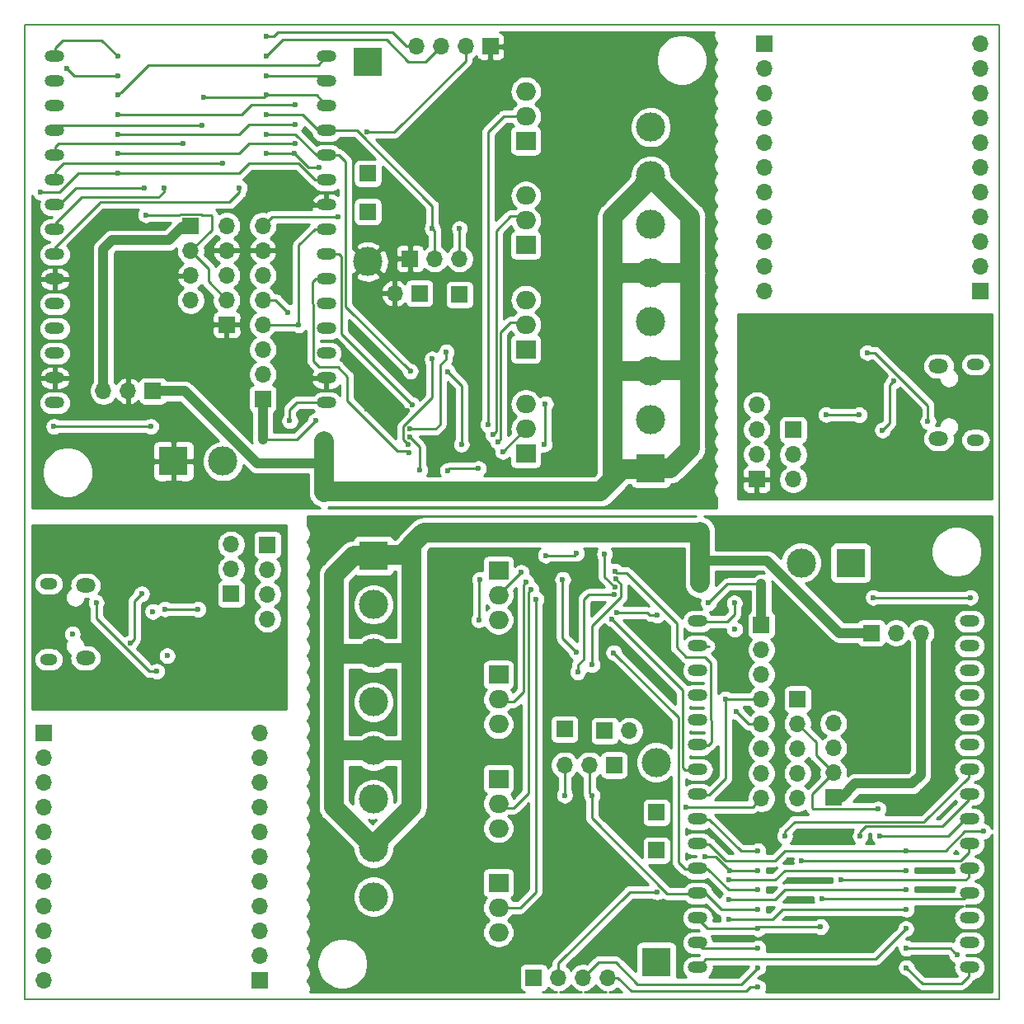
<source format=gbr>
%TF.GenerationSoftware,KiCad,Pcbnew,5.1.6-c6e7f7d~87~ubuntu20.04.1*%
%TF.CreationDate,2020-10-04T13:32:25-03:00*%
%TF.ProjectId,Placa tesis,506c6163-6120-4746-9573-69732e6b6963,rev?*%
%TF.SameCoordinates,Original*%
%TF.FileFunction,Copper,L2,Bot*%
%TF.FilePolarity,Positive*%
%FSLAX46Y46*%
G04 Gerber Fmt 4.6, Leading zero omitted, Abs format (unit mm)*
G04 Created by KiCad (PCBNEW 5.1.6-c6e7f7d~87~ubuntu20.04.1) date 2020-10-04 13:32:25*
%MOMM*%
%LPD*%
G01*
G04 APERTURE LIST*
%TA.AperFunction,Profile*%
%ADD10C,0.150000*%
%TD*%
%TA.AperFunction,ComponentPad*%
%ADD11R,3.000000X3.000000*%
%TD*%
%TA.AperFunction,ComponentPad*%
%ADD12C,3.000000*%
%TD*%
%TA.AperFunction,ComponentPad*%
%ADD13R,1.700000X1.700000*%
%TD*%
%TA.AperFunction,ComponentPad*%
%ADD14O,1.800000X1.150000*%
%TD*%
%TA.AperFunction,ComponentPad*%
%ADD15O,2.000000X1.450000*%
%TD*%
%TA.AperFunction,ComponentPad*%
%ADD16O,1.700000X1.700000*%
%TD*%
%TA.AperFunction,ComponentPad*%
%ADD17O,2.000000X1.200000*%
%TD*%
%TA.AperFunction,ComponentPad*%
%ADD18O,2.000000X1.905000*%
%TD*%
%TA.AperFunction,ComponentPad*%
%ADD19R,2.000000X1.905000*%
%TD*%
%TA.AperFunction,ViaPad*%
%ADD20C,0.600000*%
%TD*%
%TA.AperFunction,Conductor*%
%ADD21C,0.250000*%
%TD*%
%TA.AperFunction,Conductor*%
%ADD22C,1.000000*%
%TD*%
%TA.AperFunction,Conductor*%
%ADD23C,2.000000*%
%TD*%
%TA.AperFunction,Conductor*%
%ADD24C,0.254000*%
%TD*%
%TA.AperFunction,NonConductor*%
%ADD25C,0.254000*%
%TD*%
G04 APERTURE END LIST*
D10*
X82804000Y-141408200D02*
X182805200Y-141406200D01*
X82804000Y-91414600D02*
X82804000Y-141408200D01*
X182803800Y-91414600D02*
X182805200Y-141406200D01*
X182803800Y-41395600D02*
X82802600Y-41397600D01*
X82804000Y-91414600D02*
X82802600Y-41397600D01*
X182803800Y-91414600D02*
X182803800Y-41395600D01*
D11*
%TO.P,BT1,1*%
%TO.N,N/C*%
X147605200Y-137606200D03*
D12*
%TO.P,BT1,2*%
X147605200Y-117116200D03*
%TD*%
D13*
%TO.P,J12,1*%
%TO.N,N/C*%
X147624800Y-122250200D03*
%TD*%
D14*
%TO.P,J11,6*%
%TO.N,N/C*%
X85197400Y-106541800D03*
X85197400Y-98791800D03*
D15*
X88997400Y-106391800D03*
X88997400Y-98941800D03*
%TD*%
D16*
%TO.P,J2,4*%
%TO.N,N/C*%
X107670600Y-102387400D03*
%TO.P,J2,3*%
X107670600Y-99847400D03*
%TO.P,J2,2*%
X107670600Y-97307400D03*
D13*
%TO.P,J2,1*%
X107670600Y-94767400D03*
%TD*%
D16*
%TO.P,J9,3*%
%TO.N,N/C*%
X103936800Y-94742000D03*
%TO.P,J9,2*%
X103936800Y-97282000D03*
D13*
%TO.P,J9,1*%
X103936800Y-99822000D03*
%TD*%
%TO.P,J10,1*%
%TO.N,N/C*%
X147624800Y-126161800D03*
%TD*%
D17*
%TO.P,U2,30*%
%TO.N,N/C*%
X151861200Y-138176000D03*
%TO.P,U2,1*%
X179761200Y-138176000D03*
%TO.P,U2,29*%
X151861200Y-135636000D03*
%TO.P,U2,2*%
X179761200Y-135636000D03*
%TO.P,U2,28*%
X151861200Y-133096000D03*
%TO.P,U2,3*%
X179761200Y-133096000D03*
%TO.P,U2,27*%
X151861200Y-130556000D03*
%TO.P,U2,4*%
X179761200Y-130556000D03*
%TO.P,U2,26*%
X151861200Y-128016000D03*
%TO.P,U2,5*%
X179761200Y-128016000D03*
%TO.P,U2,25*%
X151861200Y-125476000D03*
%TO.P,U2,6*%
X179761200Y-125476000D03*
%TO.P,U2,24*%
X151861200Y-122936000D03*
%TO.P,U2,7*%
X179761200Y-122936000D03*
%TO.P,U2,23*%
X151861200Y-120396000D03*
%TO.P,U2,8*%
X179761200Y-120396000D03*
%TO.P,U2,22*%
X151861200Y-117856000D03*
%TO.P,U2,9*%
X179761200Y-117856000D03*
%TO.P,U2,21*%
X151861200Y-115316000D03*
%TO.P,U2,10*%
X179761200Y-115316000D03*
%TO.P,U2,20*%
X151861200Y-112776000D03*
%TO.P,U2,11*%
X179761200Y-112776000D03*
%TO.P,U2,19*%
X151861200Y-110236000D03*
%TO.P,U2,12*%
X179761200Y-110236000D03*
%TO.P,U2,18*%
X151861200Y-107696000D03*
%TO.P,U2,13*%
X179761200Y-107696000D03*
%TO.P,U2,17*%
X151861200Y-105156000D03*
%TO.P,U2,14*%
X179761200Y-105156000D03*
%TO.P,U2,16*%
X151861200Y-102616000D03*
%TO.P,U2,15*%
X179761200Y-102616000D03*
%TD*%
D13*
%TO.P,TH1,1*%
%TO.N,N/C*%
X142316200Y-113868200D03*
D16*
%TO.P,TH1,2*%
X144856200Y-113868200D03*
%TD*%
D18*
%TO.P,Q4,3*%
%TO.N,N/C*%
X131405200Y-102486200D03*
%TO.P,Q4,2*%
X131405200Y-99946200D03*
D19*
%TO.P,Q4,1*%
X131405200Y-97406200D03*
%TD*%
D13*
%TO.P,J1,1*%
%TO.N,N/C*%
X169690200Y-103824200D03*
D16*
%TO.P,J1,2*%
X172230200Y-103824200D03*
%TO.P,J1,3*%
X174770200Y-103824200D03*
%TD*%
D12*
%TO.P,J3,2*%
%TO.N,N/C*%
X162483800Y-96621600D03*
D11*
%TO.P,J3,1*%
X167563800Y-96621600D03*
%TD*%
D19*
%TO.P,Q1,1*%
%TO.N,N/C*%
X131405200Y-129506200D03*
D18*
%TO.P,Q1,2*%
X131405200Y-132046200D03*
%TO.P,Q1,3*%
X131405200Y-134586200D03*
%TD*%
D16*
%TO.P,J13,5*%
%TO.N,N/C*%
X162105200Y-120786200D03*
%TO.P,J13,4*%
X162105200Y-118246200D03*
%TO.P,J13,3*%
X162105200Y-115706200D03*
%TO.P,J13,2*%
X162105200Y-113166200D03*
D13*
%TO.P,J13,1*%
X162105200Y-110626200D03*
%TD*%
D16*
%TO.P,J15,4*%
%TO.N,N/C*%
X165805200Y-113126200D03*
%TO.P,J15,3*%
X165805200Y-115666200D03*
%TO.P,J15,2*%
X165805200Y-118206200D03*
D13*
%TO.P,J15,1*%
X165805200Y-120746200D03*
%TD*%
D18*
%TO.P,Q2,3*%
%TO.N,N/C*%
X131405200Y-123886200D03*
%TO.P,Q2,2*%
X131405200Y-121346200D03*
D19*
%TO.P,Q2,1*%
X131405200Y-118806200D03*
%TD*%
D18*
%TO.P,Q3,3*%
%TO.N,N/C*%
X131405200Y-113186200D03*
%TO.P,Q3,2*%
X131405200Y-110646200D03*
D19*
%TO.P,Q3,1*%
X131405200Y-108106200D03*
%TD*%
D16*
%TO.P,J4,3*%
%TO.N,N/C*%
X138205200Y-117406200D03*
%TO.P,J4,2*%
X140745200Y-117406200D03*
D13*
%TO.P,J4,1*%
X143285200Y-117406200D03*
%TD*%
%TO.P,J8,1*%
%TO.N,N/C*%
X84708400Y-114067400D03*
D16*
%TO.P,J8,2*%
X84708400Y-116607400D03*
%TO.P,J8,3*%
X84708400Y-119147400D03*
%TO.P,J8,4*%
X84708400Y-121687400D03*
%TO.P,J8,5*%
X84708400Y-124227400D03*
%TO.P,J8,6*%
X84708400Y-126767400D03*
%TO.P,J8,7*%
X84708400Y-129307400D03*
%TO.P,J8,8*%
X84708400Y-131847400D03*
%TO.P,J8,9*%
X84708400Y-134387400D03*
%TO.P,J8,10*%
X84708400Y-136927400D03*
%TO.P,J8,11*%
X84708400Y-139467400D03*
%TD*%
%TO.P,J7,11*%
%TO.N,N/C*%
X106908400Y-114067400D03*
%TO.P,J7,10*%
X106908400Y-116607400D03*
%TO.P,J7,9*%
X106908400Y-119147400D03*
%TO.P,J7,8*%
X106908400Y-121687400D03*
%TO.P,J7,7*%
X106908400Y-124227400D03*
%TO.P,J7,6*%
X106908400Y-126767400D03*
%TO.P,J7,5*%
X106908400Y-129307400D03*
%TO.P,J7,4*%
X106908400Y-131847400D03*
%TO.P,J7,3*%
X106908400Y-134387400D03*
%TO.P,J7,2*%
X106908400Y-136927400D03*
D13*
%TO.P,J7,1*%
X106908400Y-139467400D03*
%TD*%
D12*
%TO.P,J6,8*%
%TO.N,N/C*%
X118567200Y-130910400D03*
%TO.P,J6,7*%
X118567200Y-125910400D03*
%TO.P,J6,6*%
X118567200Y-120910400D03*
%TO.P,J6,5*%
X118567200Y-115910400D03*
%TO.P,J6,4*%
X118567200Y-110910400D03*
%TO.P,J6,3*%
X118567200Y-105910400D03*
%TO.P,J6,2*%
X118567200Y-100910400D03*
D11*
%TO.P,J6,1*%
X118567200Y-95910400D03*
%TD*%
D16*
%TO.P,J14,8*%
%TO.N,N/C*%
X158405200Y-120786200D03*
%TO.P,J14,7*%
X158405200Y-118246200D03*
%TO.P,J14,6*%
X158405200Y-115706200D03*
%TO.P,J14,5*%
X158405200Y-113166200D03*
%TO.P,J14,4*%
X158405200Y-110626200D03*
%TO.P,J14,3*%
X158405200Y-108086200D03*
%TO.P,J14,2*%
X158405200Y-105546200D03*
D13*
%TO.P,J14,1*%
X158405200Y-103006200D03*
%TD*%
%TO.P,OutP,1*%
%TO.N,N/C*%
X138205200Y-113706200D03*
%TD*%
D16*
%TO.P,J5,4*%
%TO.N,N/C*%
X142646400Y-139217400D03*
%TO.P,J5,3*%
X140106400Y-139217400D03*
%TO.P,J5,2*%
X137566400Y-139217400D03*
D13*
%TO.P,J5,1*%
X135026400Y-139217400D03*
%TD*%
D12*
%TO.P,BT1,2*%
%TO.N,GND*%
X118002600Y-65687600D03*
D11*
%TO.P,BT1,1*%
%TO.N,Net-(BT1-Pad1)*%
X118002600Y-45197600D03*
%TD*%
D17*
%TO.P,U2,15*%
%TO.N,V5*%
X85846600Y-80187800D03*
%TO.P,U2,16*%
%TO.N,Net-(R15-Pad2)*%
X113746600Y-80187800D03*
%TO.P,U2,14*%
%TO.N,GND*%
X85846600Y-77647800D03*
%TO.P,U2,17*%
X113746600Y-77647800D03*
%TO.P,U2,13*%
%TO.N,RST_esp*%
X85846600Y-75107800D03*
%TO.P,U2,18*%
%TO.N,TX*%
X113746600Y-75107800D03*
%TO.P,U2,12*%
%TO.N,EN_esp*%
X85846600Y-72567800D03*
%TO.P,U2,19*%
%TO.N,RX*%
X113746600Y-72567800D03*
%TO.P,U2,11*%
%TO.N,Net-(R15-Pad2)*%
X85846600Y-70027800D03*
%TO.P,U2,20*%
%TO.N,D8*%
X113746600Y-70027800D03*
%TO.P,U2,10*%
%TO.N,GND*%
X85846600Y-67487800D03*
%TO.P,U2,21*%
%TO.N,D7*%
X113746600Y-67487800D03*
%TO.P,U2,9*%
%TO.N,SK*%
X85846600Y-64947800D03*
%TO.P,U2,22*%
%TO.N,D6*%
X113746600Y-64947800D03*
%TO.P,U2,8*%
%TO.N,S0*%
X85846600Y-62407800D03*
%TO.P,U2,23*%
%TO.N,ALARM*%
X113746600Y-62407800D03*
%TO.P,U2,7*%
%TO.N,SC*%
X85846600Y-59867800D03*
%TO.P,U2,24*%
%TO.N,GND*%
X113746600Y-59867800D03*
%TO.P,U2,6*%
%TO.N,S1*%
X85846600Y-57327800D03*
%TO.P,U2,25*%
%TO.N,Net-(R15-Pad2)*%
X113746600Y-57327800D03*
%TO.P,U2,5*%
%TO.N,S2*%
X85846600Y-54787800D03*
%TO.P,U2,26*%
%TO.N,D4*%
X113746600Y-54787800D03*
%TO.P,U2,4*%
%TO.N,S3*%
X85846600Y-52247800D03*
%TO.P,U2,27*%
%TO.N,D3*%
X113746600Y-52247800D03*
%TO.P,U2,3*%
%TO.N,Net-(U2-Pad3)*%
X85846600Y-49707800D03*
%TO.P,U2,28*%
%TO.N,D2*%
X113746600Y-49707800D03*
%TO.P,U2,2*%
%TO.N,Net-(U2-Pad2)*%
X85846600Y-47167800D03*
%TO.P,U2,29*%
%TO.N,D1*%
X113746600Y-47167800D03*
%TO.P,U2,1*%
%TO.N,A0*%
X85846600Y-44627800D03*
%TO.P,U2,30*%
%TO.N,D0*%
X113746600Y-44627800D03*
%TD*%
D13*
%TO.P,J5,1*%
%TO.N,GND*%
X130581400Y-43586400D03*
D16*
%TO.P,J5,2*%
%TO.N,V5*%
X128041400Y-43586400D03*
%TO.P,J5,3*%
%TO.N,RX*%
X125501400Y-43586400D03*
%TO.P,J5,4*%
%TO.N,TX*%
X122961400Y-43586400D03*
%TD*%
D13*
%TO.P,J9,1*%
%TO.N,Net-(C11-Pad1)*%
X161671000Y-82981800D03*
D16*
%TO.P,J9,2*%
%TO.N,Net-(J2-Pad2)*%
X161671000Y-85521800D03*
%TO.P,J9,3*%
%TO.N,Net-(C16-Pad1)*%
X161671000Y-88061800D03*
%TD*%
D13*
%TO.P,J4,1*%
%TO.N,GND*%
X122322600Y-65397600D03*
D16*
%TO.P,J4,2*%
%TO.N,D3*%
X124862600Y-65397600D03*
%TO.P,J4,3*%
%TO.N,V5*%
X127402600Y-65397600D03*
%TD*%
D13*
%TO.P,J13,1*%
%TO.N,GND*%
X103502600Y-72177600D03*
D16*
%TO.P,J13,2*%
%TO.N,D1*%
X103502600Y-69637600D03*
%TO.P,J13,3*%
%TO.N,D2*%
X103502600Y-67097600D03*
%TO.P,J13,4*%
%TO.N,GND*%
X103502600Y-64557600D03*
%TO.P,J13,5*%
%TO.N,V5*%
X103502600Y-62017600D03*
%TD*%
D13*
%TO.P,J14,1*%
%TO.N,VinS*%
X107202600Y-79797600D03*
D16*
%TO.P,J14,2*%
%TO.N,Vin*%
X107202600Y-77257600D03*
%TO.P,J14,3*%
%TO.N,VinS*%
X107202600Y-74717600D03*
%TO.P,J14,4*%
%TO.N,ALARM*%
X107202600Y-72177600D03*
%TO.P,J14,5*%
%TO.N,D1*%
X107202600Y-69637600D03*
%TO.P,J14,6*%
%TO.N,D2*%
X107202600Y-67097600D03*
%TO.P,J14,7*%
%TO.N,GND*%
X107202600Y-64557600D03*
%TO.P,J14,8*%
%TO.N,V5*%
X107202600Y-62017600D03*
%TD*%
D13*
%TO.P,J15,1*%
%TO.N,V5*%
X99802600Y-62057600D03*
D16*
%TO.P,J15,2*%
%TO.N,D1*%
X99802600Y-64597600D03*
%TO.P,J15,3*%
%TO.N,GND*%
X99802600Y-67137600D03*
%TO.P,J15,4*%
%TO.N,D2*%
X99802600Y-69677600D03*
%TD*%
%TO.P,TH1,2*%
%TO.N,GND*%
X120751600Y-68935600D03*
D13*
%TO.P,TH1,1*%
%TO.N,THR*%
X123291600Y-68935600D03*
%TD*%
D16*
%TO.P,J1,3*%
%TO.N,V5*%
X90837600Y-78979600D03*
%TO.P,J1,2*%
%TO.N,GND*%
X93377600Y-78979600D03*
D13*
%TO.P,J1,1*%
%TO.N,Vin*%
X95917600Y-78979600D03*
%TD*%
%TO.P,OutP,1*%
%TO.N,OutP*%
X127402600Y-69097600D03*
%TD*%
D11*
%TO.P,J6,1*%
%TO.N,Vin*%
X147040600Y-86893400D03*
D12*
%TO.P,J6,2*%
%TO.N,DR4*%
X147040600Y-81893400D03*
%TO.P,J6,3*%
%TO.N,Vin*%
X147040600Y-76893400D03*
%TO.P,J6,4*%
%TO.N,DR3*%
X147040600Y-71893400D03*
%TO.P,J6,5*%
%TO.N,Vin*%
X147040600Y-66893400D03*
%TO.P,J6,6*%
%TO.N,DR2*%
X147040600Y-61893400D03*
%TO.P,J6,7*%
%TO.N,Vin*%
X147040600Y-56893400D03*
%TO.P,J6,8*%
%TO.N,DR1*%
X147040600Y-51893400D03*
%TD*%
D19*
%TO.P,Q4,1*%
%TO.N,GD4*%
X134202600Y-85397600D03*
D18*
%TO.P,Q4,2*%
%TO.N,DR4*%
X134202600Y-82857600D03*
%TO.P,Q4,3*%
%TO.N,SE4*%
X134202600Y-80317600D03*
%TD*%
%TO.P,Q1,3*%
%TO.N,SE1*%
X134202600Y-48217600D03*
%TO.P,Q1,2*%
%TO.N,DR1*%
X134202600Y-50757600D03*
D19*
%TO.P,Q1,1*%
%TO.N,GD1*%
X134202600Y-53297600D03*
%TD*%
%TO.P,Q2,1*%
%TO.N,GD2*%
X134202600Y-63997600D03*
D18*
%TO.P,Q2,2*%
%TO.N,DR2*%
X134202600Y-61457600D03*
%TO.P,Q2,3*%
%TO.N,SE2*%
X134202600Y-58917600D03*
%TD*%
D19*
%TO.P,Q3,1*%
%TO.N,GD3*%
X134202600Y-74697600D03*
D18*
%TO.P,Q3,2*%
%TO.N,DR3*%
X134202600Y-72157600D03*
%TO.P,Q3,3*%
%TO.N,SE3*%
X134202600Y-69617600D03*
%TD*%
D11*
%TO.P,J3,1*%
%TO.N,GND*%
X98044000Y-86182200D03*
D12*
%TO.P,J3,2*%
%TO.N,VinS*%
X103124000Y-86182200D03*
%TD*%
D13*
%TO.P,J7,1*%
%TO.N,Net-(J7-Pad1)*%
X158699400Y-43336400D03*
D16*
%TO.P,J7,2*%
%TO.N,Net-(J7-Pad2)*%
X158699400Y-45876400D03*
%TO.P,J7,3*%
%TO.N,Net-(J7-Pad3)*%
X158699400Y-48416400D03*
%TO.P,J7,4*%
%TO.N,Net-(J7-Pad4)*%
X158699400Y-50956400D03*
%TO.P,J7,5*%
%TO.N,Net-(J7-Pad5)*%
X158699400Y-53496400D03*
%TO.P,J7,6*%
%TO.N,Net-(J7-Pad6)*%
X158699400Y-56036400D03*
%TO.P,J7,7*%
%TO.N,Net-(J7-Pad7)*%
X158699400Y-58576400D03*
%TO.P,J7,8*%
%TO.N,Net-(J7-Pad8)*%
X158699400Y-61116400D03*
%TO.P,J7,9*%
%TO.N,Net-(J7-Pad9)*%
X158699400Y-63656400D03*
%TO.P,J7,10*%
%TO.N,Net-(J7-Pad10)*%
X158699400Y-66196400D03*
%TO.P,J7,11*%
%TO.N,Net-(J7-Pad11)*%
X158699400Y-68736400D03*
%TD*%
%TO.P,J8,11*%
%TO.N,Net-(J8-Pad11)*%
X180899400Y-43336400D03*
%TO.P,J8,10*%
%TO.N,Net-(J8-Pad10)*%
X180899400Y-45876400D03*
%TO.P,J8,9*%
%TO.N,Net-(J8-Pad9)*%
X180899400Y-48416400D03*
%TO.P,J8,8*%
%TO.N,Net-(J8-Pad8)*%
X180899400Y-50956400D03*
%TO.P,J8,7*%
%TO.N,Net-(J8-Pad7)*%
X180899400Y-53496400D03*
%TO.P,J8,6*%
%TO.N,Net-(J8-Pad6)*%
X180899400Y-56036400D03*
%TO.P,J8,5*%
%TO.N,Net-(J8-Pad5)*%
X180899400Y-58576400D03*
%TO.P,J8,4*%
%TO.N,Net-(J8-Pad4)*%
X180899400Y-61116400D03*
%TO.P,J8,3*%
%TO.N,Net-(J8-Pad3)*%
X180899400Y-63656400D03*
%TO.P,J8,2*%
%TO.N,Net-(J8-Pad2)*%
X180899400Y-66196400D03*
D13*
%TO.P,J8,1*%
%TO.N,Net-(J8-Pad1)*%
X180899400Y-68736400D03*
%TD*%
%TO.P,J2,1*%
%TO.N,GND2*%
X157937200Y-88036400D03*
D16*
%TO.P,J2,2*%
%TO.N,Net-(J2-Pad2)*%
X157937200Y-85496400D03*
%TO.P,J2,3*%
%TO.N,Net-(J2-Pad3)*%
X157937200Y-82956400D03*
%TO.P,J2,4*%
%TO.N,Net-(J2-Pad4)*%
X157937200Y-80416400D03*
%TD*%
D15*
%TO.P,J11,6*%
%TO.N,Net-(J11-Pad6)*%
X176610400Y-83862000D03*
X176610400Y-76412000D03*
D14*
X180410400Y-84012000D03*
X180410400Y-76262000D03*
%TD*%
D13*
%TO.P,J10,1*%
%TO.N,D0*%
X117983000Y-56642000D03*
%TD*%
%TO.P,J12,1*%
%TO.N,D8*%
X117983000Y-60553600D03*
%TD*%
D20*
%TO.N,*%
X147684220Y-101989220D03*
X143565670Y-101778430D03*
X158055200Y-126206200D03*
X155666254Y-103463052D03*
X158405200Y-98806200D03*
X152984200Y-100761800D03*
X135255200Y-100356200D03*
X138205188Y-120506200D03*
X173305200Y-119306200D03*
X150705200Y-121706200D03*
X147694251Y-130417149D03*
X138005200Y-98356200D03*
X139425280Y-105781640D03*
X143347095Y-99108657D03*
X142295480Y-95706210D03*
X143450760Y-98301760D03*
X141005200Y-107106200D03*
X129380700Y-102481700D03*
X129505200Y-98347390D03*
X139420200Y-95657200D03*
X152105200Y-93406200D03*
X152105200Y-96206200D03*
X152105200Y-98706200D03*
X136255200Y-95856200D03*
X134755200Y-99356200D03*
X134255200Y-98606200D03*
X133755200Y-97606190D03*
X158039700Y-138206200D03*
X173305200Y-136206200D03*
X178505200Y-136906200D03*
X158039700Y-140206200D03*
X173239674Y-134206200D03*
X158055200Y-136206200D03*
X155805200Y-111906200D03*
X170405200Y-121906200D03*
X164505200Y-134006200D03*
X158055200Y-134206200D03*
X158055200Y-132206200D03*
X141005182Y-120506200D03*
X164639700Y-131121700D03*
X158055200Y-130206200D03*
X143255200Y-105856200D03*
X166555200Y-129206200D03*
X143062560Y-102403440D03*
X173305200Y-130206200D03*
X155055200Y-131206200D03*
X173305200Y-128206200D03*
X155055200Y-129206200D03*
X143385295Y-97483341D03*
X158055200Y-128206200D03*
X155130179Y-128206200D03*
X152654000Y-126771400D03*
X139547200Y-107833960D03*
X143300286Y-99907298D03*
X173305200Y-132206200D03*
X155055200Y-133206200D03*
X154705200Y-110606200D03*
X173305200Y-138206200D03*
X162555200Y-127206200D03*
X170555200Y-124706200D03*
X168555200Y-124706200D03*
X160805200Y-124706200D03*
X173305200Y-126206200D03*
X181205200Y-124206200D03*
X179857400Y-100177600D03*
X155625800Y-100761800D03*
X169900600Y-100177600D03*
X96316800Y-107772200D03*
X90093800Y-100711000D03*
X97383600Y-106172000D03*
X87655400Y-103936800D03*
X95910400Y-101625400D03*
X97165495Y-101376179D03*
X100558600Y-101396800D03*
X93573600Y-104876600D03*
X94765898Y-99812800D03*
%TO.N,GND*%
X107552600Y-56597600D03*
X117923580Y-80814580D03*
X122042130Y-81025370D03*
X109941546Y-79340748D03*
%TO.N,VinS*%
X107202600Y-83997600D03*
X112623600Y-82042000D03*
%TO.N,DR1*%
X130352600Y-82447600D03*
%TO.N,V5*%
X92302600Y-63497600D03*
X114902600Y-61097600D03*
X127402612Y-62297600D03*
X117913549Y-52386651D03*
%TO.N,Net-(R10-Pad1)*%
X126182520Y-77022160D03*
X127602600Y-84447600D03*
%TO.N,Net-(R7-Pad2)*%
X122260705Y-83695143D03*
X123312320Y-87097590D03*
%TO.N,VccLED*%
X122157040Y-84502040D03*
X124602600Y-75697600D03*
%TO.N,SE4*%
X136227100Y-80322100D03*
X136102600Y-84456410D03*
%TO.N,Vin*%
X129352600Y-86947600D03*
X126187600Y-87146600D03*
X113502600Y-89397600D03*
X113502600Y-86597600D03*
X113502600Y-84097600D03*
%TO.N,DR2*%
X130852600Y-83447600D03*
%TO.N,DR3*%
X131352600Y-84197600D03*
%TO.N,DR4*%
X131852600Y-85197610D03*
%TO.N,RX*%
X107568100Y-44597600D03*
%TO.N,EN_esp*%
X92302600Y-46597600D03*
X87102600Y-45897600D03*
%TO.N,TX*%
X107568100Y-42597600D03*
%TO.N,D0*%
X92368126Y-48597600D03*
%TO.N,D1*%
X107552600Y-46597600D03*
X109802600Y-70897600D03*
X95202600Y-60897600D03*
%TO.N,D2*%
X107552600Y-48597600D03*
X101102600Y-48797600D03*
%TO.N,D3*%
X107552600Y-50597600D03*
X124602618Y-62297600D03*
%TO.N,S3*%
X100968100Y-51682100D03*
%TO.N,D4*%
X107552600Y-52597600D03*
X122352600Y-76947600D03*
%TO.N,S2*%
X99052600Y-53597600D03*
%TO.N,D6*%
X122545240Y-80400360D03*
X92302600Y-52597600D03*
X110552600Y-51597600D03*
%TO.N,D7*%
X92302600Y-54597600D03*
X110552600Y-53597600D03*
X122222505Y-85320459D03*
%TO.N,D8*%
X107552600Y-54597600D03*
X110477621Y-54597600D03*
%TO.N,Net-(R27-Pad2)*%
X126060600Y-74969840D03*
X122307514Y-82896502D03*
%TO.N,ALARM*%
X92302600Y-50597600D03*
X110552600Y-49597600D03*
X110902600Y-72197600D03*
%TO.N,A0*%
X92302600Y-44597600D03*
%TO.N,S1*%
X103052600Y-55597600D03*
%TO.N,SC*%
X95052600Y-58097600D03*
%TO.N,S0*%
X97052600Y-58097600D03*
%TO.N,SK*%
X104802600Y-58097600D03*
%TO.N,Net-(R15-Pad2)*%
X92302600Y-56597600D03*
X84402600Y-58597600D03*
%TO.N,D8*%
X112953800Y-56032400D03*
%TO.N,Net-(R15-Pad2)*%
X109982000Y-82042000D03*
X85750400Y-82626200D03*
X95707200Y-82626200D03*
%TO.N,Net-(C11-Pad1)*%
X175514000Y-82092800D03*
X169291000Y-75031600D03*
%TO.N,GND2*%
X168224200Y-76631800D03*
X169697400Y-81178400D03*
X177952400Y-78867000D03*
%TO.N,Net-(J2-Pad4)*%
X165049200Y-81407000D03*
X168442305Y-81427621D03*
%TO.N,Net-(R28-Pad1)*%
X172034200Y-77927200D03*
X170841902Y-82991000D03*
%TD*%
D21*
%TO.N,*%
X158055200Y-126206200D02*
X156305200Y-126206200D01*
X153066700Y-122966200D02*
X151816700Y-122966200D01*
X146934220Y-101989220D02*
X146723430Y-101778430D01*
X146723430Y-101778430D02*
X143989934Y-101778430D01*
X143989934Y-101778430D02*
X143565670Y-101778430D01*
X147684220Y-101989220D02*
X146934220Y-101989220D01*
X156305200Y-126206200D02*
X156305200Y-126204700D01*
X156305200Y-126204700D02*
X153066700Y-122966200D01*
X153000200Y-105186200D02*
X151816700Y-105186200D01*
D22*
X158405200Y-103006200D02*
X158405200Y-98806200D01*
D21*
X152984200Y-100761800D02*
X154939800Y-98806200D01*
X154939800Y-98806200D02*
X158405200Y-98806200D01*
X135255200Y-130419200D02*
X133628200Y-132046200D01*
X133628200Y-132046200D02*
X131405200Y-132046200D01*
X135255200Y-100356200D02*
X135255200Y-130419200D01*
X131405200Y-132046200D02*
X131405200Y-132285200D01*
X157485200Y-121706200D02*
X150705200Y-121706200D01*
D22*
X173905200Y-119306200D02*
X174770200Y-118441200D01*
X168055200Y-119306200D02*
X173305200Y-119306200D01*
D21*
X138205200Y-117406200D02*
X138205200Y-120506188D01*
D22*
X174770200Y-118441200D02*
X174770200Y-103824200D01*
X166655200Y-120706200D02*
X168055200Y-119306200D01*
X173305200Y-119306200D02*
X173905200Y-119306200D01*
D21*
X158405200Y-120786200D02*
X157485200Y-121706200D01*
X175105200Y-103489200D02*
X174770200Y-103824200D01*
X138205200Y-120506188D02*
X138205188Y-120506200D01*
X137566400Y-137744200D02*
X144893451Y-130417149D01*
X144893451Y-130417149D02*
X147694251Y-130417149D01*
X137566400Y-139217400D02*
X137566400Y-137744200D01*
X139425280Y-105781640D02*
X138005200Y-104361560D01*
X138005200Y-104361560D02*
X138005200Y-98356200D01*
X142295480Y-98057042D02*
X142295480Y-95706210D01*
X143347095Y-99108657D02*
X142295480Y-98057042D01*
X143972096Y-98823096D02*
X143972096Y-100160490D01*
X143450760Y-98301760D02*
X143972096Y-98823096D01*
X141005200Y-103127386D02*
X141005200Y-106681936D01*
X143972096Y-100160490D02*
X141005200Y-103127386D01*
X141005200Y-106681936D02*
X141005200Y-107106200D01*
X129380700Y-98471890D02*
X129505200Y-98347390D01*
X129380700Y-102481700D02*
X129380700Y-98471890D01*
X131446700Y-97401700D02*
X131700700Y-97401700D01*
D23*
X116517500Y-95910400D02*
X118567200Y-95910400D01*
X122460400Y-105606200D02*
X122505200Y-105606200D01*
D21*
X136255200Y-95856200D02*
X139221200Y-95856200D01*
X139221200Y-95856200D02*
X139420200Y-95657200D01*
D23*
X122505200Y-105606200D02*
X122505200Y-94906200D01*
X122505200Y-94906200D02*
X122460700Y-94861700D01*
D22*
X159005200Y-96406200D02*
X166423200Y-103824200D01*
X166423200Y-103824200D02*
X169690200Y-103824200D01*
X152105200Y-98706200D02*
X152105200Y-96406200D01*
X152105200Y-96406200D02*
X159005200Y-96406200D01*
D23*
X152105200Y-93406200D02*
X152105200Y-96206200D01*
X152105200Y-96206200D02*
X152105200Y-98706200D01*
X122460700Y-94861700D02*
X122460700Y-94750700D01*
X118567200Y-125910400D02*
X119205200Y-125272400D01*
X122505200Y-116606200D02*
X122505200Y-105606200D01*
X121801000Y-115910400D02*
X122505200Y-115206200D01*
X152105200Y-93497400D02*
X152105200Y-93406200D01*
X114505200Y-116856200D02*
X114505200Y-115910400D01*
X122460700Y-94750700D02*
X123714000Y-93497400D01*
X118567200Y-105910400D02*
X122156200Y-105910400D01*
X122505200Y-115206200D02*
X122505200Y-116606200D01*
X118643400Y-95834200D02*
X121488200Y-95834200D01*
X121488200Y-95834200D02*
X122460700Y-94861700D01*
X122156200Y-105910400D02*
X122460400Y-105606200D01*
X118567200Y-95910400D02*
X118643400Y-95834200D01*
X123714000Y-93497400D02*
X152105200Y-93497400D01*
X114505200Y-97922700D02*
X116517500Y-95910400D01*
X118534200Y-105943400D02*
X118567200Y-105910400D01*
X114505200Y-115910400D02*
X121801000Y-115910400D01*
X114505200Y-121706200D02*
X118567200Y-125768200D01*
X118567200Y-125768200D02*
X118567200Y-125910400D01*
X114505200Y-116856200D02*
X114505200Y-121706200D01*
X119205200Y-125006200D02*
X122505200Y-121706200D01*
X119205200Y-125272400D02*
X119205200Y-125006200D01*
X122505200Y-121706200D02*
X122505200Y-116606200D01*
X114505200Y-116856200D02*
X114505200Y-97922700D01*
X114579400Y-105943400D02*
X118534200Y-105943400D01*
D21*
X132966700Y-121785700D02*
X131446700Y-121785700D01*
X134455201Y-120297199D02*
X132966700Y-121785700D01*
X134455201Y-99656199D02*
X134455201Y-120297199D01*
X134755200Y-99356200D02*
X134455201Y-99656199D01*
X132966700Y-110863700D02*
X131446700Y-110863700D01*
X133955201Y-109875199D02*
X132966700Y-110863700D01*
X133955201Y-98906199D02*
X133955201Y-109875199D01*
X134255200Y-98606200D02*
X133955201Y-98906199D01*
X131446700Y-99914690D02*
X131446700Y-99941700D01*
X133755200Y-97606190D02*
X131446700Y-99914690D01*
X141681200Y-137642600D02*
X140106400Y-139217400D01*
X143433800Y-137642600D02*
X141681200Y-137642600D01*
X158039700Y-138206200D02*
X156339700Y-139906200D01*
X145697400Y-139906200D02*
X143433800Y-137642600D01*
X156339700Y-139906200D02*
X145697400Y-139906200D01*
X177805200Y-136206200D02*
X178205201Y-136606201D01*
X178205201Y-136606201D02*
X178505200Y-136906200D01*
X173305200Y-136206200D02*
X177805200Y-136206200D01*
X157289700Y-140206200D02*
X158039700Y-140206200D01*
X145056719Y-140639800D02*
X156856100Y-140639800D01*
X142646400Y-139217400D02*
X143634319Y-139217400D01*
X156856100Y-140639800D02*
X157289700Y-140206200D01*
X143634319Y-139217400D02*
X145056719Y-140639800D01*
X172939675Y-134506199D02*
X173239674Y-134206200D01*
X151816700Y-138206200D02*
X152716700Y-137306200D01*
X170139674Y-137306200D02*
X172939675Y-134506199D01*
X152716700Y-137306200D02*
X170139674Y-137306200D01*
X170405200Y-121906200D02*
X166930202Y-121906200D01*
X163720198Y-121906200D02*
X163630199Y-121816201D01*
X166915201Y-121921201D02*
X164695199Y-121921201D01*
X164695199Y-121921201D02*
X164680198Y-121906200D01*
X164680198Y-121906200D02*
X163720198Y-121906200D01*
X162105200Y-113166200D02*
X161605200Y-113166200D01*
X164005200Y-115066200D02*
X162105200Y-113166200D01*
X165805200Y-118206200D02*
X164005200Y-116406200D01*
X164005200Y-116406200D02*
X164005200Y-115066200D01*
X152356700Y-136206200D02*
X151816700Y-135666200D01*
X158055200Y-136206200D02*
X152356700Y-136206200D01*
X157065200Y-113166200D02*
X158405200Y-113166200D01*
X155805200Y-111906200D02*
X157065200Y-113166200D01*
X163630199Y-120381201D02*
X165805200Y-118206200D01*
X166930202Y-121906200D02*
X166915201Y-121921201D01*
X163630199Y-121816201D02*
X163630199Y-120381201D01*
X158255200Y-134006200D02*
X158055200Y-134206200D01*
X164505200Y-134006200D02*
X158255200Y-134006200D01*
X152896700Y-134206200D02*
X151816700Y-133126200D01*
X158055200Y-134206200D02*
X152896700Y-134206200D01*
X152685200Y-130586200D02*
X151816700Y-130586200D01*
X158055200Y-132206200D02*
X154305200Y-132206200D01*
X154305200Y-132206200D02*
X152685200Y-130586200D01*
X140745200Y-120246218D02*
X141005182Y-120506200D01*
X140745200Y-117406200D02*
X140745200Y-120246218D01*
X151816700Y-130586200D02*
X148747200Y-130586200D01*
X141005182Y-122844182D02*
X141005182Y-120506200D01*
X148747200Y-130586200D02*
X141005182Y-122844182D01*
X179181200Y-131121700D02*
X179716700Y-130586200D01*
X164639700Y-131121700D02*
X179181200Y-131121700D01*
X152895200Y-128046200D02*
X151816700Y-128046200D01*
X158055200Y-130206200D02*
X155055200Y-130206200D01*
X155055200Y-130206200D02*
X152895200Y-128046200D01*
X150566700Y-128046200D02*
X151816700Y-128046200D01*
X149905200Y-127384700D02*
X150566700Y-128046200D01*
X143255200Y-105856200D02*
X149905200Y-112506200D01*
X149905200Y-112506200D02*
X149905200Y-127384700D01*
X179716700Y-128896200D02*
X179716700Y-128046200D01*
X179406700Y-129206200D02*
X179716700Y-128896200D01*
X166555200Y-129206200D02*
X179406700Y-129206200D01*
X143062560Y-102403440D02*
X150355211Y-109696091D01*
X155479464Y-131206200D02*
X155055200Y-131206200D01*
X159805200Y-131206200D02*
X155479464Y-131206200D01*
X173305200Y-130206200D02*
X160805200Y-130206200D01*
X160805200Y-130206200D02*
X159805200Y-131206200D01*
X150355211Y-117674711D02*
X150566700Y-117886200D01*
X150566700Y-117886200D02*
X151816700Y-117886200D01*
X150355211Y-109696091D02*
X150355211Y-117674711D01*
X159805200Y-129206200D02*
X155479464Y-129206200D01*
X155479464Y-129206200D02*
X155055200Y-129206200D01*
X173305200Y-128206200D02*
X160805200Y-128206200D01*
X160805200Y-128206200D02*
X159805200Y-129206200D01*
X149705200Y-102806200D02*
X144575759Y-97676759D01*
X143578713Y-97676759D02*
X143385295Y-97483341D01*
X150705200Y-106306200D02*
X149705200Y-105306200D01*
X144575759Y-97676759D02*
X143578713Y-97676759D01*
X152965200Y-115346200D02*
X153305200Y-115006200D01*
X153205200Y-106906200D02*
X152605200Y-106306200D01*
X151816700Y-115346200D02*
X152965200Y-115346200D01*
X152605200Y-106306200D02*
X150705200Y-106306200D01*
X153205200Y-112707700D02*
X153205200Y-106906200D01*
X149705200Y-105306200D02*
X149705200Y-102806200D01*
X153305200Y-115006200D02*
X153305200Y-112807700D01*
X153305200Y-112807700D02*
X153205200Y-112707700D01*
X158055200Y-128206200D02*
X155130179Y-128206200D01*
X152654000Y-126771400D02*
X153695379Y-126771400D01*
X153695379Y-126771400D02*
X155130179Y-128206200D01*
X139547200Y-107133960D02*
X140207600Y-106473560D01*
X139547200Y-107833960D02*
X139547200Y-107133960D01*
X140207600Y-100386680D02*
X140686982Y-99907298D01*
X140686982Y-99907298D02*
X142876022Y-99907298D01*
X142876022Y-99907298D02*
X143300286Y-99907298D01*
X140207600Y-106473560D02*
X140207600Y-100386680D01*
X159555200Y-133206200D02*
X155055200Y-133206200D01*
X173305200Y-132206200D02*
X160555200Y-132206200D01*
X160555200Y-132206200D02*
X159555200Y-133206200D01*
X151825200Y-120426200D02*
X151816700Y-120426200D01*
X154705200Y-111030464D02*
X154705200Y-110606200D01*
X154725200Y-110626200D02*
X154705200Y-110606200D01*
X151816700Y-120426200D02*
X153066700Y-120426200D01*
X153066700Y-120426200D02*
X154705200Y-118787700D01*
X154705200Y-118787700D02*
X154705200Y-111030464D01*
X158405200Y-110626200D02*
X154725200Y-110626200D01*
X174930202Y-139831202D02*
X178941698Y-139831202D01*
X178941698Y-139831202D02*
X179716700Y-139056200D01*
X173305200Y-138206200D02*
X174930202Y-139831202D01*
X179716700Y-139056200D02*
X179716700Y-138206200D01*
X162555200Y-127206200D02*
X178866700Y-127206200D01*
X178866700Y-127206200D02*
X179716700Y-126356200D01*
X179716700Y-126356200D02*
X179716700Y-125506200D01*
X170555200Y-124706200D02*
X177576700Y-124706200D01*
X179316700Y-122966200D02*
X179716700Y-122966200D01*
X177576700Y-124706200D02*
X179316700Y-122966200D01*
X179716700Y-120994700D02*
X179716700Y-120426200D01*
X177005200Y-123706200D02*
X179716700Y-120994700D01*
X169130936Y-123706200D02*
X177005200Y-123706200D01*
X168555200Y-124706200D02*
X168555200Y-124281936D01*
X168555200Y-124281936D02*
X169130936Y-123706200D01*
X179716700Y-118644700D02*
X179666700Y-118644700D01*
X179716700Y-117886200D02*
X179716700Y-118644700D01*
X175155200Y-123206200D02*
X161805200Y-123206200D01*
X161805200Y-123206200D02*
X160805200Y-124206200D01*
X179666700Y-118644700D02*
X175155200Y-123156200D01*
X175155200Y-123156200D02*
X175155200Y-123206200D01*
X160805200Y-124206200D02*
X160805200Y-124706200D01*
X151561178Y-125212263D02*
X151688178Y-125339263D01*
X159805200Y-127206200D02*
X154766700Y-127206200D01*
X173305200Y-126206200D02*
X160805200Y-126206200D01*
X153066700Y-125506200D02*
X151816700Y-125506200D01*
X154766700Y-127206200D02*
X153066700Y-125506200D01*
X160805200Y-126206200D02*
X159805200Y-127206200D01*
X180780936Y-124206200D02*
X181205200Y-124206200D01*
X173305200Y-126206200D02*
X177308539Y-126206200D01*
X177308539Y-126206200D02*
X179308539Y-124206200D01*
X179308539Y-124206200D02*
X180780936Y-124206200D01*
X151816700Y-102646200D02*
X154909800Y-102646200D01*
X155625800Y-101930200D02*
X155625800Y-100761800D01*
X154909800Y-102646200D02*
X155625800Y-101930200D01*
X179857400Y-100177600D02*
X169900600Y-100177600D01*
X95544198Y-107772200D02*
X96316800Y-107772200D01*
X90093800Y-100711000D02*
X90093800Y-102321802D01*
X90093800Y-102321802D02*
X95544198Y-107772200D01*
X97205800Y-101396800D02*
X97185179Y-101376179D01*
X100558600Y-101396800D02*
X97205800Y-101396800D01*
X97185179Y-101376179D02*
X97165495Y-101376179D01*
X88847400Y-106541800D02*
X88997400Y-106391800D01*
X88847400Y-98791800D02*
X88997400Y-98941800D01*
X94030800Y-104419400D02*
X94030800Y-100547898D01*
X93573600Y-104876600D02*
X94030800Y-104419400D01*
X94030800Y-100547898D02*
X94765898Y-99812800D01*
%TO.N,GND*%
X107552600Y-56597600D02*
X109302600Y-56597600D01*
X112541100Y-59837600D02*
X113791100Y-59837600D01*
X109302600Y-56599100D02*
X112541100Y-59837600D01*
X109302600Y-56597600D02*
X109302600Y-56599100D01*
X112607600Y-77617600D02*
X113791100Y-77617600D01*
X118673580Y-80814580D02*
X118884370Y-81025370D01*
X118884370Y-81025370D02*
X121617866Y-81025370D01*
X121617866Y-81025370D02*
X122042130Y-81025370D01*
X117923580Y-80814580D02*
X118673580Y-80814580D01*
D22*
%TO.N,VinS*%
X107202600Y-79797600D02*
X107202600Y-83997600D01*
D21*
X110668000Y-83997600D02*
X107202600Y-83997600D01*
X112623600Y-82042000D02*
X110668000Y-83997600D01*
%TO.N,DR1*%
X131979600Y-50757600D02*
X134202600Y-50757600D01*
X130352600Y-82447600D02*
X130352600Y-52384600D01*
X134202600Y-50757600D02*
X134202600Y-50518600D01*
X130352600Y-52384600D02*
X131979600Y-50757600D01*
D22*
%TO.N,V5*%
X91702600Y-63497600D02*
X90837600Y-64362600D01*
X97552600Y-63497600D02*
X92302600Y-63497600D01*
X90837600Y-64362600D02*
X90837600Y-78979600D01*
X98952600Y-62097600D02*
X97552600Y-63497600D01*
X92302600Y-63497600D02*
X91702600Y-63497600D01*
D21*
X107202600Y-62017600D02*
X108122600Y-61097600D01*
X108122600Y-61097600D02*
X114902600Y-61097600D01*
X127402600Y-65397600D02*
X127402600Y-62297612D01*
X127402600Y-62297612D02*
X127402612Y-62297600D01*
X90502600Y-79314600D02*
X90837600Y-78979600D01*
X120714349Y-52386651D02*
X117913549Y-52386651D01*
X128041400Y-45059600D02*
X120714349Y-52386651D01*
X128041400Y-43586400D02*
X128041400Y-45059600D01*
%TO.N,Net-(R10-Pad1)*%
X126182520Y-77022160D02*
X127602600Y-78442240D01*
X127602600Y-78442240D02*
X127602600Y-84447600D01*
%TO.N,Net-(R7-Pad2)*%
X123312320Y-84746758D02*
X123312320Y-87097590D01*
X122260705Y-83695143D02*
X123312320Y-84746758D01*
%TO.N,VccLED*%
X121635704Y-83980704D02*
X121635704Y-82643310D01*
X122157040Y-84502040D02*
X121635704Y-83980704D01*
X124602600Y-79676414D02*
X124602600Y-76121864D01*
X121635704Y-82643310D02*
X124602600Y-79676414D01*
X124602600Y-76121864D02*
X124602600Y-75697600D01*
%TO.N,SE4*%
X136227100Y-84331910D02*
X136102600Y-84456410D01*
X136227100Y-80322100D02*
X136227100Y-84331910D01*
%TO.N,GD4*%
X134161100Y-85402100D02*
X133907100Y-85402100D01*
D23*
%TO.N,Vin*%
X143102600Y-66197600D02*
X143102600Y-77197600D01*
D21*
X129352600Y-86947600D02*
X126386600Y-86947600D01*
X126386600Y-86947600D02*
X126187600Y-87146600D01*
D23*
X143102600Y-77197600D02*
X143102600Y-87897600D01*
X143102600Y-87897600D02*
X143147100Y-87942100D01*
X113502600Y-89397600D02*
X113502600Y-86597600D01*
X113502600Y-86597600D02*
X113502600Y-84097600D01*
D22*
X106602600Y-86397600D02*
X99184600Y-78979600D01*
X99184600Y-78979600D02*
X95917600Y-78979600D01*
X113502600Y-84097600D02*
X113502600Y-86397600D01*
X113502600Y-86397600D02*
X106602600Y-86397600D01*
D23*
X113502600Y-89306400D02*
X113502600Y-89397600D01*
X141893800Y-89306400D02*
X113502600Y-89306400D01*
X143147100Y-88053100D02*
X141893800Y-89306400D01*
X143147100Y-87942100D02*
X143147100Y-88053100D01*
X143102600Y-61097600D02*
X143102600Y-66197600D01*
X146402600Y-57797600D02*
X143102600Y-61097600D01*
X146402600Y-57531400D02*
X146402600Y-57797600D01*
X147040600Y-56893400D02*
X146402600Y-57531400D01*
X147040600Y-57035600D02*
X147040600Y-56893400D01*
X151102600Y-61097600D02*
X147040600Y-57035600D01*
X151102600Y-65947600D02*
X151102600Y-61097600D01*
X143102600Y-67597600D02*
X143102600Y-66197600D01*
X143806800Y-66893400D02*
X143102600Y-67597600D01*
X151102600Y-66893400D02*
X143806800Y-66893400D01*
X151102600Y-65947600D02*
X151102600Y-66893400D01*
X143147400Y-77197600D02*
X143102600Y-77197600D01*
X143451600Y-76893400D02*
X143147400Y-77197600D01*
X147040600Y-76893400D02*
X143451600Y-76893400D01*
X147073600Y-76860400D02*
X147040600Y-76893400D01*
X151028400Y-76860400D02*
X147073600Y-76860400D01*
X149090300Y-86893400D02*
X147040600Y-86893400D01*
X151102600Y-84881100D02*
X149090300Y-86893400D01*
X151102600Y-65947600D02*
X151102600Y-84881100D01*
X144119600Y-86969600D02*
X143147100Y-87942100D01*
X146964400Y-86969600D02*
X144119600Y-86969600D01*
X147040600Y-86893400D02*
X146964400Y-86969600D01*
D21*
%TO.N,DR2*%
X132641100Y-61018100D02*
X134161100Y-61018100D01*
X131152599Y-62506601D02*
X132641100Y-61018100D01*
X131152599Y-83147601D02*
X131152599Y-62506601D01*
X130852600Y-83447600D02*
X131152599Y-83147601D01*
%TO.N,DR3*%
X132641100Y-71940100D02*
X134161100Y-71940100D01*
X131652599Y-72928601D02*
X132641100Y-71940100D01*
X131652599Y-83897601D02*
X131652599Y-72928601D01*
X131352600Y-84197600D02*
X131652599Y-83897601D01*
%TO.N,DR4*%
X134161100Y-82889110D02*
X134161100Y-82862100D01*
X131852600Y-85197610D02*
X134161100Y-82889110D01*
%TO.N,RX*%
X122174000Y-45161200D02*
X123926600Y-45161200D01*
X119910400Y-42897600D02*
X122174000Y-45161200D01*
X123926600Y-45161200D02*
X125501400Y-43586400D01*
X109268100Y-42897600D02*
X119910400Y-42897600D01*
X107568100Y-44597600D02*
X109268100Y-42897600D01*
%TO.N,EN_esp*%
X87802600Y-46597600D02*
X87402599Y-46197599D01*
X87402599Y-46197599D02*
X87102600Y-45897600D01*
X92302600Y-46597600D02*
X87802600Y-46597600D01*
%TO.N,D0*%
X92668125Y-48297601D02*
X92368126Y-48597600D01*
X113791100Y-44597600D02*
X112891100Y-45497600D01*
X95468126Y-45497600D02*
X92668125Y-48297601D01*
X112891100Y-45497600D02*
X95468126Y-45497600D01*
%TO.N,D1*%
X113251100Y-46597600D02*
X113791100Y-47137600D01*
X107552600Y-46597600D02*
X113251100Y-46597600D01*
X108542600Y-69637600D02*
X107202600Y-69637600D01*
X109802600Y-70897600D02*
X108542600Y-69637600D01*
X101977601Y-62422599D02*
X99802600Y-64597600D01*
X98677598Y-60897600D02*
X98692599Y-60882599D01*
X101977601Y-60987599D02*
X101977601Y-62422599D01*
X95202600Y-60897600D02*
X98677598Y-60897600D01*
X101887602Y-60897600D02*
X101977601Y-60987599D01*
X98692599Y-60882599D02*
X100912601Y-60882599D01*
X100912601Y-60882599D02*
X100927602Y-60897600D01*
X100927602Y-60897600D02*
X101887602Y-60897600D01*
X103502600Y-69637600D02*
X104002600Y-69637600D01*
X101602600Y-67737600D02*
X103502600Y-69637600D01*
X99802600Y-64597600D02*
X101602600Y-66397600D01*
X101602600Y-66397600D02*
X101602600Y-67737600D01*
%TO.N,D2*%
X112711100Y-48597600D02*
X113791100Y-49677600D01*
X107552600Y-48597600D02*
X112711100Y-48597600D01*
X107352600Y-48797600D02*
X107552600Y-48597600D01*
X101102600Y-48797600D02*
X107352600Y-48797600D01*
%TO.N,D3*%
X124862600Y-62557582D02*
X124602618Y-62297600D01*
X124862600Y-65397600D02*
X124862600Y-62557582D01*
%TO.N,S3*%
X86426600Y-51682100D02*
X85891100Y-52217600D01*
X100968100Y-51682100D02*
X86426600Y-51682100D01*
%TO.N,S2*%
X85891100Y-53907600D02*
X85891100Y-54757600D01*
X86201100Y-53597600D02*
X85891100Y-53907600D01*
X99052600Y-53597600D02*
X86201100Y-53597600D01*
%TO.N,D6*%
X110128336Y-51597600D02*
X110552600Y-51597600D01*
X105802600Y-51597600D02*
X110128336Y-51597600D01*
X92302600Y-52597600D02*
X104802600Y-52597600D01*
X104802600Y-52597600D02*
X105802600Y-51597600D01*
X115252589Y-65129089D02*
X115041100Y-64917600D01*
X115041100Y-64917600D02*
X113791100Y-64917600D01*
X115252589Y-73107709D02*
X115252589Y-65129089D01*
X122545240Y-80400360D02*
X115252589Y-73107709D01*
%TO.N,D7*%
X105802600Y-53597600D02*
X110128336Y-53597600D01*
X110128336Y-53597600D02*
X110552600Y-53597600D01*
X92302600Y-54597600D02*
X104802600Y-54597600D01*
X104802600Y-54597600D02*
X105802600Y-53597600D01*
X115902600Y-79997600D02*
X121032041Y-85127041D01*
X122029087Y-85127041D02*
X122222505Y-85320459D01*
X114902600Y-76497600D02*
X115902600Y-77497600D01*
X121032041Y-85127041D02*
X122029087Y-85127041D01*
X112642600Y-67457600D02*
X112302600Y-67797600D01*
X112402600Y-75897600D02*
X113002600Y-76497600D01*
X113791100Y-67457600D02*
X112642600Y-67457600D01*
X113002600Y-76497600D02*
X114902600Y-76497600D01*
X112402600Y-70096100D02*
X112402600Y-75897600D01*
X115902600Y-77497600D02*
X115902600Y-79997600D01*
X112302600Y-67797600D02*
X112302600Y-69996100D01*
X112302600Y-69996100D02*
X112402600Y-70096100D01*
%TO.N,D8*%
X107552600Y-54597600D02*
X110477621Y-54597600D01*
%TO.N,Net-(R27-Pad2)*%
X126060600Y-75669840D02*
X125400200Y-76330240D01*
X126060600Y-74969840D02*
X126060600Y-75669840D01*
X125400200Y-82417120D02*
X124920818Y-82896502D01*
X124920818Y-82896502D02*
X122731778Y-82896502D01*
X122731778Y-82896502D02*
X122307514Y-82896502D01*
X125400200Y-76330240D02*
X125400200Y-82417120D01*
%TO.N,ALARM*%
X106052600Y-49597600D02*
X110552600Y-49597600D01*
X92302600Y-50597600D02*
X105052600Y-50597600D01*
X105052600Y-50597600D02*
X106052600Y-49597600D01*
X113782600Y-62377600D02*
X113791100Y-62377600D01*
X110902600Y-71773336D02*
X110902600Y-72197600D01*
X110882600Y-72177600D02*
X110902600Y-72197600D01*
X113791100Y-62377600D02*
X112541100Y-62377600D01*
X112541100Y-62377600D02*
X110902600Y-64016100D01*
X110902600Y-64016100D02*
X110902600Y-71773336D01*
X107202600Y-72177600D02*
X110882600Y-72177600D01*
%TO.N,A0*%
X90677598Y-42972598D02*
X86666102Y-42972598D01*
X86666102Y-42972598D02*
X85891100Y-43747600D01*
X92302600Y-44597600D02*
X90677598Y-42972598D01*
X85891100Y-43747600D02*
X85891100Y-44597600D01*
%TO.N,S1*%
X103052600Y-55597600D02*
X86741100Y-55597600D01*
X86741100Y-55597600D02*
X85891100Y-56447600D01*
X85891100Y-56447600D02*
X85891100Y-57297600D01*
%TO.N,SC*%
X95052600Y-58097600D02*
X88031100Y-58097600D01*
X86291100Y-59837600D02*
X85891100Y-59837600D01*
X88031100Y-58097600D02*
X86291100Y-59837600D01*
%TO.N,S0*%
X85891100Y-61809100D02*
X85891100Y-62377600D01*
X88602600Y-59097600D02*
X85891100Y-61809100D01*
X96476864Y-59097600D02*
X88602600Y-59097600D01*
X97052600Y-58097600D02*
X97052600Y-58521864D01*
X97052600Y-58521864D02*
X96476864Y-59097600D01*
%TO.N,SK*%
X104802600Y-58597600D02*
X104802600Y-58097600D01*
X85891100Y-64159100D02*
X85941100Y-64159100D01*
X85891100Y-64917600D02*
X85891100Y-64159100D01*
X90452600Y-59597600D02*
X103802600Y-59597600D01*
X103802600Y-59597600D02*
X104802600Y-58597600D01*
X85941100Y-64159100D02*
X90452600Y-59647600D01*
X90452600Y-59647600D02*
X90452600Y-59597600D01*
%TO.N,Net-(R15-Pad2)*%
X114046622Y-57591537D02*
X113919622Y-57464537D01*
X105802600Y-55597600D02*
X110841100Y-55597600D01*
X92302600Y-56597600D02*
X104802600Y-56597600D01*
X112541100Y-57297600D02*
X113791100Y-57297600D01*
X110841100Y-55597600D02*
X112541100Y-57297600D01*
X104802600Y-56597600D02*
X105802600Y-55597600D01*
X84826864Y-58597600D02*
X84402600Y-58597600D01*
X92302600Y-56597600D02*
X88299261Y-56597600D01*
X88299261Y-56597600D02*
X86299261Y-58597600D01*
X86299261Y-58597600D02*
X84826864Y-58597600D01*
%TO.N,TX*%
X108318100Y-42597600D02*
X107568100Y-42597600D01*
X108751700Y-42164000D02*
X108318100Y-42597600D01*
X121973481Y-43586400D02*
X120551081Y-42164000D01*
X120551081Y-42164000D02*
X108751700Y-42164000D01*
X122961400Y-43586400D02*
X121973481Y-43586400D01*
%TO.N,D3*%
X107552600Y-50597600D02*
X111302600Y-50597600D01*
X111302600Y-50597600D02*
X112922600Y-52217600D01*
X112922600Y-52217600D02*
X113791100Y-52217600D01*
X124602618Y-59959618D02*
X124602618Y-62297600D01*
X116860600Y-52217600D02*
X124602618Y-59959618D01*
X113791100Y-52217600D02*
X116860600Y-52217600D01*
%TO.N,D4*%
X115702600Y-70297600D02*
X115702600Y-55419100D01*
X115702600Y-55419100D02*
X115041100Y-54757600D01*
X115041100Y-54757600D02*
X113791100Y-54757600D01*
X122352600Y-76947600D02*
X115702600Y-70297600D01*
X112712600Y-54757600D02*
X113791100Y-54757600D01*
X110552600Y-52597600D02*
X112712600Y-54757600D01*
X107552600Y-52597600D02*
X110552600Y-52597600D01*
%TO.N,D8*%
X111912421Y-56032400D02*
X110477621Y-54597600D01*
X112953800Y-56032400D02*
X111912421Y-56032400D01*
%TO.N,Net-(R15-Pad2)*%
X85750400Y-82626200D02*
X95707200Y-82626200D01*
X109982000Y-80873600D02*
X109982000Y-82042000D01*
X110698000Y-80157600D02*
X109982000Y-80873600D01*
X113791100Y-80157600D02*
X110698000Y-80157600D01*
%TO.N,Net-(C11-Pad1)*%
X170063602Y-75031600D02*
X169291000Y-75031600D01*
X175514000Y-80481998D02*
X170063602Y-75031600D01*
X175514000Y-82092800D02*
X175514000Y-80481998D01*
%TO.N,Net-(J11-Pad6)*%
X176760400Y-76262000D02*
X176610400Y-76412000D01*
X176760400Y-84012000D02*
X176610400Y-83862000D01*
%TO.N,Net-(J2-Pad4)*%
X165049200Y-81407000D02*
X168402000Y-81407000D01*
X168422621Y-81427621D02*
X168442305Y-81427621D01*
X168402000Y-81407000D02*
X168422621Y-81427621D01*
%TO.N,Net-(R28-Pad1)*%
X171577000Y-82255902D02*
X170841902Y-82991000D01*
X171577000Y-78384400D02*
X171577000Y-82255902D01*
X172034200Y-77927200D02*
X171577000Y-78384400D01*
%TD*%
D24*
%TO.N,GND*%
G36*
X153500200Y-42313138D02*
G01*
X153500200Y-42536714D01*
X153543817Y-42755993D01*
X153629376Y-42962550D01*
X153753588Y-43148446D01*
X153775458Y-43170316D01*
X153775443Y-43349277D01*
X153753588Y-43371132D01*
X153629376Y-43557028D01*
X153543817Y-43763585D01*
X153500200Y-43982864D01*
X153500200Y-44206440D01*
X153543817Y-44425719D01*
X153629376Y-44632276D01*
X153753588Y-44818172D01*
X153775323Y-44839907D01*
X153775309Y-45019137D01*
X153753588Y-45040858D01*
X153629376Y-45226754D01*
X153543817Y-45433311D01*
X153500200Y-45652590D01*
X153500200Y-45876166D01*
X153543817Y-46095445D01*
X153629376Y-46302002D01*
X153753588Y-46487898D01*
X153775189Y-46509499D01*
X153775174Y-46688998D01*
X153753588Y-46710584D01*
X153629376Y-46896480D01*
X153543817Y-47103037D01*
X153500200Y-47322316D01*
X153500200Y-47545892D01*
X153543817Y-47765171D01*
X153629376Y-47971728D01*
X153753588Y-48157624D01*
X153775054Y-48179090D01*
X153775040Y-48358858D01*
X153753588Y-48380310D01*
X153629376Y-48566206D01*
X153543817Y-48772763D01*
X153500200Y-48992042D01*
X153500200Y-49215618D01*
X153543817Y-49434897D01*
X153629376Y-49641454D01*
X153753588Y-49827350D01*
X153774920Y-49848682D01*
X153774906Y-50028718D01*
X153753588Y-50050036D01*
X153629376Y-50235932D01*
X153543817Y-50442489D01*
X153500200Y-50661768D01*
X153500200Y-50885344D01*
X153543817Y-51104623D01*
X153629376Y-51311180D01*
X153753588Y-51497076D01*
X153774786Y-51518274D01*
X153774771Y-51698579D01*
X153753588Y-51719762D01*
X153629376Y-51905658D01*
X153543817Y-52112215D01*
X153500200Y-52331494D01*
X153500200Y-52555070D01*
X153543817Y-52774349D01*
X153629376Y-52980906D01*
X153753588Y-53166802D01*
X153774651Y-53187865D01*
X153774637Y-53368439D01*
X153753588Y-53389488D01*
X153629376Y-53575384D01*
X153543817Y-53781941D01*
X153500200Y-54001220D01*
X153500200Y-54224796D01*
X153543817Y-54444075D01*
X153629376Y-54650632D01*
X153753588Y-54836528D01*
X153774517Y-54857457D01*
X153774503Y-55038299D01*
X153753588Y-55059214D01*
X153629376Y-55245110D01*
X153543817Y-55451667D01*
X153500200Y-55670946D01*
X153500200Y-55894522D01*
X153543817Y-56113801D01*
X153629376Y-56320358D01*
X153753588Y-56506254D01*
X153774383Y-56527049D01*
X153774368Y-56708160D01*
X153753588Y-56728940D01*
X153629376Y-56914836D01*
X153543817Y-57121393D01*
X153500200Y-57340672D01*
X153500200Y-57564248D01*
X153543817Y-57783527D01*
X153629376Y-57990084D01*
X153753588Y-58175980D01*
X153774248Y-58196640D01*
X153774234Y-58378020D01*
X153753588Y-58398666D01*
X153629376Y-58584562D01*
X153543817Y-58791119D01*
X153500200Y-59010398D01*
X153500200Y-59233974D01*
X153543817Y-59453253D01*
X153629376Y-59659810D01*
X153753588Y-59845706D01*
X153774114Y-59866232D01*
X153774099Y-60047881D01*
X153753588Y-60068392D01*
X153629376Y-60254288D01*
X153543817Y-60460845D01*
X153500200Y-60680124D01*
X153500200Y-60903700D01*
X153543817Y-61122979D01*
X153629376Y-61329536D01*
X153753588Y-61515432D01*
X153773980Y-61535824D01*
X153773965Y-61717741D01*
X153753588Y-61738118D01*
X153629376Y-61924014D01*
X153543817Y-62130571D01*
X153500200Y-62349850D01*
X153500200Y-62573426D01*
X153543817Y-62792705D01*
X153629376Y-62999262D01*
X153753588Y-63185158D01*
X153773845Y-63205415D01*
X153773831Y-63387601D01*
X153753588Y-63407844D01*
X153629376Y-63593740D01*
X153543817Y-63800297D01*
X153500200Y-64019576D01*
X153500200Y-64243152D01*
X153543817Y-64462431D01*
X153629376Y-64668988D01*
X153753588Y-64854884D01*
X153773711Y-64875007D01*
X153773696Y-65057462D01*
X153753588Y-65077570D01*
X153629376Y-65263466D01*
X153543817Y-65470023D01*
X153500200Y-65689302D01*
X153500200Y-65912878D01*
X153543817Y-66132157D01*
X153629376Y-66338714D01*
X153753588Y-66524610D01*
X153773577Y-66544599D01*
X153773562Y-66727322D01*
X153753588Y-66747296D01*
X153629376Y-66933192D01*
X153543817Y-67139749D01*
X153500200Y-67359028D01*
X153500200Y-67582604D01*
X153543817Y-67801883D01*
X153629376Y-68008440D01*
X153753588Y-68194336D01*
X153773442Y-68214190D01*
X153773428Y-68397182D01*
X153753588Y-68417022D01*
X153629376Y-68602918D01*
X153543817Y-68809475D01*
X153500200Y-69028754D01*
X153500200Y-69252330D01*
X153543817Y-69471609D01*
X153629376Y-69678166D01*
X153753588Y-69864062D01*
X153773308Y-69883782D01*
X153773293Y-70067043D01*
X153753588Y-70086748D01*
X153629376Y-70272644D01*
X153543817Y-70479201D01*
X153500200Y-70698480D01*
X153500200Y-70922056D01*
X153543817Y-71141335D01*
X153629376Y-71347892D01*
X153753588Y-71533788D01*
X153773174Y-71553374D01*
X153773159Y-71736903D01*
X153753588Y-71756474D01*
X153629376Y-71942370D01*
X153543817Y-72148927D01*
X153500200Y-72368206D01*
X153500200Y-72591782D01*
X153543817Y-72811061D01*
X153629376Y-73017618D01*
X153753588Y-73203514D01*
X153773039Y-73222965D01*
X153773024Y-73406764D01*
X153753588Y-73426200D01*
X153629376Y-73612096D01*
X153543817Y-73818653D01*
X153500200Y-74037932D01*
X153500200Y-74261508D01*
X153543817Y-74480787D01*
X153629376Y-74687344D01*
X153753588Y-74873240D01*
X153772905Y-74892557D01*
X153772890Y-75076624D01*
X153753588Y-75095926D01*
X153629376Y-75281822D01*
X153543817Y-75488379D01*
X153500200Y-75707658D01*
X153500200Y-75931234D01*
X153543817Y-76150513D01*
X153629376Y-76357070D01*
X153753588Y-76542966D01*
X153772770Y-76562148D01*
X153772756Y-76746484D01*
X153753588Y-76765652D01*
X153629376Y-76951548D01*
X153543817Y-77158105D01*
X153500200Y-77377384D01*
X153500200Y-77600960D01*
X153543817Y-77820239D01*
X153629376Y-78026796D01*
X153753588Y-78212692D01*
X153772636Y-78231740D01*
X153772621Y-78416345D01*
X153753588Y-78435378D01*
X153629376Y-78621274D01*
X153543817Y-78827831D01*
X153500200Y-79047110D01*
X153500200Y-79270686D01*
X153543817Y-79489965D01*
X153629376Y-79696522D01*
X153753588Y-79882418D01*
X153772502Y-79901332D01*
X153772487Y-80086205D01*
X153753588Y-80105104D01*
X153629376Y-80291000D01*
X153543817Y-80497557D01*
X153500200Y-80716836D01*
X153500200Y-80940412D01*
X153543817Y-81159691D01*
X153629376Y-81366248D01*
X153753588Y-81552144D01*
X153772367Y-81570923D01*
X153772352Y-81756066D01*
X153753588Y-81774830D01*
X153629376Y-81960726D01*
X153543817Y-82167283D01*
X153500200Y-82386562D01*
X153500200Y-82610138D01*
X153543817Y-82829417D01*
X153629376Y-83035974D01*
X153753588Y-83221870D01*
X153772233Y-83240515D01*
X153772218Y-83425926D01*
X153753588Y-83444556D01*
X153629376Y-83630452D01*
X153543817Y-83837009D01*
X153500200Y-84056288D01*
X153500200Y-84279864D01*
X153543817Y-84499143D01*
X153629376Y-84705700D01*
X153753588Y-84891596D01*
X153772099Y-84910107D01*
X153772084Y-85095786D01*
X153753588Y-85114282D01*
X153629376Y-85300178D01*
X153543817Y-85506735D01*
X153500200Y-85726014D01*
X153500200Y-85949590D01*
X153543817Y-86168869D01*
X153629376Y-86375426D01*
X153753588Y-86561322D01*
X153771964Y-86579698D01*
X153771949Y-86765647D01*
X153753588Y-86784008D01*
X153629376Y-86969904D01*
X153543817Y-87176461D01*
X153500200Y-87395740D01*
X153500200Y-87619316D01*
X153543817Y-87838595D01*
X153629376Y-88045152D01*
X153753588Y-88231048D01*
X153771830Y-88249290D01*
X153771815Y-88435507D01*
X153753588Y-88453734D01*
X153629376Y-88639630D01*
X153543817Y-88846187D01*
X153500200Y-89065466D01*
X153500200Y-89289042D01*
X153543817Y-89508321D01*
X153629376Y-89714878D01*
X153753588Y-89900774D01*
X153771696Y-89918882D01*
X153771610Y-90982800D01*
X113909298Y-90982800D01*
X114045776Y-90941400D01*
X141813481Y-90941400D01*
X141893800Y-90949311D01*
X141974119Y-90941400D01*
X141974122Y-90941400D01*
X142214316Y-90917743D01*
X142522515Y-90824252D01*
X142806552Y-90672431D01*
X143055514Y-90468114D01*
X143106724Y-90405714D01*
X144246418Y-89266021D01*
X144308814Y-89214814D01*
X144496690Y-88985885D01*
X144513130Y-88965853D01*
X144602174Y-88799265D01*
X144796839Y-88604600D01*
X144941094Y-88604600D01*
X144951098Y-88637580D01*
X145010063Y-88747894D01*
X145089415Y-88844585D01*
X145186106Y-88923937D01*
X145296420Y-88982902D01*
X145416118Y-89019212D01*
X145540600Y-89031472D01*
X148540600Y-89031472D01*
X148665082Y-89019212D01*
X148784780Y-88982902D01*
X148895094Y-88923937D01*
X148991785Y-88844585D01*
X149071137Y-88747894D01*
X149130102Y-88637580D01*
X149162994Y-88529151D01*
X149170619Y-88528400D01*
X149170622Y-88528400D01*
X149410816Y-88504743D01*
X149719015Y-88411252D01*
X150003052Y-88259431D01*
X150252014Y-88055114D01*
X150303225Y-87992713D01*
X152201918Y-86094020D01*
X152264314Y-86042814D01*
X152468631Y-85793852D01*
X152620452Y-85509815D01*
X152713943Y-85201616D01*
X152737600Y-84961422D01*
X152737600Y-84961420D01*
X152745511Y-84881100D01*
X152737600Y-84800781D01*
X152737600Y-66973721D01*
X152745511Y-66893400D01*
X152737600Y-66813078D01*
X152737600Y-61177919D01*
X152745511Y-61097599D01*
X152730837Y-60948614D01*
X152713943Y-60777084D01*
X152620452Y-60468885D01*
X152468631Y-60184848D01*
X152264314Y-59935886D01*
X152201919Y-59884680D01*
X149175600Y-56858362D01*
X149175600Y-56683121D01*
X149093553Y-56270644D01*
X148932612Y-55882098D01*
X148698963Y-55532417D01*
X148401583Y-55235037D01*
X148051902Y-55001388D01*
X147663356Y-54840447D01*
X147250879Y-54758400D01*
X146830321Y-54758400D01*
X146417844Y-54840447D01*
X146029298Y-55001388D01*
X145679617Y-55235037D01*
X145382237Y-55532417D01*
X145148588Y-55882098D01*
X144987647Y-56270644D01*
X144905600Y-56683121D01*
X144905600Y-56863675D01*
X144884748Y-56902686D01*
X144840975Y-57046986D01*
X142003287Y-59884675D01*
X141940886Y-59935886D01*
X141736569Y-60184849D01*
X141584748Y-60468886D01*
X141491257Y-60777085D01*
X141468759Y-61005511D01*
X141459689Y-61097600D01*
X141467600Y-61177920D01*
X141467601Y-66117268D01*
X141467600Y-66117278D01*
X141467600Y-67517279D01*
X141459689Y-67597600D01*
X141467600Y-67677921D01*
X141467601Y-77117268D01*
X141459689Y-77197600D01*
X141467600Y-77277922D01*
X141467601Y-87420360D01*
X141216562Y-87671400D01*
X129951090Y-87671400D01*
X130078862Y-87543628D01*
X130181186Y-87390489D01*
X130251668Y-87220329D01*
X130287600Y-87039689D01*
X130287600Y-86855511D01*
X130251668Y-86674871D01*
X130181186Y-86504711D01*
X130078862Y-86351572D01*
X129948628Y-86221338D01*
X129795489Y-86119014D01*
X129625329Y-86048532D01*
X129444689Y-86012600D01*
X129260511Y-86012600D01*
X129079871Y-86048532D01*
X128909711Y-86119014D01*
X128807065Y-86187600D01*
X126423922Y-86187600D01*
X126386599Y-86183924D01*
X126349276Y-86187600D01*
X126349267Y-86187600D01*
X126237614Y-86198597D01*
X126194748Y-86211600D01*
X126095511Y-86211600D01*
X125914871Y-86247532D01*
X125744711Y-86318014D01*
X125591572Y-86420338D01*
X125461338Y-86550572D01*
X125359014Y-86703711D01*
X125288532Y-86873871D01*
X125252600Y-87054511D01*
X125252600Y-87238689D01*
X125288532Y-87419329D01*
X125359014Y-87589489D01*
X125413745Y-87671400D01*
X124053428Y-87671400D01*
X124140906Y-87540479D01*
X124211388Y-87370319D01*
X124247320Y-87189679D01*
X124247320Y-87005501D01*
X124211388Y-86824861D01*
X124140906Y-86654701D01*
X124072320Y-86552055D01*
X124072320Y-84784080D01*
X124075996Y-84746757D01*
X124072320Y-84709434D01*
X124072320Y-84709425D01*
X124061323Y-84597772D01*
X124017866Y-84454511D01*
X123947294Y-84322482D01*
X123852321Y-84206757D01*
X123823324Y-84182960D01*
X123296865Y-83656502D01*
X124883496Y-83656502D01*
X124920818Y-83660178D01*
X124958140Y-83656502D01*
X124958151Y-83656502D01*
X125069804Y-83645505D01*
X125213065Y-83602048D01*
X125345094Y-83531476D01*
X125460819Y-83436503D01*
X125484622Y-83407499D01*
X125911197Y-82980924D01*
X125940201Y-82957121D01*
X126035174Y-82841396D01*
X126105746Y-82709367D01*
X126149203Y-82566106D01*
X126160200Y-82454453D01*
X126163877Y-82417120D01*
X126160200Y-82379787D01*
X126160200Y-78074642D01*
X126842600Y-78757043D01*
X126842601Y-83902063D01*
X126774014Y-84004711D01*
X126703532Y-84174871D01*
X126667600Y-84355511D01*
X126667600Y-84539689D01*
X126703532Y-84720329D01*
X126774014Y-84890489D01*
X126876338Y-85043628D01*
X127006572Y-85173862D01*
X127159711Y-85276186D01*
X127329871Y-85346668D01*
X127510511Y-85382600D01*
X127694689Y-85382600D01*
X127875329Y-85346668D01*
X128045489Y-85276186D01*
X128198628Y-85173862D01*
X128328862Y-85043628D01*
X128431186Y-84890489D01*
X128501668Y-84720329D01*
X128537600Y-84539689D01*
X128537600Y-84355511D01*
X128501668Y-84174871D01*
X128431186Y-84004711D01*
X128362600Y-83902065D01*
X128362600Y-82355511D01*
X129417600Y-82355511D01*
X129417600Y-82539689D01*
X129453532Y-82720329D01*
X129524014Y-82890489D01*
X129626338Y-83043628D01*
X129756572Y-83173862D01*
X129909711Y-83276186D01*
X129931577Y-83285243D01*
X129917600Y-83355511D01*
X129917600Y-83539689D01*
X129953532Y-83720329D01*
X130024014Y-83890489D01*
X130126338Y-84043628D01*
X130256572Y-84173862D01*
X130409711Y-84276186D01*
X130417600Y-84279454D01*
X130417600Y-84289689D01*
X130453532Y-84470329D01*
X130524014Y-84640489D01*
X130626338Y-84793628D01*
X130756572Y-84923862D01*
X130909711Y-85026186D01*
X130931579Y-85035244D01*
X130917600Y-85105521D01*
X130917600Y-85289699D01*
X130953532Y-85470339D01*
X131024014Y-85640499D01*
X131126338Y-85793638D01*
X131256572Y-85923872D01*
X131409711Y-86026196D01*
X131579871Y-86096678D01*
X131760511Y-86132610D01*
X131944689Y-86132610D01*
X132125329Y-86096678D01*
X132295489Y-86026196D01*
X132448628Y-85923872D01*
X132564528Y-85807972D01*
X132564528Y-86350100D01*
X132576788Y-86474582D01*
X132613098Y-86594280D01*
X132672063Y-86704594D01*
X132751415Y-86801285D01*
X132848106Y-86880637D01*
X132958420Y-86939602D01*
X133078118Y-86975912D01*
X133202600Y-86988172D01*
X135202600Y-86988172D01*
X135327082Y-86975912D01*
X135446780Y-86939602D01*
X135557094Y-86880637D01*
X135653785Y-86801285D01*
X135733137Y-86704594D01*
X135792102Y-86594280D01*
X135828412Y-86474582D01*
X135840672Y-86350100D01*
X135840672Y-85357626D01*
X136010511Y-85391410D01*
X136194689Y-85391410D01*
X136375329Y-85355478D01*
X136545489Y-85284996D01*
X136698628Y-85182672D01*
X136828862Y-85052438D01*
X136931186Y-84899299D01*
X137001668Y-84729139D01*
X137037600Y-84548499D01*
X137037600Y-84364321D01*
X137001668Y-84183681D01*
X136987100Y-84148510D01*
X136987100Y-80867635D01*
X137055686Y-80764989D01*
X137126168Y-80594829D01*
X137162100Y-80414189D01*
X137162100Y-80230011D01*
X137126168Y-80049371D01*
X137055686Y-79879211D01*
X136953362Y-79726072D01*
X136823128Y-79595838D01*
X136669989Y-79493514D01*
X136499829Y-79423032D01*
X136319189Y-79387100D01*
X136135011Y-79387100D01*
X135954371Y-79423032D01*
X135784211Y-79493514D01*
X135655598Y-79579450D01*
X135576445Y-79431365D01*
X135378063Y-79189637D01*
X135136335Y-78991255D01*
X134860549Y-78843845D01*
X134561304Y-78753070D01*
X134328086Y-78730100D01*
X134077114Y-78730100D01*
X133843896Y-78753070D01*
X133544651Y-78843845D01*
X133268865Y-78991255D01*
X133027137Y-79189637D01*
X132828755Y-79431365D01*
X132681345Y-79707151D01*
X132590570Y-80006396D01*
X132559919Y-80317600D01*
X132590570Y-80628804D01*
X132681345Y-80928049D01*
X132828755Y-81203835D01*
X133027137Y-81445563D01*
X133200209Y-81587600D01*
X133027137Y-81729637D01*
X132828755Y-81971365D01*
X132681345Y-82247151D01*
X132590570Y-82546396D01*
X132559919Y-82857600D01*
X132590570Y-83168804D01*
X132640851Y-83334558D01*
X132412599Y-83562810D01*
X132412599Y-73243402D01*
X132753312Y-72902690D01*
X132828755Y-73043835D01*
X132932046Y-73169695D01*
X132848106Y-73214563D01*
X132751415Y-73293915D01*
X132672063Y-73390606D01*
X132613098Y-73500920D01*
X132576788Y-73620618D01*
X132564528Y-73745100D01*
X132564528Y-75650100D01*
X132576788Y-75774582D01*
X132613098Y-75894280D01*
X132672063Y-76004594D01*
X132751415Y-76101285D01*
X132848106Y-76180637D01*
X132958420Y-76239602D01*
X133078118Y-76275912D01*
X133202600Y-76288172D01*
X135202600Y-76288172D01*
X135327082Y-76275912D01*
X135446780Y-76239602D01*
X135557094Y-76180637D01*
X135653785Y-76101285D01*
X135733137Y-76004594D01*
X135792102Y-75894280D01*
X135828412Y-75774582D01*
X135840672Y-75650100D01*
X135840672Y-73745100D01*
X135828412Y-73620618D01*
X135792102Y-73500920D01*
X135733137Y-73390606D01*
X135653785Y-73293915D01*
X135557094Y-73214563D01*
X135473154Y-73169695D01*
X135576445Y-73043835D01*
X135723855Y-72768049D01*
X135814630Y-72468804D01*
X135845281Y-72157600D01*
X135814630Y-71846396D01*
X135723855Y-71547151D01*
X135576445Y-71271365D01*
X135378063Y-71029637D01*
X135204991Y-70887600D01*
X135378063Y-70745563D01*
X135576445Y-70503835D01*
X135723855Y-70228049D01*
X135814630Y-69928804D01*
X135845281Y-69617600D01*
X135814630Y-69306396D01*
X135723855Y-69007151D01*
X135576445Y-68731365D01*
X135378063Y-68489637D01*
X135136335Y-68291255D01*
X134860549Y-68143845D01*
X134561304Y-68053070D01*
X134328086Y-68030100D01*
X134077114Y-68030100D01*
X133843896Y-68053070D01*
X133544651Y-68143845D01*
X133268865Y-68291255D01*
X133027137Y-68489637D01*
X132828755Y-68731365D01*
X132681345Y-69007151D01*
X132590570Y-69306396D01*
X132559919Y-69617600D01*
X132590570Y-69928804D01*
X132681345Y-70228049D01*
X132828755Y-70503835D01*
X133027137Y-70745563D01*
X133200209Y-70887600D01*
X133027137Y-71029637D01*
X132903655Y-71180100D01*
X132678433Y-71180100D01*
X132641100Y-71176423D01*
X132603767Y-71180100D01*
X132492114Y-71191097D01*
X132348853Y-71234554D01*
X132216824Y-71305126D01*
X132101099Y-71400099D01*
X132077301Y-71429097D01*
X131912599Y-71593799D01*
X131912599Y-62821402D01*
X132677763Y-62056239D01*
X132681345Y-62068049D01*
X132828755Y-62343835D01*
X132932046Y-62469695D01*
X132848106Y-62514563D01*
X132751415Y-62593915D01*
X132672063Y-62690606D01*
X132613098Y-62800920D01*
X132576788Y-62920618D01*
X132564528Y-63045100D01*
X132564528Y-64950100D01*
X132576788Y-65074582D01*
X132613098Y-65194280D01*
X132672063Y-65304594D01*
X132751415Y-65401285D01*
X132848106Y-65480637D01*
X132958420Y-65539602D01*
X133078118Y-65575912D01*
X133202600Y-65588172D01*
X135202600Y-65588172D01*
X135327082Y-65575912D01*
X135446780Y-65539602D01*
X135557094Y-65480637D01*
X135653785Y-65401285D01*
X135733137Y-65304594D01*
X135792102Y-65194280D01*
X135828412Y-65074582D01*
X135840672Y-64950100D01*
X135840672Y-63045100D01*
X135828412Y-62920618D01*
X135792102Y-62800920D01*
X135733137Y-62690606D01*
X135653785Y-62593915D01*
X135557094Y-62514563D01*
X135473154Y-62469695D01*
X135576445Y-62343835D01*
X135723855Y-62068049D01*
X135814630Y-61768804D01*
X135845281Y-61457600D01*
X135814630Y-61146396D01*
X135723855Y-60847151D01*
X135576445Y-60571365D01*
X135378063Y-60329637D01*
X135204991Y-60187600D01*
X135378063Y-60045563D01*
X135576445Y-59803835D01*
X135723855Y-59528049D01*
X135814630Y-59228804D01*
X135845281Y-58917600D01*
X135814630Y-58606396D01*
X135723855Y-58307151D01*
X135576445Y-58031365D01*
X135378063Y-57789637D01*
X135136335Y-57591255D01*
X134860549Y-57443845D01*
X134561304Y-57353070D01*
X134328086Y-57330100D01*
X134077114Y-57330100D01*
X133843896Y-57353070D01*
X133544651Y-57443845D01*
X133268865Y-57591255D01*
X133027137Y-57789637D01*
X132828755Y-58031365D01*
X132681345Y-58307151D01*
X132590570Y-58606396D01*
X132559919Y-58917600D01*
X132590570Y-59228804D01*
X132681345Y-59528049D01*
X132828755Y-59803835D01*
X133027137Y-60045563D01*
X133200209Y-60187600D01*
X133114305Y-60258100D01*
X132678422Y-60258100D01*
X132641099Y-60254424D01*
X132603776Y-60258100D01*
X132603767Y-60258100D01*
X132492114Y-60269097D01*
X132348853Y-60312554D01*
X132216824Y-60383126D01*
X132101099Y-60478099D01*
X132077301Y-60507097D01*
X131112600Y-61471799D01*
X131112600Y-52699401D01*
X132294403Y-51517600D01*
X132761281Y-51517600D01*
X132828755Y-51643835D01*
X132932046Y-51769695D01*
X132848106Y-51814563D01*
X132751415Y-51893915D01*
X132672063Y-51990606D01*
X132613098Y-52100920D01*
X132576788Y-52220618D01*
X132564528Y-52345100D01*
X132564528Y-54250100D01*
X132576788Y-54374582D01*
X132613098Y-54494280D01*
X132672063Y-54604594D01*
X132751415Y-54701285D01*
X132848106Y-54780637D01*
X132958420Y-54839602D01*
X133078118Y-54875912D01*
X133202600Y-54888172D01*
X135202600Y-54888172D01*
X135327082Y-54875912D01*
X135446780Y-54839602D01*
X135557094Y-54780637D01*
X135653785Y-54701285D01*
X135733137Y-54604594D01*
X135792102Y-54494280D01*
X135828412Y-54374582D01*
X135840672Y-54250100D01*
X135840672Y-52345100D01*
X135828412Y-52220618D01*
X135792102Y-52100920D01*
X135733137Y-51990606D01*
X135653785Y-51893915D01*
X135557094Y-51814563D01*
X135473154Y-51769695D01*
X135544203Y-51683121D01*
X144905600Y-51683121D01*
X144905600Y-52103679D01*
X144987647Y-52516156D01*
X145148588Y-52904702D01*
X145382237Y-53254383D01*
X145679617Y-53551763D01*
X146029298Y-53785412D01*
X146417844Y-53946353D01*
X146830321Y-54028400D01*
X147250879Y-54028400D01*
X147663356Y-53946353D01*
X148051902Y-53785412D01*
X148401583Y-53551763D01*
X148698963Y-53254383D01*
X148932612Y-52904702D01*
X149093553Y-52516156D01*
X149175600Y-52103679D01*
X149175600Y-51683121D01*
X149093553Y-51270644D01*
X148932612Y-50882098D01*
X148698963Y-50532417D01*
X148401583Y-50235037D01*
X148051902Y-50001388D01*
X147663356Y-49840447D01*
X147250879Y-49758400D01*
X146830321Y-49758400D01*
X146417844Y-49840447D01*
X146029298Y-50001388D01*
X145679617Y-50235037D01*
X145382237Y-50532417D01*
X145148588Y-50882098D01*
X144987647Y-51270644D01*
X144905600Y-51683121D01*
X135544203Y-51683121D01*
X135576445Y-51643835D01*
X135723855Y-51368049D01*
X135814630Y-51068804D01*
X135845281Y-50757600D01*
X135814630Y-50446396D01*
X135723855Y-50147151D01*
X135576445Y-49871365D01*
X135378063Y-49629637D01*
X135204991Y-49487600D01*
X135378063Y-49345563D01*
X135576445Y-49103835D01*
X135723855Y-48828049D01*
X135814630Y-48528804D01*
X135845281Y-48217600D01*
X135814630Y-47906396D01*
X135723855Y-47607151D01*
X135576445Y-47331365D01*
X135378063Y-47089637D01*
X135136335Y-46891255D01*
X134860549Y-46743845D01*
X134561304Y-46653070D01*
X134328086Y-46630100D01*
X134077114Y-46630100D01*
X133843896Y-46653070D01*
X133544651Y-46743845D01*
X133268865Y-46891255D01*
X133027137Y-47089637D01*
X132828755Y-47331365D01*
X132681345Y-47607151D01*
X132590570Y-47906396D01*
X132559919Y-48217600D01*
X132590570Y-48528804D01*
X132681345Y-48828049D01*
X132828755Y-49103835D01*
X133027137Y-49345563D01*
X133200209Y-49487600D01*
X133027137Y-49629637D01*
X132828755Y-49871365D01*
X132761281Y-49997600D01*
X132016922Y-49997600D01*
X131979599Y-49993924D01*
X131942276Y-49997600D01*
X131942267Y-49997600D01*
X131830614Y-50008597D01*
X131687353Y-50052054D01*
X131555324Y-50122626D01*
X131555322Y-50122627D01*
X131555323Y-50122627D01*
X131468596Y-50193801D01*
X131468592Y-50193805D01*
X131439599Y-50217599D01*
X131415805Y-50246592D01*
X129841598Y-51820801D01*
X129812600Y-51844599D01*
X129788802Y-51873597D01*
X129788801Y-51873598D01*
X129717626Y-51960324D01*
X129647054Y-52092354D01*
X129640512Y-52113922D01*
X129609063Y-52217600D01*
X129603598Y-52235615D01*
X129588924Y-52384600D01*
X129592601Y-52421933D01*
X129592600Y-81902065D01*
X129524014Y-82004711D01*
X129453532Y-82174871D01*
X129417600Y-82355511D01*
X128362600Y-82355511D01*
X128362600Y-78479562D01*
X128366276Y-78442239D01*
X128362600Y-78404916D01*
X128362600Y-78404907D01*
X128351603Y-78293254D01*
X128308146Y-78149993D01*
X128237574Y-78017964D01*
X128216859Y-77992723D01*
X128166399Y-77931236D01*
X128166395Y-77931232D01*
X128142601Y-77902239D01*
X128113609Y-77878446D01*
X127105673Y-76870511D01*
X127081588Y-76749431D01*
X127011106Y-76579271D01*
X126908782Y-76426132D01*
X126778548Y-76295898D01*
X126625409Y-76193574D01*
X126616858Y-76190032D01*
X126695574Y-76094116D01*
X126766146Y-75962087D01*
X126809603Y-75818826D01*
X126820600Y-75707173D01*
X126820600Y-75707165D01*
X126824276Y-75669840D01*
X126820600Y-75632515D01*
X126820600Y-75515375D01*
X126889186Y-75412729D01*
X126959668Y-75242569D01*
X126995600Y-75061929D01*
X126995600Y-74877751D01*
X126959668Y-74697111D01*
X126889186Y-74526951D01*
X126786862Y-74373812D01*
X126656628Y-74243578D01*
X126503489Y-74141254D01*
X126333329Y-74070772D01*
X126152689Y-74034840D01*
X125968511Y-74034840D01*
X125787871Y-74070772D01*
X125617711Y-74141254D01*
X125464572Y-74243578D01*
X125334338Y-74373812D01*
X125232014Y-74526951D01*
X125161532Y-74697111D01*
X125125600Y-74877751D01*
X125125600Y-74922542D01*
X125045489Y-74869014D01*
X124875329Y-74798532D01*
X124694689Y-74762600D01*
X124510511Y-74762600D01*
X124329871Y-74798532D01*
X124159711Y-74869014D01*
X124006572Y-74971338D01*
X123876338Y-75101572D01*
X123774014Y-75254711D01*
X123703532Y-75424871D01*
X123667600Y-75605511D01*
X123667600Y-75789689D01*
X123703532Y-75970329D01*
X123774014Y-76140489D01*
X123842601Y-76243137D01*
X123842600Y-79361612D01*
X123322923Y-79881289D01*
X123271502Y-79804332D01*
X123141268Y-79674098D01*
X122988129Y-79571774D01*
X122817969Y-79501292D01*
X122696889Y-79477207D01*
X116012589Y-72792908D01*
X116012589Y-71682390D01*
X121429447Y-77099249D01*
X121453532Y-77220329D01*
X121524014Y-77390489D01*
X121626338Y-77543628D01*
X121756572Y-77673862D01*
X121909711Y-77776186D01*
X122079871Y-77846668D01*
X122260511Y-77882600D01*
X122444689Y-77882600D01*
X122625329Y-77846668D01*
X122795489Y-77776186D01*
X122948628Y-77673862D01*
X123078862Y-77543628D01*
X123181186Y-77390489D01*
X123251668Y-77220329D01*
X123287600Y-77039689D01*
X123287600Y-76855511D01*
X123251668Y-76674871D01*
X123181186Y-76504711D01*
X123078862Y-76351572D01*
X122948628Y-76221338D01*
X122795489Y-76119014D01*
X122625329Y-76048532D01*
X122504249Y-76024447D01*
X116462600Y-69982799D01*
X116462600Y-69292491D01*
X119310119Y-69292491D01*
X119407443Y-69566852D01*
X119556422Y-69816955D01*
X119751331Y-70033188D01*
X119984680Y-70207241D01*
X120247501Y-70332425D01*
X120394710Y-70377076D01*
X120624600Y-70255755D01*
X120624600Y-69062600D01*
X119430786Y-69062600D01*
X119310119Y-69292491D01*
X116462600Y-69292491D01*
X116462600Y-68578709D01*
X119310119Y-68578709D01*
X119430786Y-68808600D01*
X120624600Y-68808600D01*
X120624600Y-67615445D01*
X120878600Y-67615445D01*
X120878600Y-68808600D01*
X120898600Y-68808600D01*
X120898600Y-69062600D01*
X120878600Y-69062600D01*
X120878600Y-70255755D01*
X121108490Y-70377076D01*
X121255699Y-70332425D01*
X121518520Y-70207241D01*
X121751869Y-70033188D01*
X121827634Y-69949134D01*
X121852098Y-70029780D01*
X121911063Y-70140094D01*
X121990415Y-70236785D01*
X122087106Y-70316137D01*
X122197420Y-70375102D01*
X122317118Y-70411412D01*
X122441600Y-70423672D01*
X124141600Y-70423672D01*
X124266082Y-70411412D01*
X124385780Y-70375102D01*
X124496094Y-70316137D01*
X124592785Y-70236785D01*
X124672137Y-70140094D01*
X124731102Y-70029780D01*
X124767412Y-69910082D01*
X124779672Y-69785600D01*
X124779672Y-68247600D01*
X125914528Y-68247600D01*
X125914528Y-69947600D01*
X125926788Y-70072082D01*
X125963098Y-70191780D01*
X126022063Y-70302094D01*
X126101415Y-70398785D01*
X126198106Y-70478137D01*
X126308420Y-70537102D01*
X126428118Y-70573412D01*
X126552600Y-70585672D01*
X128252600Y-70585672D01*
X128377082Y-70573412D01*
X128496780Y-70537102D01*
X128607094Y-70478137D01*
X128703785Y-70398785D01*
X128783137Y-70302094D01*
X128842102Y-70191780D01*
X128878412Y-70072082D01*
X128890672Y-69947600D01*
X128890672Y-68247600D01*
X128878412Y-68123118D01*
X128842102Y-68003420D01*
X128783137Y-67893106D01*
X128703785Y-67796415D01*
X128607094Y-67717063D01*
X128496780Y-67658098D01*
X128377082Y-67621788D01*
X128252600Y-67609528D01*
X126552600Y-67609528D01*
X126428118Y-67621788D01*
X126308420Y-67658098D01*
X126198106Y-67717063D01*
X126101415Y-67796415D01*
X126022063Y-67893106D01*
X125963098Y-68003420D01*
X125926788Y-68123118D01*
X125914528Y-68247600D01*
X124779672Y-68247600D01*
X124779672Y-68085600D01*
X124767412Y-67961118D01*
X124731102Y-67841420D01*
X124672137Y-67731106D01*
X124592785Y-67634415D01*
X124496094Y-67555063D01*
X124385780Y-67496098D01*
X124266082Y-67459788D01*
X124141600Y-67447528D01*
X122441600Y-67447528D01*
X122317118Y-67459788D01*
X122197420Y-67496098D01*
X122087106Y-67555063D01*
X121990415Y-67634415D01*
X121911063Y-67731106D01*
X121852098Y-67841420D01*
X121827634Y-67922066D01*
X121751869Y-67838012D01*
X121518520Y-67663959D01*
X121255699Y-67538775D01*
X121108490Y-67494124D01*
X120878600Y-67615445D01*
X120624600Y-67615445D01*
X120394710Y-67494124D01*
X120247501Y-67538775D01*
X119984680Y-67663959D01*
X119751331Y-67838012D01*
X119556422Y-68054245D01*
X119407443Y-68304348D01*
X119310119Y-68578709D01*
X116462600Y-68578709D01*
X116462600Y-67179253D01*
X116690552Y-67179253D01*
X116846562Y-67494814D01*
X117221345Y-67685620D01*
X117626151Y-67799644D01*
X118045424Y-67832502D01*
X118463051Y-67782934D01*
X118862983Y-67652843D01*
X119158638Y-67494814D01*
X119314648Y-67179253D01*
X118002600Y-65867205D01*
X116690552Y-67179253D01*
X116462600Y-67179253D01*
X116462600Y-66975746D01*
X116510947Y-66999648D01*
X117822995Y-65687600D01*
X118182205Y-65687600D01*
X119494253Y-66999648D01*
X119809814Y-66843638D01*
X120000620Y-66468855D01*
X120062942Y-66247600D01*
X120834528Y-66247600D01*
X120846788Y-66372082D01*
X120883098Y-66491780D01*
X120942063Y-66602094D01*
X121021415Y-66698785D01*
X121118106Y-66778137D01*
X121228420Y-66837102D01*
X121348118Y-66873412D01*
X121472600Y-66885672D01*
X122036850Y-66882600D01*
X122195600Y-66723850D01*
X122195600Y-65524600D01*
X120996350Y-65524600D01*
X120837600Y-65683350D01*
X120834528Y-66247600D01*
X120062942Y-66247600D01*
X120114644Y-66064049D01*
X120147502Y-65644776D01*
X120097934Y-65227149D01*
X119967843Y-64827217D01*
X119818387Y-64547600D01*
X120834528Y-64547600D01*
X120837600Y-65111850D01*
X120996350Y-65270600D01*
X122195600Y-65270600D01*
X122195600Y-64071350D01*
X122036850Y-63912600D01*
X121472600Y-63909528D01*
X121348118Y-63921788D01*
X121228420Y-63958098D01*
X121118106Y-64017063D01*
X121021415Y-64096415D01*
X120942063Y-64193106D01*
X120883098Y-64303420D01*
X120846788Y-64423118D01*
X120834528Y-64547600D01*
X119818387Y-64547600D01*
X119809814Y-64531562D01*
X119494253Y-64375552D01*
X118182205Y-65687600D01*
X117822995Y-65687600D01*
X116510947Y-64375552D01*
X116462600Y-64399454D01*
X116462600Y-64195947D01*
X116690552Y-64195947D01*
X118002600Y-65507995D01*
X119314648Y-64195947D01*
X119158638Y-63880386D01*
X118783855Y-63689580D01*
X118379049Y-63575556D01*
X117959776Y-63542698D01*
X117542149Y-63592266D01*
X117142217Y-63722357D01*
X116846562Y-63880386D01*
X116690552Y-64195947D01*
X116462600Y-64195947D01*
X116462600Y-59703600D01*
X116494928Y-59703600D01*
X116494928Y-61403600D01*
X116507188Y-61528082D01*
X116543498Y-61647780D01*
X116602463Y-61758094D01*
X116681815Y-61854785D01*
X116778506Y-61934137D01*
X116888820Y-61993102D01*
X117008518Y-62029412D01*
X117133000Y-62041672D01*
X118833000Y-62041672D01*
X118957482Y-62029412D01*
X119077180Y-61993102D01*
X119187494Y-61934137D01*
X119284185Y-61854785D01*
X119363537Y-61758094D01*
X119422502Y-61647780D01*
X119458812Y-61528082D01*
X119471072Y-61403600D01*
X119471072Y-59703600D01*
X119458812Y-59579118D01*
X119422502Y-59459420D01*
X119363537Y-59349106D01*
X119284185Y-59252415D01*
X119187494Y-59173063D01*
X119077180Y-59114098D01*
X118957482Y-59077788D01*
X118833000Y-59065528D01*
X117133000Y-59065528D01*
X117008518Y-59077788D01*
X116888820Y-59114098D01*
X116778506Y-59173063D01*
X116681815Y-59252415D01*
X116602463Y-59349106D01*
X116543498Y-59459420D01*
X116507188Y-59579118D01*
X116494928Y-59703600D01*
X116462600Y-59703600D01*
X116462600Y-55456422D01*
X116466276Y-55419099D01*
X116462600Y-55381776D01*
X116462600Y-55381767D01*
X116451603Y-55270114D01*
X116408146Y-55126853D01*
X116337574Y-54994824D01*
X116242601Y-54879099D01*
X116213602Y-54855300D01*
X115604903Y-54246602D01*
X115581101Y-54217599D01*
X115465376Y-54122626D01*
X115333347Y-54052054D01*
X115190086Y-54008597D01*
X115097272Y-53999455D01*
X115024102Y-53910298D01*
X114836049Y-53755967D01*
X114621501Y-53641289D01*
X114388702Y-53570670D01*
X114207265Y-53552800D01*
X113285935Y-53552800D01*
X113104498Y-53570670D01*
X112871699Y-53641289D01*
X112740968Y-53711166D01*
X111251146Y-52221344D01*
X111278862Y-52193628D01*
X111381186Y-52040489D01*
X111451668Y-51870329D01*
X111459774Y-51829576D01*
X112133550Y-52503352D01*
X112200089Y-52722701D01*
X112314767Y-52937249D01*
X112469098Y-53125302D01*
X112657151Y-53279633D01*
X112871699Y-53394311D01*
X113104498Y-53464930D01*
X113285935Y-53482800D01*
X114207265Y-53482800D01*
X114388702Y-53464930D01*
X114621501Y-53394311D01*
X114836049Y-53279633D01*
X115024102Y-53125302D01*
X115145318Y-52977600D01*
X116545799Y-52977600D01*
X118722127Y-55153928D01*
X117133000Y-55153928D01*
X117008518Y-55166188D01*
X116888820Y-55202498D01*
X116778506Y-55261463D01*
X116681815Y-55340815D01*
X116602463Y-55437506D01*
X116543498Y-55547820D01*
X116507188Y-55667518D01*
X116494928Y-55792000D01*
X116494928Y-57492000D01*
X116507188Y-57616482D01*
X116543498Y-57736180D01*
X116602463Y-57846494D01*
X116681815Y-57943185D01*
X116778506Y-58022537D01*
X116888820Y-58081502D01*
X117008518Y-58117812D01*
X117133000Y-58130072D01*
X118833000Y-58130072D01*
X118957482Y-58117812D01*
X119077180Y-58081502D01*
X119187494Y-58022537D01*
X119284185Y-57943185D01*
X119363537Y-57846494D01*
X119422502Y-57736180D01*
X119458812Y-57616482D01*
X119471072Y-57492000D01*
X119471072Y-55902873D01*
X123842618Y-60274420D01*
X123842619Y-61752063D01*
X123774032Y-61854711D01*
X123703550Y-62024871D01*
X123667618Y-62205511D01*
X123667618Y-62389689D01*
X123703550Y-62570329D01*
X123774032Y-62740489D01*
X123876356Y-62893628D01*
X124006590Y-63023862D01*
X124102601Y-63088014D01*
X124102600Y-64119421D01*
X123915968Y-64244125D01*
X123784113Y-64375980D01*
X123762102Y-64303420D01*
X123703137Y-64193106D01*
X123623785Y-64096415D01*
X123527094Y-64017063D01*
X123416780Y-63958098D01*
X123297082Y-63921788D01*
X123172600Y-63909528D01*
X122608350Y-63912600D01*
X122449600Y-64071350D01*
X122449600Y-65270600D01*
X122469600Y-65270600D01*
X122469600Y-65524600D01*
X122449600Y-65524600D01*
X122449600Y-66723850D01*
X122608350Y-66882600D01*
X123172600Y-66885672D01*
X123297082Y-66873412D01*
X123416780Y-66837102D01*
X123527094Y-66778137D01*
X123623785Y-66698785D01*
X123703137Y-66602094D01*
X123762102Y-66491780D01*
X123784113Y-66419220D01*
X123915968Y-66551075D01*
X124159189Y-66713590D01*
X124429442Y-66825532D01*
X124716340Y-66882600D01*
X125008860Y-66882600D01*
X125295758Y-66825532D01*
X125566011Y-66713590D01*
X125809232Y-66551075D01*
X126016075Y-66344232D01*
X126132600Y-66169840D01*
X126249125Y-66344232D01*
X126455968Y-66551075D01*
X126699189Y-66713590D01*
X126969442Y-66825532D01*
X127256340Y-66882600D01*
X127548860Y-66882600D01*
X127835758Y-66825532D01*
X128106011Y-66713590D01*
X128349232Y-66551075D01*
X128556075Y-66344232D01*
X128718590Y-66101011D01*
X128830532Y-65830758D01*
X128887600Y-65543860D01*
X128887600Y-65251340D01*
X128830532Y-64964442D01*
X128718590Y-64694189D01*
X128556075Y-64450968D01*
X128349232Y-64244125D01*
X128162600Y-64119422D01*
X128162600Y-62843153D01*
X128231198Y-62740489D01*
X128301680Y-62570329D01*
X128337612Y-62389689D01*
X128337612Y-62205511D01*
X128301680Y-62024871D01*
X128231198Y-61854711D01*
X128128874Y-61701572D01*
X127998640Y-61571338D01*
X127845501Y-61469014D01*
X127675341Y-61398532D01*
X127494701Y-61362600D01*
X127310523Y-61362600D01*
X127129883Y-61398532D01*
X126959723Y-61469014D01*
X126806584Y-61571338D01*
X126676350Y-61701572D01*
X126574026Y-61854711D01*
X126503544Y-62024871D01*
X126467612Y-62205511D01*
X126467612Y-62389689D01*
X126503544Y-62570329D01*
X126574026Y-62740489D01*
X126642601Y-62843119D01*
X126642600Y-64119421D01*
X126455968Y-64244125D01*
X126249125Y-64450968D01*
X126132600Y-64625360D01*
X126016075Y-64450968D01*
X125809232Y-64244125D01*
X125622600Y-64119422D01*
X125622600Y-62594904D01*
X125626276Y-62557581D01*
X125622600Y-62520258D01*
X125622600Y-62520249D01*
X125611603Y-62408596D01*
X125568146Y-62265335D01*
X125537618Y-62208222D01*
X125537618Y-62205511D01*
X125501686Y-62024871D01*
X125431204Y-61854711D01*
X125362618Y-61752065D01*
X125362618Y-59996941D01*
X125366294Y-59959618D01*
X125362618Y-59922295D01*
X125362618Y-59922285D01*
X125351621Y-59810632D01*
X125308164Y-59667371D01*
X125237592Y-59535342D01*
X125142619Y-59419617D01*
X125113622Y-59395820D01*
X118864452Y-53146651D01*
X120677027Y-53146651D01*
X120714349Y-53150327D01*
X120751671Y-53146651D01*
X120751682Y-53146651D01*
X120863335Y-53135654D01*
X121006596Y-53092197D01*
X121138625Y-53021625D01*
X121254350Y-52926652D01*
X121278153Y-52897648D01*
X128552403Y-45623399D01*
X128581401Y-45599601D01*
X128611746Y-45562625D01*
X128676374Y-45483877D01*
X128746946Y-45351847D01*
X128757441Y-45317249D01*
X128790403Y-45208586D01*
X128801400Y-45096933D01*
X128801400Y-45096923D01*
X128805076Y-45059600D01*
X128801400Y-45022277D01*
X128801400Y-44864578D01*
X128988032Y-44739875D01*
X129119887Y-44608020D01*
X129141898Y-44680580D01*
X129200863Y-44790894D01*
X129280215Y-44887585D01*
X129376906Y-44966937D01*
X129487220Y-45025902D01*
X129606918Y-45062212D01*
X129731400Y-45074472D01*
X130295650Y-45071400D01*
X130454400Y-44912650D01*
X130454400Y-43713400D01*
X130708400Y-43713400D01*
X130708400Y-44912650D01*
X130867150Y-45071400D01*
X131431400Y-45074472D01*
X131555882Y-45062212D01*
X131675580Y-45025902D01*
X131785894Y-44966937D01*
X131882585Y-44887585D01*
X131961937Y-44790894D01*
X131983761Y-44750063D01*
X147588600Y-44750063D01*
X147588600Y-45267537D01*
X147689554Y-45775068D01*
X147887583Y-46253151D01*
X148175076Y-46683415D01*
X148540985Y-47049324D01*
X148971249Y-47336817D01*
X149449332Y-47534846D01*
X149956863Y-47635800D01*
X150474337Y-47635800D01*
X150981868Y-47534846D01*
X151459951Y-47336817D01*
X151890215Y-47049324D01*
X152256124Y-46683415D01*
X152543617Y-46253151D01*
X152741646Y-45775068D01*
X152842600Y-45267537D01*
X152842600Y-44750063D01*
X152741646Y-44242532D01*
X152543617Y-43764449D01*
X152256124Y-43334185D01*
X151890215Y-42968276D01*
X151459951Y-42680783D01*
X150981868Y-42482754D01*
X150474337Y-42381800D01*
X149956863Y-42381800D01*
X149449332Y-42482754D01*
X148971249Y-42680783D01*
X148540985Y-42968276D01*
X148175076Y-43334185D01*
X147887583Y-43764449D01*
X147689554Y-44242532D01*
X147588600Y-44750063D01*
X131983761Y-44750063D01*
X132020902Y-44680580D01*
X132057212Y-44560882D01*
X132069472Y-44436400D01*
X132066400Y-43872150D01*
X131907650Y-43713400D01*
X130708400Y-43713400D01*
X130454400Y-43713400D01*
X130434400Y-43713400D01*
X130434400Y-43459400D01*
X130454400Y-43459400D01*
X130454400Y-43439400D01*
X130708400Y-43439400D01*
X130708400Y-43459400D01*
X131907650Y-43459400D01*
X132066400Y-43300650D01*
X132069472Y-42736400D01*
X132057212Y-42611918D01*
X132020902Y-42492220D01*
X131961937Y-42381906D01*
X131882585Y-42285215D01*
X131785894Y-42205863D01*
X131675580Y-42146898D01*
X131555882Y-42110588D01*
X131515646Y-42106625D01*
X153541365Y-42106185D01*
X153500200Y-42313138D01*
G37*
X153500200Y-42313138D02*
X153500200Y-42536714D01*
X153543817Y-42755993D01*
X153629376Y-42962550D01*
X153753588Y-43148446D01*
X153775458Y-43170316D01*
X153775443Y-43349277D01*
X153753588Y-43371132D01*
X153629376Y-43557028D01*
X153543817Y-43763585D01*
X153500200Y-43982864D01*
X153500200Y-44206440D01*
X153543817Y-44425719D01*
X153629376Y-44632276D01*
X153753588Y-44818172D01*
X153775323Y-44839907D01*
X153775309Y-45019137D01*
X153753588Y-45040858D01*
X153629376Y-45226754D01*
X153543817Y-45433311D01*
X153500200Y-45652590D01*
X153500200Y-45876166D01*
X153543817Y-46095445D01*
X153629376Y-46302002D01*
X153753588Y-46487898D01*
X153775189Y-46509499D01*
X153775174Y-46688998D01*
X153753588Y-46710584D01*
X153629376Y-46896480D01*
X153543817Y-47103037D01*
X153500200Y-47322316D01*
X153500200Y-47545892D01*
X153543817Y-47765171D01*
X153629376Y-47971728D01*
X153753588Y-48157624D01*
X153775054Y-48179090D01*
X153775040Y-48358858D01*
X153753588Y-48380310D01*
X153629376Y-48566206D01*
X153543817Y-48772763D01*
X153500200Y-48992042D01*
X153500200Y-49215618D01*
X153543817Y-49434897D01*
X153629376Y-49641454D01*
X153753588Y-49827350D01*
X153774920Y-49848682D01*
X153774906Y-50028718D01*
X153753588Y-50050036D01*
X153629376Y-50235932D01*
X153543817Y-50442489D01*
X153500200Y-50661768D01*
X153500200Y-50885344D01*
X153543817Y-51104623D01*
X153629376Y-51311180D01*
X153753588Y-51497076D01*
X153774786Y-51518274D01*
X153774771Y-51698579D01*
X153753588Y-51719762D01*
X153629376Y-51905658D01*
X153543817Y-52112215D01*
X153500200Y-52331494D01*
X153500200Y-52555070D01*
X153543817Y-52774349D01*
X153629376Y-52980906D01*
X153753588Y-53166802D01*
X153774651Y-53187865D01*
X153774637Y-53368439D01*
X153753588Y-53389488D01*
X153629376Y-53575384D01*
X153543817Y-53781941D01*
X153500200Y-54001220D01*
X153500200Y-54224796D01*
X153543817Y-54444075D01*
X153629376Y-54650632D01*
X153753588Y-54836528D01*
X153774517Y-54857457D01*
X153774503Y-55038299D01*
X153753588Y-55059214D01*
X153629376Y-55245110D01*
X153543817Y-55451667D01*
X153500200Y-55670946D01*
X153500200Y-55894522D01*
X153543817Y-56113801D01*
X153629376Y-56320358D01*
X153753588Y-56506254D01*
X153774383Y-56527049D01*
X153774368Y-56708160D01*
X153753588Y-56728940D01*
X153629376Y-56914836D01*
X153543817Y-57121393D01*
X153500200Y-57340672D01*
X153500200Y-57564248D01*
X153543817Y-57783527D01*
X153629376Y-57990084D01*
X153753588Y-58175980D01*
X153774248Y-58196640D01*
X153774234Y-58378020D01*
X153753588Y-58398666D01*
X153629376Y-58584562D01*
X153543817Y-58791119D01*
X153500200Y-59010398D01*
X153500200Y-59233974D01*
X153543817Y-59453253D01*
X153629376Y-59659810D01*
X153753588Y-59845706D01*
X153774114Y-59866232D01*
X153774099Y-60047881D01*
X153753588Y-60068392D01*
X153629376Y-60254288D01*
X153543817Y-60460845D01*
X153500200Y-60680124D01*
X153500200Y-60903700D01*
X153543817Y-61122979D01*
X153629376Y-61329536D01*
X153753588Y-61515432D01*
X153773980Y-61535824D01*
X153773965Y-61717741D01*
X153753588Y-61738118D01*
X153629376Y-61924014D01*
X153543817Y-62130571D01*
X153500200Y-62349850D01*
X153500200Y-62573426D01*
X153543817Y-62792705D01*
X153629376Y-62999262D01*
X153753588Y-63185158D01*
X153773845Y-63205415D01*
X153773831Y-63387601D01*
X153753588Y-63407844D01*
X153629376Y-63593740D01*
X153543817Y-63800297D01*
X153500200Y-64019576D01*
X153500200Y-64243152D01*
X153543817Y-64462431D01*
X153629376Y-64668988D01*
X153753588Y-64854884D01*
X153773711Y-64875007D01*
X153773696Y-65057462D01*
X153753588Y-65077570D01*
X153629376Y-65263466D01*
X153543817Y-65470023D01*
X153500200Y-65689302D01*
X153500200Y-65912878D01*
X153543817Y-66132157D01*
X153629376Y-66338714D01*
X153753588Y-66524610D01*
X153773577Y-66544599D01*
X153773562Y-66727322D01*
X153753588Y-66747296D01*
X153629376Y-66933192D01*
X153543817Y-67139749D01*
X153500200Y-67359028D01*
X153500200Y-67582604D01*
X153543817Y-67801883D01*
X153629376Y-68008440D01*
X153753588Y-68194336D01*
X153773442Y-68214190D01*
X153773428Y-68397182D01*
X153753588Y-68417022D01*
X153629376Y-68602918D01*
X153543817Y-68809475D01*
X153500200Y-69028754D01*
X153500200Y-69252330D01*
X153543817Y-69471609D01*
X153629376Y-69678166D01*
X153753588Y-69864062D01*
X153773308Y-69883782D01*
X153773293Y-70067043D01*
X153753588Y-70086748D01*
X153629376Y-70272644D01*
X153543817Y-70479201D01*
X153500200Y-70698480D01*
X153500200Y-70922056D01*
X153543817Y-71141335D01*
X153629376Y-71347892D01*
X153753588Y-71533788D01*
X153773174Y-71553374D01*
X153773159Y-71736903D01*
X153753588Y-71756474D01*
X153629376Y-71942370D01*
X153543817Y-72148927D01*
X153500200Y-72368206D01*
X153500200Y-72591782D01*
X153543817Y-72811061D01*
X153629376Y-73017618D01*
X153753588Y-73203514D01*
X153773039Y-73222965D01*
X153773024Y-73406764D01*
X153753588Y-73426200D01*
X153629376Y-73612096D01*
X153543817Y-73818653D01*
X153500200Y-74037932D01*
X153500200Y-74261508D01*
X153543817Y-74480787D01*
X153629376Y-74687344D01*
X153753588Y-74873240D01*
X153772905Y-74892557D01*
X153772890Y-75076624D01*
X153753588Y-75095926D01*
X153629376Y-75281822D01*
X153543817Y-75488379D01*
X153500200Y-75707658D01*
X153500200Y-75931234D01*
X153543817Y-76150513D01*
X153629376Y-76357070D01*
X153753588Y-76542966D01*
X153772770Y-76562148D01*
X153772756Y-76746484D01*
X153753588Y-76765652D01*
X153629376Y-76951548D01*
X153543817Y-77158105D01*
X153500200Y-77377384D01*
X153500200Y-77600960D01*
X153543817Y-77820239D01*
X153629376Y-78026796D01*
X153753588Y-78212692D01*
X153772636Y-78231740D01*
X153772621Y-78416345D01*
X153753588Y-78435378D01*
X153629376Y-78621274D01*
X153543817Y-78827831D01*
X153500200Y-79047110D01*
X153500200Y-79270686D01*
X153543817Y-79489965D01*
X153629376Y-79696522D01*
X153753588Y-79882418D01*
X153772502Y-79901332D01*
X153772487Y-80086205D01*
X153753588Y-80105104D01*
X153629376Y-80291000D01*
X153543817Y-80497557D01*
X153500200Y-80716836D01*
X153500200Y-80940412D01*
X153543817Y-81159691D01*
X153629376Y-81366248D01*
X153753588Y-81552144D01*
X153772367Y-81570923D01*
X153772352Y-81756066D01*
X153753588Y-81774830D01*
X153629376Y-81960726D01*
X153543817Y-82167283D01*
X153500200Y-82386562D01*
X153500200Y-82610138D01*
X153543817Y-82829417D01*
X153629376Y-83035974D01*
X153753588Y-83221870D01*
X153772233Y-83240515D01*
X153772218Y-83425926D01*
X153753588Y-83444556D01*
X153629376Y-83630452D01*
X153543817Y-83837009D01*
X153500200Y-84056288D01*
X153500200Y-84279864D01*
X153543817Y-84499143D01*
X153629376Y-84705700D01*
X153753588Y-84891596D01*
X153772099Y-84910107D01*
X153772084Y-85095786D01*
X153753588Y-85114282D01*
X153629376Y-85300178D01*
X153543817Y-85506735D01*
X153500200Y-85726014D01*
X153500200Y-85949590D01*
X153543817Y-86168869D01*
X153629376Y-86375426D01*
X153753588Y-86561322D01*
X153771964Y-86579698D01*
X153771949Y-86765647D01*
X153753588Y-86784008D01*
X153629376Y-86969904D01*
X153543817Y-87176461D01*
X153500200Y-87395740D01*
X153500200Y-87619316D01*
X153543817Y-87838595D01*
X153629376Y-88045152D01*
X153753588Y-88231048D01*
X153771830Y-88249290D01*
X153771815Y-88435507D01*
X153753588Y-88453734D01*
X153629376Y-88639630D01*
X153543817Y-88846187D01*
X153500200Y-89065466D01*
X153500200Y-89289042D01*
X153543817Y-89508321D01*
X153629376Y-89714878D01*
X153753588Y-89900774D01*
X153771696Y-89918882D01*
X153771610Y-90982800D01*
X113909298Y-90982800D01*
X114045776Y-90941400D01*
X141813481Y-90941400D01*
X141893800Y-90949311D01*
X141974119Y-90941400D01*
X141974122Y-90941400D01*
X142214316Y-90917743D01*
X142522515Y-90824252D01*
X142806552Y-90672431D01*
X143055514Y-90468114D01*
X143106724Y-90405714D01*
X144246418Y-89266021D01*
X144308814Y-89214814D01*
X144496690Y-88985885D01*
X144513130Y-88965853D01*
X144602174Y-88799265D01*
X144796839Y-88604600D01*
X144941094Y-88604600D01*
X144951098Y-88637580D01*
X145010063Y-88747894D01*
X145089415Y-88844585D01*
X145186106Y-88923937D01*
X145296420Y-88982902D01*
X145416118Y-89019212D01*
X145540600Y-89031472D01*
X148540600Y-89031472D01*
X148665082Y-89019212D01*
X148784780Y-88982902D01*
X148895094Y-88923937D01*
X148991785Y-88844585D01*
X149071137Y-88747894D01*
X149130102Y-88637580D01*
X149162994Y-88529151D01*
X149170619Y-88528400D01*
X149170622Y-88528400D01*
X149410816Y-88504743D01*
X149719015Y-88411252D01*
X150003052Y-88259431D01*
X150252014Y-88055114D01*
X150303225Y-87992713D01*
X152201918Y-86094020D01*
X152264314Y-86042814D01*
X152468631Y-85793852D01*
X152620452Y-85509815D01*
X152713943Y-85201616D01*
X152737600Y-84961422D01*
X152737600Y-84961420D01*
X152745511Y-84881100D01*
X152737600Y-84800781D01*
X152737600Y-66973721D01*
X152745511Y-66893400D01*
X152737600Y-66813078D01*
X152737600Y-61177919D01*
X152745511Y-61097599D01*
X152730837Y-60948614D01*
X152713943Y-60777084D01*
X152620452Y-60468885D01*
X152468631Y-60184848D01*
X152264314Y-59935886D01*
X152201919Y-59884680D01*
X149175600Y-56858362D01*
X149175600Y-56683121D01*
X149093553Y-56270644D01*
X148932612Y-55882098D01*
X148698963Y-55532417D01*
X148401583Y-55235037D01*
X148051902Y-55001388D01*
X147663356Y-54840447D01*
X147250879Y-54758400D01*
X146830321Y-54758400D01*
X146417844Y-54840447D01*
X146029298Y-55001388D01*
X145679617Y-55235037D01*
X145382237Y-55532417D01*
X145148588Y-55882098D01*
X144987647Y-56270644D01*
X144905600Y-56683121D01*
X144905600Y-56863675D01*
X144884748Y-56902686D01*
X144840975Y-57046986D01*
X142003287Y-59884675D01*
X141940886Y-59935886D01*
X141736569Y-60184849D01*
X141584748Y-60468886D01*
X141491257Y-60777085D01*
X141468759Y-61005511D01*
X141459689Y-61097600D01*
X141467600Y-61177920D01*
X141467601Y-66117268D01*
X141467600Y-66117278D01*
X141467600Y-67517279D01*
X141459689Y-67597600D01*
X141467600Y-67677921D01*
X141467601Y-77117268D01*
X141459689Y-77197600D01*
X141467600Y-77277922D01*
X141467601Y-87420360D01*
X141216562Y-87671400D01*
X129951090Y-87671400D01*
X130078862Y-87543628D01*
X130181186Y-87390489D01*
X130251668Y-87220329D01*
X130287600Y-87039689D01*
X130287600Y-86855511D01*
X130251668Y-86674871D01*
X130181186Y-86504711D01*
X130078862Y-86351572D01*
X129948628Y-86221338D01*
X129795489Y-86119014D01*
X129625329Y-86048532D01*
X129444689Y-86012600D01*
X129260511Y-86012600D01*
X129079871Y-86048532D01*
X128909711Y-86119014D01*
X128807065Y-86187600D01*
X126423922Y-86187600D01*
X126386599Y-86183924D01*
X126349276Y-86187600D01*
X126349267Y-86187600D01*
X126237614Y-86198597D01*
X126194748Y-86211600D01*
X126095511Y-86211600D01*
X125914871Y-86247532D01*
X125744711Y-86318014D01*
X125591572Y-86420338D01*
X125461338Y-86550572D01*
X125359014Y-86703711D01*
X125288532Y-86873871D01*
X125252600Y-87054511D01*
X125252600Y-87238689D01*
X125288532Y-87419329D01*
X125359014Y-87589489D01*
X125413745Y-87671400D01*
X124053428Y-87671400D01*
X124140906Y-87540479D01*
X124211388Y-87370319D01*
X124247320Y-87189679D01*
X124247320Y-87005501D01*
X124211388Y-86824861D01*
X124140906Y-86654701D01*
X124072320Y-86552055D01*
X124072320Y-84784080D01*
X124075996Y-84746757D01*
X124072320Y-84709434D01*
X124072320Y-84709425D01*
X124061323Y-84597772D01*
X124017866Y-84454511D01*
X123947294Y-84322482D01*
X123852321Y-84206757D01*
X123823324Y-84182960D01*
X123296865Y-83656502D01*
X124883496Y-83656502D01*
X124920818Y-83660178D01*
X124958140Y-83656502D01*
X124958151Y-83656502D01*
X125069804Y-83645505D01*
X125213065Y-83602048D01*
X125345094Y-83531476D01*
X125460819Y-83436503D01*
X125484622Y-83407499D01*
X125911197Y-82980924D01*
X125940201Y-82957121D01*
X126035174Y-82841396D01*
X126105746Y-82709367D01*
X126149203Y-82566106D01*
X126160200Y-82454453D01*
X126163877Y-82417120D01*
X126160200Y-82379787D01*
X126160200Y-78074642D01*
X126842600Y-78757043D01*
X126842601Y-83902063D01*
X126774014Y-84004711D01*
X126703532Y-84174871D01*
X126667600Y-84355511D01*
X126667600Y-84539689D01*
X126703532Y-84720329D01*
X126774014Y-84890489D01*
X126876338Y-85043628D01*
X127006572Y-85173862D01*
X127159711Y-85276186D01*
X127329871Y-85346668D01*
X127510511Y-85382600D01*
X127694689Y-85382600D01*
X127875329Y-85346668D01*
X128045489Y-85276186D01*
X128198628Y-85173862D01*
X128328862Y-85043628D01*
X128431186Y-84890489D01*
X128501668Y-84720329D01*
X128537600Y-84539689D01*
X128537600Y-84355511D01*
X128501668Y-84174871D01*
X128431186Y-84004711D01*
X128362600Y-83902065D01*
X128362600Y-82355511D01*
X129417600Y-82355511D01*
X129417600Y-82539689D01*
X129453532Y-82720329D01*
X129524014Y-82890489D01*
X129626338Y-83043628D01*
X129756572Y-83173862D01*
X129909711Y-83276186D01*
X129931577Y-83285243D01*
X129917600Y-83355511D01*
X129917600Y-83539689D01*
X129953532Y-83720329D01*
X130024014Y-83890489D01*
X130126338Y-84043628D01*
X130256572Y-84173862D01*
X130409711Y-84276186D01*
X130417600Y-84279454D01*
X130417600Y-84289689D01*
X130453532Y-84470329D01*
X130524014Y-84640489D01*
X130626338Y-84793628D01*
X130756572Y-84923862D01*
X130909711Y-85026186D01*
X130931579Y-85035244D01*
X130917600Y-85105521D01*
X130917600Y-85289699D01*
X130953532Y-85470339D01*
X131024014Y-85640499D01*
X131126338Y-85793638D01*
X131256572Y-85923872D01*
X131409711Y-86026196D01*
X131579871Y-86096678D01*
X131760511Y-86132610D01*
X131944689Y-86132610D01*
X132125329Y-86096678D01*
X132295489Y-86026196D01*
X132448628Y-85923872D01*
X132564528Y-85807972D01*
X132564528Y-86350100D01*
X132576788Y-86474582D01*
X132613098Y-86594280D01*
X132672063Y-86704594D01*
X132751415Y-86801285D01*
X132848106Y-86880637D01*
X132958420Y-86939602D01*
X133078118Y-86975912D01*
X133202600Y-86988172D01*
X135202600Y-86988172D01*
X135327082Y-86975912D01*
X135446780Y-86939602D01*
X135557094Y-86880637D01*
X135653785Y-86801285D01*
X135733137Y-86704594D01*
X135792102Y-86594280D01*
X135828412Y-86474582D01*
X135840672Y-86350100D01*
X135840672Y-85357626D01*
X136010511Y-85391410D01*
X136194689Y-85391410D01*
X136375329Y-85355478D01*
X136545489Y-85284996D01*
X136698628Y-85182672D01*
X136828862Y-85052438D01*
X136931186Y-84899299D01*
X137001668Y-84729139D01*
X137037600Y-84548499D01*
X137037600Y-84364321D01*
X137001668Y-84183681D01*
X136987100Y-84148510D01*
X136987100Y-80867635D01*
X137055686Y-80764989D01*
X137126168Y-80594829D01*
X137162100Y-80414189D01*
X137162100Y-80230011D01*
X137126168Y-80049371D01*
X137055686Y-79879211D01*
X136953362Y-79726072D01*
X136823128Y-79595838D01*
X136669989Y-79493514D01*
X136499829Y-79423032D01*
X136319189Y-79387100D01*
X136135011Y-79387100D01*
X135954371Y-79423032D01*
X135784211Y-79493514D01*
X135655598Y-79579450D01*
X135576445Y-79431365D01*
X135378063Y-79189637D01*
X135136335Y-78991255D01*
X134860549Y-78843845D01*
X134561304Y-78753070D01*
X134328086Y-78730100D01*
X134077114Y-78730100D01*
X133843896Y-78753070D01*
X133544651Y-78843845D01*
X133268865Y-78991255D01*
X133027137Y-79189637D01*
X132828755Y-79431365D01*
X132681345Y-79707151D01*
X132590570Y-80006396D01*
X132559919Y-80317600D01*
X132590570Y-80628804D01*
X132681345Y-80928049D01*
X132828755Y-81203835D01*
X133027137Y-81445563D01*
X133200209Y-81587600D01*
X133027137Y-81729637D01*
X132828755Y-81971365D01*
X132681345Y-82247151D01*
X132590570Y-82546396D01*
X132559919Y-82857600D01*
X132590570Y-83168804D01*
X132640851Y-83334558D01*
X132412599Y-83562810D01*
X132412599Y-73243402D01*
X132753312Y-72902690D01*
X132828755Y-73043835D01*
X132932046Y-73169695D01*
X132848106Y-73214563D01*
X132751415Y-73293915D01*
X132672063Y-73390606D01*
X132613098Y-73500920D01*
X132576788Y-73620618D01*
X132564528Y-73745100D01*
X132564528Y-75650100D01*
X132576788Y-75774582D01*
X132613098Y-75894280D01*
X132672063Y-76004594D01*
X132751415Y-76101285D01*
X132848106Y-76180637D01*
X132958420Y-76239602D01*
X133078118Y-76275912D01*
X133202600Y-76288172D01*
X135202600Y-76288172D01*
X135327082Y-76275912D01*
X135446780Y-76239602D01*
X135557094Y-76180637D01*
X135653785Y-76101285D01*
X135733137Y-76004594D01*
X135792102Y-75894280D01*
X135828412Y-75774582D01*
X135840672Y-75650100D01*
X135840672Y-73745100D01*
X135828412Y-73620618D01*
X135792102Y-73500920D01*
X135733137Y-73390606D01*
X135653785Y-73293915D01*
X135557094Y-73214563D01*
X135473154Y-73169695D01*
X135576445Y-73043835D01*
X135723855Y-72768049D01*
X135814630Y-72468804D01*
X135845281Y-72157600D01*
X135814630Y-71846396D01*
X135723855Y-71547151D01*
X135576445Y-71271365D01*
X135378063Y-71029637D01*
X135204991Y-70887600D01*
X135378063Y-70745563D01*
X135576445Y-70503835D01*
X135723855Y-70228049D01*
X135814630Y-69928804D01*
X135845281Y-69617600D01*
X135814630Y-69306396D01*
X135723855Y-69007151D01*
X135576445Y-68731365D01*
X135378063Y-68489637D01*
X135136335Y-68291255D01*
X134860549Y-68143845D01*
X134561304Y-68053070D01*
X134328086Y-68030100D01*
X134077114Y-68030100D01*
X133843896Y-68053070D01*
X133544651Y-68143845D01*
X133268865Y-68291255D01*
X133027137Y-68489637D01*
X132828755Y-68731365D01*
X132681345Y-69007151D01*
X132590570Y-69306396D01*
X132559919Y-69617600D01*
X132590570Y-69928804D01*
X132681345Y-70228049D01*
X132828755Y-70503835D01*
X133027137Y-70745563D01*
X133200209Y-70887600D01*
X133027137Y-71029637D01*
X132903655Y-71180100D01*
X132678433Y-71180100D01*
X132641100Y-71176423D01*
X132603767Y-71180100D01*
X132492114Y-71191097D01*
X132348853Y-71234554D01*
X132216824Y-71305126D01*
X132101099Y-71400099D01*
X132077301Y-71429097D01*
X131912599Y-71593799D01*
X131912599Y-62821402D01*
X132677763Y-62056239D01*
X132681345Y-62068049D01*
X132828755Y-62343835D01*
X132932046Y-62469695D01*
X132848106Y-62514563D01*
X132751415Y-62593915D01*
X132672063Y-62690606D01*
X132613098Y-62800920D01*
X132576788Y-62920618D01*
X132564528Y-63045100D01*
X132564528Y-64950100D01*
X132576788Y-65074582D01*
X132613098Y-65194280D01*
X132672063Y-65304594D01*
X132751415Y-65401285D01*
X132848106Y-65480637D01*
X132958420Y-65539602D01*
X133078118Y-65575912D01*
X133202600Y-65588172D01*
X135202600Y-65588172D01*
X135327082Y-65575912D01*
X135446780Y-65539602D01*
X135557094Y-65480637D01*
X135653785Y-65401285D01*
X135733137Y-65304594D01*
X135792102Y-65194280D01*
X135828412Y-65074582D01*
X135840672Y-64950100D01*
X135840672Y-63045100D01*
X135828412Y-62920618D01*
X135792102Y-62800920D01*
X135733137Y-62690606D01*
X135653785Y-62593915D01*
X135557094Y-62514563D01*
X135473154Y-62469695D01*
X135576445Y-62343835D01*
X135723855Y-62068049D01*
X135814630Y-61768804D01*
X135845281Y-61457600D01*
X135814630Y-61146396D01*
X135723855Y-60847151D01*
X135576445Y-60571365D01*
X135378063Y-60329637D01*
X135204991Y-60187600D01*
X135378063Y-60045563D01*
X135576445Y-59803835D01*
X135723855Y-59528049D01*
X135814630Y-59228804D01*
X135845281Y-58917600D01*
X135814630Y-58606396D01*
X135723855Y-58307151D01*
X135576445Y-58031365D01*
X135378063Y-57789637D01*
X135136335Y-57591255D01*
X134860549Y-57443845D01*
X134561304Y-57353070D01*
X134328086Y-57330100D01*
X134077114Y-57330100D01*
X133843896Y-57353070D01*
X133544651Y-57443845D01*
X133268865Y-57591255D01*
X133027137Y-57789637D01*
X132828755Y-58031365D01*
X132681345Y-58307151D01*
X132590570Y-58606396D01*
X132559919Y-58917600D01*
X132590570Y-59228804D01*
X132681345Y-59528049D01*
X132828755Y-59803835D01*
X133027137Y-60045563D01*
X133200209Y-60187600D01*
X133114305Y-60258100D01*
X132678422Y-60258100D01*
X132641099Y-60254424D01*
X132603776Y-60258100D01*
X132603767Y-60258100D01*
X132492114Y-60269097D01*
X132348853Y-60312554D01*
X132216824Y-60383126D01*
X132101099Y-60478099D01*
X132077301Y-60507097D01*
X131112600Y-61471799D01*
X131112600Y-52699401D01*
X132294403Y-51517600D01*
X132761281Y-51517600D01*
X132828755Y-51643835D01*
X132932046Y-51769695D01*
X132848106Y-51814563D01*
X132751415Y-51893915D01*
X132672063Y-51990606D01*
X132613098Y-52100920D01*
X132576788Y-52220618D01*
X132564528Y-52345100D01*
X132564528Y-54250100D01*
X132576788Y-54374582D01*
X132613098Y-54494280D01*
X132672063Y-54604594D01*
X132751415Y-54701285D01*
X132848106Y-54780637D01*
X132958420Y-54839602D01*
X133078118Y-54875912D01*
X133202600Y-54888172D01*
X135202600Y-54888172D01*
X135327082Y-54875912D01*
X135446780Y-54839602D01*
X135557094Y-54780637D01*
X135653785Y-54701285D01*
X135733137Y-54604594D01*
X135792102Y-54494280D01*
X135828412Y-54374582D01*
X135840672Y-54250100D01*
X135840672Y-52345100D01*
X135828412Y-52220618D01*
X135792102Y-52100920D01*
X135733137Y-51990606D01*
X135653785Y-51893915D01*
X135557094Y-51814563D01*
X135473154Y-51769695D01*
X135544203Y-51683121D01*
X144905600Y-51683121D01*
X144905600Y-52103679D01*
X144987647Y-52516156D01*
X145148588Y-52904702D01*
X145382237Y-53254383D01*
X145679617Y-53551763D01*
X146029298Y-53785412D01*
X146417844Y-53946353D01*
X146830321Y-54028400D01*
X147250879Y-54028400D01*
X147663356Y-53946353D01*
X148051902Y-53785412D01*
X148401583Y-53551763D01*
X148698963Y-53254383D01*
X148932612Y-52904702D01*
X149093553Y-52516156D01*
X149175600Y-52103679D01*
X149175600Y-51683121D01*
X149093553Y-51270644D01*
X148932612Y-50882098D01*
X148698963Y-50532417D01*
X148401583Y-50235037D01*
X148051902Y-50001388D01*
X147663356Y-49840447D01*
X147250879Y-49758400D01*
X146830321Y-49758400D01*
X146417844Y-49840447D01*
X146029298Y-50001388D01*
X145679617Y-50235037D01*
X145382237Y-50532417D01*
X145148588Y-50882098D01*
X144987647Y-51270644D01*
X144905600Y-51683121D01*
X135544203Y-51683121D01*
X135576445Y-51643835D01*
X135723855Y-51368049D01*
X135814630Y-51068804D01*
X135845281Y-50757600D01*
X135814630Y-50446396D01*
X135723855Y-50147151D01*
X135576445Y-49871365D01*
X135378063Y-49629637D01*
X135204991Y-49487600D01*
X135378063Y-49345563D01*
X135576445Y-49103835D01*
X135723855Y-48828049D01*
X135814630Y-48528804D01*
X135845281Y-48217600D01*
X135814630Y-47906396D01*
X135723855Y-47607151D01*
X135576445Y-47331365D01*
X135378063Y-47089637D01*
X135136335Y-46891255D01*
X134860549Y-46743845D01*
X134561304Y-46653070D01*
X134328086Y-46630100D01*
X134077114Y-46630100D01*
X133843896Y-46653070D01*
X133544651Y-46743845D01*
X133268865Y-46891255D01*
X133027137Y-47089637D01*
X132828755Y-47331365D01*
X132681345Y-47607151D01*
X132590570Y-47906396D01*
X132559919Y-48217600D01*
X132590570Y-48528804D01*
X132681345Y-48828049D01*
X132828755Y-49103835D01*
X133027137Y-49345563D01*
X133200209Y-49487600D01*
X133027137Y-49629637D01*
X132828755Y-49871365D01*
X132761281Y-49997600D01*
X132016922Y-49997600D01*
X131979599Y-49993924D01*
X131942276Y-49997600D01*
X131942267Y-49997600D01*
X131830614Y-50008597D01*
X131687353Y-50052054D01*
X131555324Y-50122626D01*
X131555322Y-50122627D01*
X131555323Y-50122627D01*
X131468596Y-50193801D01*
X131468592Y-50193805D01*
X131439599Y-50217599D01*
X131415805Y-50246592D01*
X129841598Y-51820801D01*
X129812600Y-51844599D01*
X129788802Y-51873597D01*
X129788801Y-51873598D01*
X129717626Y-51960324D01*
X129647054Y-52092354D01*
X129640512Y-52113922D01*
X129609063Y-52217600D01*
X129603598Y-52235615D01*
X129588924Y-52384600D01*
X129592601Y-52421933D01*
X129592600Y-81902065D01*
X129524014Y-82004711D01*
X129453532Y-82174871D01*
X129417600Y-82355511D01*
X128362600Y-82355511D01*
X128362600Y-78479562D01*
X128366276Y-78442239D01*
X128362600Y-78404916D01*
X128362600Y-78404907D01*
X128351603Y-78293254D01*
X128308146Y-78149993D01*
X128237574Y-78017964D01*
X128216859Y-77992723D01*
X128166399Y-77931236D01*
X128166395Y-77931232D01*
X128142601Y-77902239D01*
X128113609Y-77878446D01*
X127105673Y-76870511D01*
X127081588Y-76749431D01*
X127011106Y-76579271D01*
X126908782Y-76426132D01*
X126778548Y-76295898D01*
X126625409Y-76193574D01*
X126616858Y-76190032D01*
X126695574Y-76094116D01*
X126766146Y-75962087D01*
X126809603Y-75818826D01*
X126820600Y-75707173D01*
X126820600Y-75707165D01*
X126824276Y-75669840D01*
X126820600Y-75632515D01*
X126820600Y-75515375D01*
X126889186Y-75412729D01*
X126959668Y-75242569D01*
X126995600Y-75061929D01*
X126995600Y-74877751D01*
X126959668Y-74697111D01*
X126889186Y-74526951D01*
X126786862Y-74373812D01*
X126656628Y-74243578D01*
X126503489Y-74141254D01*
X126333329Y-74070772D01*
X126152689Y-74034840D01*
X125968511Y-74034840D01*
X125787871Y-74070772D01*
X125617711Y-74141254D01*
X125464572Y-74243578D01*
X125334338Y-74373812D01*
X125232014Y-74526951D01*
X125161532Y-74697111D01*
X125125600Y-74877751D01*
X125125600Y-74922542D01*
X125045489Y-74869014D01*
X124875329Y-74798532D01*
X124694689Y-74762600D01*
X124510511Y-74762600D01*
X124329871Y-74798532D01*
X124159711Y-74869014D01*
X124006572Y-74971338D01*
X123876338Y-75101572D01*
X123774014Y-75254711D01*
X123703532Y-75424871D01*
X123667600Y-75605511D01*
X123667600Y-75789689D01*
X123703532Y-75970329D01*
X123774014Y-76140489D01*
X123842601Y-76243137D01*
X123842600Y-79361612D01*
X123322923Y-79881289D01*
X123271502Y-79804332D01*
X123141268Y-79674098D01*
X122988129Y-79571774D01*
X122817969Y-79501292D01*
X122696889Y-79477207D01*
X116012589Y-72792908D01*
X116012589Y-71682390D01*
X121429447Y-77099249D01*
X121453532Y-77220329D01*
X121524014Y-77390489D01*
X121626338Y-77543628D01*
X121756572Y-77673862D01*
X121909711Y-77776186D01*
X122079871Y-77846668D01*
X122260511Y-77882600D01*
X122444689Y-77882600D01*
X122625329Y-77846668D01*
X122795489Y-77776186D01*
X122948628Y-77673862D01*
X123078862Y-77543628D01*
X123181186Y-77390489D01*
X123251668Y-77220329D01*
X123287600Y-77039689D01*
X123287600Y-76855511D01*
X123251668Y-76674871D01*
X123181186Y-76504711D01*
X123078862Y-76351572D01*
X122948628Y-76221338D01*
X122795489Y-76119014D01*
X122625329Y-76048532D01*
X122504249Y-76024447D01*
X116462600Y-69982799D01*
X116462600Y-69292491D01*
X119310119Y-69292491D01*
X119407443Y-69566852D01*
X119556422Y-69816955D01*
X119751331Y-70033188D01*
X119984680Y-70207241D01*
X120247501Y-70332425D01*
X120394710Y-70377076D01*
X120624600Y-70255755D01*
X120624600Y-69062600D01*
X119430786Y-69062600D01*
X119310119Y-69292491D01*
X116462600Y-69292491D01*
X116462600Y-68578709D01*
X119310119Y-68578709D01*
X119430786Y-68808600D01*
X120624600Y-68808600D01*
X120624600Y-67615445D01*
X120878600Y-67615445D01*
X120878600Y-68808600D01*
X120898600Y-68808600D01*
X120898600Y-69062600D01*
X120878600Y-69062600D01*
X120878600Y-70255755D01*
X121108490Y-70377076D01*
X121255699Y-70332425D01*
X121518520Y-70207241D01*
X121751869Y-70033188D01*
X121827634Y-69949134D01*
X121852098Y-70029780D01*
X121911063Y-70140094D01*
X121990415Y-70236785D01*
X122087106Y-70316137D01*
X122197420Y-70375102D01*
X122317118Y-70411412D01*
X122441600Y-70423672D01*
X124141600Y-70423672D01*
X124266082Y-70411412D01*
X124385780Y-70375102D01*
X124496094Y-70316137D01*
X124592785Y-70236785D01*
X124672137Y-70140094D01*
X124731102Y-70029780D01*
X124767412Y-69910082D01*
X124779672Y-69785600D01*
X124779672Y-68247600D01*
X125914528Y-68247600D01*
X125914528Y-69947600D01*
X125926788Y-70072082D01*
X125963098Y-70191780D01*
X126022063Y-70302094D01*
X126101415Y-70398785D01*
X126198106Y-70478137D01*
X126308420Y-70537102D01*
X126428118Y-70573412D01*
X126552600Y-70585672D01*
X128252600Y-70585672D01*
X128377082Y-70573412D01*
X128496780Y-70537102D01*
X128607094Y-70478137D01*
X128703785Y-70398785D01*
X128783137Y-70302094D01*
X128842102Y-70191780D01*
X128878412Y-70072082D01*
X128890672Y-69947600D01*
X128890672Y-68247600D01*
X128878412Y-68123118D01*
X128842102Y-68003420D01*
X128783137Y-67893106D01*
X128703785Y-67796415D01*
X128607094Y-67717063D01*
X128496780Y-67658098D01*
X128377082Y-67621788D01*
X128252600Y-67609528D01*
X126552600Y-67609528D01*
X126428118Y-67621788D01*
X126308420Y-67658098D01*
X126198106Y-67717063D01*
X126101415Y-67796415D01*
X126022063Y-67893106D01*
X125963098Y-68003420D01*
X125926788Y-68123118D01*
X125914528Y-68247600D01*
X124779672Y-68247600D01*
X124779672Y-68085600D01*
X124767412Y-67961118D01*
X124731102Y-67841420D01*
X124672137Y-67731106D01*
X124592785Y-67634415D01*
X124496094Y-67555063D01*
X124385780Y-67496098D01*
X124266082Y-67459788D01*
X124141600Y-67447528D01*
X122441600Y-67447528D01*
X122317118Y-67459788D01*
X122197420Y-67496098D01*
X122087106Y-67555063D01*
X121990415Y-67634415D01*
X121911063Y-67731106D01*
X121852098Y-67841420D01*
X121827634Y-67922066D01*
X121751869Y-67838012D01*
X121518520Y-67663959D01*
X121255699Y-67538775D01*
X121108490Y-67494124D01*
X120878600Y-67615445D01*
X120624600Y-67615445D01*
X120394710Y-67494124D01*
X120247501Y-67538775D01*
X119984680Y-67663959D01*
X119751331Y-67838012D01*
X119556422Y-68054245D01*
X119407443Y-68304348D01*
X119310119Y-68578709D01*
X116462600Y-68578709D01*
X116462600Y-67179253D01*
X116690552Y-67179253D01*
X116846562Y-67494814D01*
X117221345Y-67685620D01*
X117626151Y-67799644D01*
X118045424Y-67832502D01*
X118463051Y-67782934D01*
X118862983Y-67652843D01*
X119158638Y-67494814D01*
X119314648Y-67179253D01*
X118002600Y-65867205D01*
X116690552Y-67179253D01*
X116462600Y-67179253D01*
X116462600Y-66975746D01*
X116510947Y-66999648D01*
X117822995Y-65687600D01*
X118182205Y-65687600D01*
X119494253Y-66999648D01*
X119809814Y-66843638D01*
X120000620Y-66468855D01*
X120062942Y-66247600D01*
X120834528Y-66247600D01*
X120846788Y-66372082D01*
X120883098Y-66491780D01*
X120942063Y-66602094D01*
X121021415Y-66698785D01*
X121118106Y-66778137D01*
X121228420Y-66837102D01*
X121348118Y-66873412D01*
X121472600Y-66885672D01*
X122036850Y-66882600D01*
X122195600Y-66723850D01*
X122195600Y-65524600D01*
X120996350Y-65524600D01*
X120837600Y-65683350D01*
X120834528Y-66247600D01*
X120062942Y-66247600D01*
X120114644Y-66064049D01*
X120147502Y-65644776D01*
X120097934Y-65227149D01*
X119967843Y-64827217D01*
X119818387Y-64547600D01*
X120834528Y-64547600D01*
X120837600Y-65111850D01*
X120996350Y-65270600D01*
X122195600Y-65270600D01*
X122195600Y-64071350D01*
X122036850Y-63912600D01*
X121472600Y-63909528D01*
X121348118Y-63921788D01*
X121228420Y-63958098D01*
X121118106Y-64017063D01*
X121021415Y-64096415D01*
X120942063Y-64193106D01*
X120883098Y-64303420D01*
X120846788Y-64423118D01*
X120834528Y-64547600D01*
X119818387Y-64547600D01*
X119809814Y-64531562D01*
X119494253Y-64375552D01*
X118182205Y-65687600D01*
X117822995Y-65687600D01*
X116510947Y-64375552D01*
X116462600Y-64399454D01*
X116462600Y-64195947D01*
X116690552Y-64195947D01*
X118002600Y-65507995D01*
X119314648Y-64195947D01*
X119158638Y-63880386D01*
X118783855Y-63689580D01*
X118379049Y-63575556D01*
X117959776Y-63542698D01*
X117542149Y-63592266D01*
X117142217Y-63722357D01*
X116846562Y-63880386D01*
X116690552Y-64195947D01*
X116462600Y-64195947D01*
X116462600Y-59703600D01*
X116494928Y-59703600D01*
X116494928Y-61403600D01*
X116507188Y-61528082D01*
X116543498Y-61647780D01*
X116602463Y-61758094D01*
X116681815Y-61854785D01*
X116778506Y-61934137D01*
X116888820Y-61993102D01*
X117008518Y-62029412D01*
X117133000Y-62041672D01*
X118833000Y-62041672D01*
X118957482Y-62029412D01*
X119077180Y-61993102D01*
X119187494Y-61934137D01*
X119284185Y-61854785D01*
X119363537Y-61758094D01*
X119422502Y-61647780D01*
X119458812Y-61528082D01*
X119471072Y-61403600D01*
X119471072Y-59703600D01*
X119458812Y-59579118D01*
X119422502Y-59459420D01*
X119363537Y-59349106D01*
X119284185Y-59252415D01*
X119187494Y-59173063D01*
X119077180Y-59114098D01*
X118957482Y-59077788D01*
X118833000Y-59065528D01*
X117133000Y-59065528D01*
X117008518Y-59077788D01*
X116888820Y-59114098D01*
X116778506Y-59173063D01*
X116681815Y-59252415D01*
X116602463Y-59349106D01*
X116543498Y-59459420D01*
X116507188Y-59579118D01*
X116494928Y-59703600D01*
X116462600Y-59703600D01*
X116462600Y-55456422D01*
X116466276Y-55419099D01*
X116462600Y-55381776D01*
X116462600Y-55381767D01*
X116451603Y-55270114D01*
X116408146Y-55126853D01*
X116337574Y-54994824D01*
X116242601Y-54879099D01*
X116213602Y-54855300D01*
X115604903Y-54246602D01*
X115581101Y-54217599D01*
X115465376Y-54122626D01*
X115333347Y-54052054D01*
X115190086Y-54008597D01*
X115097272Y-53999455D01*
X115024102Y-53910298D01*
X114836049Y-53755967D01*
X114621501Y-53641289D01*
X114388702Y-53570670D01*
X114207265Y-53552800D01*
X113285935Y-53552800D01*
X113104498Y-53570670D01*
X112871699Y-53641289D01*
X112740968Y-53711166D01*
X111251146Y-52221344D01*
X111278862Y-52193628D01*
X111381186Y-52040489D01*
X111451668Y-51870329D01*
X111459774Y-51829576D01*
X112133550Y-52503352D01*
X112200089Y-52722701D01*
X112314767Y-52937249D01*
X112469098Y-53125302D01*
X112657151Y-53279633D01*
X112871699Y-53394311D01*
X113104498Y-53464930D01*
X113285935Y-53482800D01*
X114207265Y-53482800D01*
X114388702Y-53464930D01*
X114621501Y-53394311D01*
X114836049Y-53279633D01*
X115024102Y-53125302D01*
X115145318Y-52977600D01*
X116545799Y-52977600D01*
X118722127Y-55153928D01*
X117133000Y-55153928D01*
X117008518Y-55166188D01*
X116888820Y-55202498D01*
X116778506Y-55261463D01*
X116681815Y-55340815D01*
X116602463Y-55437506D01*
X116543498Y-55547820D01*
X116507188Y-55667518D01*
X116494928Y-55792000D01*
X116494928Y-57492000D01*
X116507188Y-57616482D01*
X116543498Y-57736180D01*
X116602463Y-57846494D01*
X116681815Y-57943185D01*
X116778506Y-58022537D01*
X116888820Y-58081502D01*
X117008518Y-58117812D01*
X117133000Y-58130072D01*
X118833000Y-58130072D01*
X118957482Y-58117812D01*
X119077180Y-58081502D01*
X119187494Y-58022537D01*
X119284185Y-57943185D01*
X119363537Y-57846494D01*
X119422502Y-57736180D01*
X119458812Y-57616482D01*
X119471072Y-57492000D01*
X119471072Y-55902873D01*
X123842618Y-60274420D01*
X123842619Y-61752063D01*
X123774032Y-61854711D01*
X123703550Y-62024871D01*
X123667618Y-62205511D01*
X123667618Y-62389689D01*
X123703550Y-62570329D01*
X123774032Y-62740489D01*
X123876356Y-62893628D01*
X124006590Y-63023862D01*
X124102601Y-63088014D01*
X124102600Y-64119421D01*
X123915968Y-64244125D01*
X123784113Y-64375980D01*
X123762102Y-64303420D01*
X123703137Y-64193106D01*
X123623785Y-64096415D01*
X123527094Y-64017063D01*
X123416780Y-63958098D01*
X123297082Y-63921788D01*
X123172600Y-63909528D01*
X122608350Y-63912600D01*
X122449600Y-64071350D01*
X122449600Y-65270600D01*
X122469600Y-65270600D01*
X122469600Y-65524600D01*
X122449600Y-65524600D01*
X122449600Y-66723850D01*
X122608350Y-66882600D01*
X123172600Y-66885672D01*
X123297082Y-66873412D01*
X123416780Y-66837102D01*
X123527094Y-66778137D01*
X123623785Y-66698785D01*
X123703137Y-66602094D01*
X123762102Y-66491780D01*
X123784113Y-66419220D01*
X123915968Y-66551075D01*
X124159189Y-66713590D01*
X124429442Y-66825532D01*
X124716340Y-66882600D01*
X125008860Y-66882600D01*
X125295758Y-66825532D01*
X125566011Y-66713590D01*
X125809232Y-66551075D01*
X126016075Y-66344232D01*
X126132600Y-66169840D01*
X126249125Y-66344232D01*
X126455968Y-66551075D01*
X126699189Y-66713590D01*
X126969442Y-66825532D01*
X127256340Y-66882600D01*
X127548860Y-66882600D01*
X127835758Y-66825532D01*
X128106011Y-66713590D01*
X128349232Y-66551075D01*
X128556075Y-66344232D01*
X128718590Y-66101011D01*
X128830532Y-65830758D01*
X128887600Y-65543860D01*
X128887600Y-65251340D01*
X128830532Y-64964442D01*
X128718590Y-64694189D01*
X128556075Y-64450968D01*
X128349232Y-64244125D01*
X128162600Y-64119422D01*
X128162600Y-62843153D01*
X128231198Y-62740489D01*
X128301680Y-62570329D01*
X128337612Y-62389689D01*
X128337612Y-62205511D01*
X128301680Y-62024871D01*
X128231198Y-61854711D01*
X128128874Y-61701572D01*
X127998640Y-61571338D01*
X127845501Y-61469014D01*
X127675341Y-61398532D01*
X127494701Y-61362600D01*
X127310523Y-61362600D01*
X127129883Y-61398532D01*
X126959723Y-61469014D01*
X126806584Y-61571338D01*
X126676350Y-61701572D01*
X126574026Y-61854711D01*
X126503544Y-62024871D01*
X126467612Y-62205511D01*
X126467612Y-62389689D01*
X126503544Y-62570329D01*
X126574026Y-62740489D01*
X126642601Y-62843119D01*
X126642600Y-64119421D01*
X126455968Y-64244125D01*
X126249125Y-64450968D01*
X126132600Y-64625360D01*
X126016075Y-64450968D01*
X125809232Y-64244125D01*
X125622600Y-64119422D01*
X125622600Y-62594904D01*
X125626276Y-62557581D01*
X125622600Y-62520258D01*
X125622600Y-62520249D01*
X125611603Y-62408596D01*
X125568146Y-62265335D01*
X125537618Y-62208222D01*
X125537618Y-62205511D01*
X125501686Y-62024871D01*
X125431204Y-61854711D01*
X125362618Y-61752065D01*
X125362618Y-59996941D01*
X125366294Y-59959618D01*
X125362618Y-59922295D01*
X125362618Y-59922285D01*
X125351621Y-59810632D01*
X125308164Y-59667371D01*
X125237592Y-59535342D01*
X125142619Y-59419617D01*
X125113622Y-59395820D01*
X118864452Y-53146651D01*
X120677027Y-53146651D01*
X120714349Y-53150327D01*
X120751671Y-53146651D01*
X120751682Y-53146651D01*
X120863335Y-53135654D01*
X121006596Y-53092197D01*
X121138625Y-53021625D01*
X121254350Y-52926652D01*
X121278153Y-52897648D01*
X128552403Y-45623399D01*
X128581401Y-45599601D01*
X128611746Y-45562625D01*
X128676374Y-45483877D01*
X128746946Y-45351847D01*
X128757441Y-45317249D01*
X128790403Y-45208586D01*
X128801400Y-45096933D01*
X128801400Y-45096923D01*
X128805076Y-45059600D01*
X128801400Y-45022277D01*
X128801400Y-44864578D01*
X128988032Y-44739875D01*
X129119887Y-44608020D01*
X129141898Y-44680580D01*
X129200863Y-44790894D01*
X129280215Y-44887585D01*
X129376906Y-44966937D01*
X129487220Y-45025902D01*
X129606918Y-45062212D01*
X129731400Y-45074472D01*
X130295650Y-45071400D01*
X130454400Y-44912650D01*
X130454400Y-43713400D01*
X130708400Y-43713400D01*
X130708400Y-44912650D01*
X130867150Y-45071400D01*
X131431400Y-45074472D01*
X131555882Y-45062212D01*
X131675580Y-45025902D01*
X131785894Y-44966937D01*
X131882585Y-44887585D01*
X131961937Y-44790894D01*
X131983761Y-44750063D01*
X147588600Y-44750063D01*
X147588600Y-45267537D01*
X147689554Y-45775068D01*
X147887583Y-46253151D01*
X148175076Y-46683415D01*
X148540985Y-47049324D01*
X148971249Y-47336817D01*
X149449332Y-47534846D01*
X149956863Y-47635800D01*
X150474337Y-47635800D01*
X150981868Y-47534846D01*
X151459951Y-47336817D01*
X151890215Y-47049324D01*
X152256124Y-46683415D01*
X152543617Y-46253151D01*
X152741646Y-45775068D01*
X152842600Y-45267537D01*
X152842600Y-44750063D01*
X152741646Y-44242532D01*
X152543617Y-43764449D01*
X152256124Y-43334185D01*
X151890215Y-42968276D01*
X151459951Y-42680783D01*
X150981868Y-42482754D01*
X150474337Y-42381800D01*
X149956863Y-42381800D01*
X149449332Y-42482754D01*
X148971249Y-42680783D01*
X148540985Y-42968276D01*
X148175076Y-43334185D01*
X147887583Y-43764449D01*
X147689554Y-44242532D01*
X147588600Y-44750063D01*
X131983761Y-44750063D01*
X132020902Y-44680580D01*
X132057212Y-44560882D01*
X132069472Y-44436400D01*
X132066400Y-43872150D01*
X131907650Y-43713400D01*
X130708400Y-43713400D01*
X130454400Y-43713400D01*
X130434400Y-43713400D01*
X130434400Y-43459400D01*
X130454400Y-43459400D01*
X130454400Y-43439400D01*
X130708400Y-43439400D01*
X130708400Y-43459400D01*
X131907650Y-43459400D01*
X132066400Y-43300650D01*
X132069472Y-42736400D01*
X132057212Y-42611918D01*
X132020902Y-42492220D01*
X131961937Y-42381906D01*
X131882585Y-42285215D01*
X131785894Y-42205863D01*
X131675580Y-42146898D01*
X131555882Y-42110588D01*
X131515646Y-42106625D01*
X153541365Y-42106185D01*
X153500200Y-42313138D01*
G36*
X111977301Y-57808603D02*
G01*
X112001099Y-57837601D01*
X112030097Y-57861399D01*
X112116823Y-57932574D01*
X112209036Y-57981863D01*
X112248853Y-58003146D01*
X112321205Y-58025093D01*
X112469098Y-58205302D01*
X112657151Y-58359633D01*
X112871699Y-58474311D01*
X113104498Y-58544930D01*
X113285935Y-58562800D01*
X114207265Y-58562800D01*
X114388702Y-58544930D01*
X114621501Y-58474311D01*
X114836049Y-58359633D01*
X114942601Y-58272188D01*
X114942601Y-58915806D01*
X114938325Y-58911493D01*
X114736546Y-58775410D01*
X114512096Y-58681307D01*
X114273600Y-58632800D01*
X113873600Y-58632800D01*
X113873600Y-59740800D01*
X113893600Y-59740800D01*
X113893600Y-59994800D01*
X113873600Y-59994800D01*
X113873600Y-60014800D01*
X113619600Y-60014800D01*
X113619600Y-59994800D01*
X112277869Y-59994800D01*
X112153138Y-60185409D01*
X112157009Y-60223082D01*
X112203868Y-60337600D01*
X108159922Y-60337600D01*
X108122599Y-60333924D01*
X108085276Y-60337600D01*
X108085267Y-60337600D01*
X107973614Y-60348597D01*
X107830353Y-60392054D01*
X107698324Y-60462626D01*
X107698322Y-60462627D01*
X107698323Y-60462627D01*
X107611596Y-60533801D01*
X107611592Y-60533805D01*
X107582599Y-60557599D01*
X107567434Y-60576077D01*
X107348860Y-60532600D01*
X107056340Y-60532600D01*
X106769442Y-60589668D01*
X106499189Y-60701610D01*
X106255968Y-60864125D01*
X106049125Y-61070968D01*
X105886610Y-61314189D01*
X105774668Y-61584442D01*
X105717600Y-61871340D01*
X105717600Y-62163860D01*
X105774668Y-62450758D01*
X105886610Y-62721011D01*
X106049125Y-62964232D01*
X106255968Y-63171075D01*
X106438134Y-63292795D01*
X106321245Y-63362422D01*
X106105012Y-63557331D01*
X105930959Y-63790680D01*
X105805775Y-64053501D01*
X105761124Y-64200710D01*
X105882445Y-64430600D01*
X107075600Y-64430600D01*
X107075600Y-64410600D01*
X107329600Y-64410600D01*
X107329600Y-64430600D01*
X108522755Y-64430600D01*
X108644076Y-64200710D01*
X108599425Y-64053501D01*
X108474241Y-63790680D01*
X108300188Y-63557331D01*
X108083955Y-63362422D01*
X107967066Y-63292795D01*
X108149232Y-63171075D01*
X108356075Y-62964232D01*
X108518590Y-62721011D01*
X108630532Y-62450758D01*
X108687600Y-62163860D01*
X108687600Y-61871340D01*
X108684867Y-61857600D01*
X111984685Y-61857600D01*
X111977301Y-61866597D01*
X110391603Y-63452296D01*
X110362599Y-63476099D01*
X110323185Y-63524126D01*
X110267626Y-63591824D01*
X110240379Y-63642800D01*
X110197054Y-63723854D01*
X110153597Y-63867115D01*
X110142600Y-63978768D01*
X110142600Y-63978778D01*
X110138924Y-64016100D01*
X110142600Y-64053422D01*
X110142601Y-70026397D01*
X110075329Y-69998532D01*
X109954249Y-69974447D01*
X109106404Y-69126603D01*
X109082601Y-69097599D01*
X108966876Y-69002626D01*
X108834847Y-68932054D01*
X108691586Y-68888597D01*
X108579933Y-68877600D01*
X108579922Y-68877600D01*
X108542600Y-68873924D01*
X108505278Y-68877600D01*
X108480778Y-68877600D01*
X108356075Y-68690968D01*
X108149232Y-68484125D01*
X107974840Y-68367600D01*
X108149232Y-68251075D01*
X108356075Y-68044232D01*
X108518590Y-67801011D01*
X108630532Y-67530758D01*
X108687600Y-67243860D01*
X108687600Y-66951340D01*
X108630532Y-66664442D01*
X108518590Y-66394189D01*
X108356075Y-66150968D01*
X108149232Y-65944125D01*
X107967066Y-65822405D01*
X108083955Y-65752778D01*
X108300188Y-65557869D01*
X108474241Y-65324520D01*
X108599425Y-65061699D01*
X108644076Y-64914490D01*
X108522755Y-64684600D01*
X107329600Y-64684600D01*
X107329600Y-64704600D01*
X107075600Y-64704600D01*
X107075600Y-64684600D01*
X105882445Y-64684600D01*
X105761124Y-64914490D01*
X105805775Y-65061699D01*
X105930959Y-65324520D01*
X106105012Y-65557869D01*
X106321245Y-65752778D01*
X106438134Y-65822405D01*
X106255968Y-65944125D01*
X106049125Y-66150968D01*
X105886610Y-66394189D01*
X105774668Y-66664442D01*
X105717600Y-66951340D01*
X105717600Y-67243860D01*
X105774668Y-67530758D01*
X105886610Y-67801011D01*
X106049125Y-68044232D01*
X106255968Y-68251075D01*
X106430360Y-68367600D01*
X106255968Y-68484125D01*
X106049125Y-68690968D01*
X105886610Y-68934189D01*
X105774668Y-69204442D01*
X105717600Y-69491340D01*
X105717600Y-69783860D01*
X105774668Y-70070758D01*
X105886610Y-70341011D01*
X106049125Y-70584232D01*
X106255968Y-70791075D01*
X106430360Y-70907600D01*
X106255968Y-71024125D01*
X106049125Y-71230968D01*
X105886610Y-71474189D01*
X105774668Y-71744442D01*
X105717600Y-72031340D01*
X105717600Y-72323860D01*
X105774668Y-72610758D01*
X105886610Y-72881011D01*
X106049125Y-73124232D01*
X106255968Y-73331075D01*
X106430360Y-73447600D01*
X106255968Y-73564125D01*
X106049125Y-73770968D01*
X105886610Y-74014189D01*
X105774668Y-74284442D01*
X105717600Y-74571340D01*
X105717600Y-74863860D01*
X105774668Y-75150758D01*
X105886610Y-75421011D01*
X106049125Y-75664232D01*
X106255968Y-75871075D01*
X106430360Y-75987600D01*
X106255968Y-76104125D01*
X106049125Y-76310968D01*
X105886610Y-76554189D01*
X105774668Y-76824442D01*
X105717600Y-77111340D01*
X105717600Y-77403860D01*
X105774668Y-77690758D01*
X105886610Y-77961011D01*
X106049125Y-78204232D01*
X106180980Y-78336087D01*
X106108420Y-78358098D01*
X105998106Y-78417063D01*
X105901415Y-78496415D01*
X105822063Y-78593106D01*
X105763098Y-78703420D01*
X105726788Y-78823118D01*
X105714528Y-78947600D01*
X105714528Y-80647600D01*
X105726788Y-80772082D01*
X105763098Y-80891780D01*
X105822063Y-81002094D01*
X105901415Y-81098785D01*
X105998106Y-81178137D01*
X106067600Y-81215283D01*
X106067601Y-84053352D01*
X106084024Y-84220099D01*
X106107448Y-84297316D01*
X100026596Y-78216465D01*
X99991049Y-78173151D01*
X99818223Y-78031316D01*
X99621047Y-77925924D01*
X99407099Y-77861023D01*
X99240352Y-77844600D01*
X99240351Y-77844600D01*
X99184600Y-77839109D01*
X99128849Y-77844600D01*
X97335283Y-77844600D01*
X97298137Y-77775106D01*
X97218785Y-77678415D01*
X97122094Y-77599063D01*
X97011780Y-77540098D01*
X96892082Y-77503788D01*
X96767600Y-77491528D01*
X95067600Y-77491528D01*
X94943118Y-77503788D01*
X94823420Y-77540098D01*
X94713106Y-77599063D01*
X94616415Y-77678415D01*
X94537063Y-77775106D01*
X94478098Y-77885420D01*
X94453634Y-77966066D01*
X94377869Y-77882012D01*
X94144520Y-77707959D01*
X93881699Y-77582775D01*
X93734490Y-77538124D01*
X93504600Y-77659445D01*
X93504600Y-78852600D01*
X93524600Y-78852600D01*
X93524600Y-79106600D01*
X93504600Y-79106600D01*
X93504600Y-80299755D01*
X93734490Y-80421076D01*
X93881699Y-80376425D01*
X94144520Y-80251241D01*
X94377869Y-80077188D01*
X94453634Y-79993134D01*
X94478098Y-80073780D01*
X94537063Y-80184094D01*
X94616415Y-80280785D01*
X94713106Y-80360137D01*
X94823420Y-80419102D01*
X94943118Y-80455412D01*
X95067600Y-80467672D01*
X96767600Y-80467672D01*
X96892082Y-80455412D01*
X97011780Y-80419102D01*
X97122094Y-80360137D01*
X97218785Y-80280785D01*
X97298137Y-80184094D01*
X97335283Y-80114600D01*
X98714469Y-80114600D01*
X102691309Y-84091441D01*
X102501244Y-84129247D01*
X102112698Y-84290188D01*
X101763017Y-84523837D01*
X101465637Y-84821217D01*
X101231988Y-85170898D01*
X101071047Y-85559444D01*
X100989000Y-85971921D01*
X100989000Y-86392479D01*
X101071047Y-86804956D01*
X101231988Y-87193502D01*
X101465637Y-87543183D01*
X101763017Y-87840563D01*
X102112698Y-88074212D01*
X102501244Y-88235153D01*
X102913721Y-88317200D01*
X103334279Y-88317200D01*
X103746756Y-88235153D01*
X104135302Y-88074212D01*
X104484983Y-87840563D01*
X104782363Y-87543183D01*
X105016012Y-87193502D01*
X105176953Y-86804956D01*
X105214759Y-86614891D01*
X105760609Y-87160741D01*
X105796151Y-87204049D01*
X105968977Y-87345884D01*
X106166153Y-87451276D01*
X106315789Y-87496668D01*
X106380100Y-87516177D01*
X106401093Y-87518244D01*
X106546848Y-87532600D01*
X106546855Y-87532600D01*
X106602599Y-87538090D01*
X106658343Y-87532600D01*
X111867601Y-87532600D01*
X111867600Y-89226077D01*
X111859689Y-89306400D01*
X111867600Y-89386722D01*
X111867600Y-89477922D01*
X111891257Y-89718116D01*
X111984748Y-90026315D01*
X112136569Y-90310352D01*
X112308060Y-90519315D01*
X112340886Y-90559314D01*
X112589848Y-90763631D01*
X112873885Y-90915452D01*
X113095902Y-90982800D01*
X83513987Y-90982800D01*
X83513878Y-87066463D01*
X84520400Y-87066463D01*
X84520400Y-87583937D01*
X84621354Y-88091468D01*
X84819383Y-88569551D01*
X85106876Y-88999815D01*
X85472785Y-89365724D01*
X85903049Y-89653217D01*
X86381132Y-89851246D01*
X86888663Y-89952200D01*
X87406137Y-89952200D01*
X87913668Y-89851246D01*
X88391751Y-89653217D01*
X88822015Y-89365724D01*
X89187924Y-88999815D01*
X89475417Y-88569551D01*
X89673446Y-88091468D01*
X89754854Y-87682200D01*
X95905928Y-87682200D01*
X95918188Y-87806682D01*
X95954498Y-87926380D01*
X96013463Y-88036694D01*
X96092815Y-88133385D01*
X96189506Y-88212737D01*
X96299820Y-88271702D01*
X96419518Y-88308012D01*
X96544000Y-88320272D01*
X97758250Y-88317200D01*
X97917000Y-88158450D01*
X97917000Y-86309200D01*
X98171000Y-86309200D01*
X98171000Y-88158450D01*
X98329750Y-88317200D01*
X99544000Y-88320272D01*
X99668482Y-88308012D01*
X99788180Y-88271702D01*
X99898494Y-88212737D01*
X99995185Y-88133385D01*
X100074537Y-88036694D01*
X100133502Y-87926380D01*
X100169812Y-87806682D01*
X100182072Y-87682200D01*
X100179000Y-86467950D01*
X100020250Y-86309200D01*
X98171000Y-86309200D01*
X97917000Y-86309200D01*
X96067750Y-86309200D01*
X95909000Y-86467950D01*
X95905928Y-87682200D01*
X89754854Y-87682200D01*
X89774400Y-87583937D01*
X89774400Y-87066463D01*
X89673446Y-86558932D01*
X89475417Y-86080849D01*
X89187924Y-85650585D01*
X88822015Y-85284676D01*
X88391751Y-84997183D01*
X87913668Y-84799154D01*
X87406137Y-84698200D01*
X86888663Y-84698200D01*
X86381132Y-84799154D01*
X85903049Y-84997183D01*
X85472785Y-85284676D01*
X85106876Y-85650585D01*
X84819383Y-86080849D01*
X84621354Y-86558932D01*
X84520400Y-87066463D01*
X83513878Y-87066463D01*
X83513812Y-84682200D01*
X95905928Y-84682200D01*
X95909000Y-85896450D01*
X96067750Y-86055200D01*
X97917000Y-86055200D01*
X97917000Y-84205950D01*
X98171000Y-84205950D01*
X98171000Y-86055200D01*
X100020250Y-86055200D01*
X100179000Y-85896450D01*
X100182072Y-84682200D01*
X100169812Y-84557718D01*
X100133502Y-84438020D01*
X100074537Y-84327706D01*
X99995185Y-84231015D01*
X99898494Y-84151663D01*
X99788180Y-84092698D01*
X99668482Y-84056388D01*
X99544000Y-84044128D01*
X98329750Y-84047200D01*
X98171000Y-84205950D01*
X97917000Y-84205950D01*
X97758250Y-84047200D01*
X96544000Y-84044128D01*
X96419518Y-84056388D01*
X96299820Y-84092698D01*
X96189506Y-84151663D01*
X96092815Y-84231015D01*
X96013463Y-84327706D01*
X95954498Y-84438020D01*
X95918188Y-84557718D01*
X95905928Y-84682200D01*
X83513812Y-84682200D01*
X83513751Y-82534111D01*
X84815400Y-82534111D01*
X84815400Y-82718289D01*
X84851332Y-82898929D01*
X84921814Y-83069089D01*
X85024138Y-83222228D01*
X85154372Y-83352462D01*
X85307511Y-83454786D01*
X85477671Y-83525268D01*
X85658311Y-83561200D01*
X85842489Y-83561200D01*
X86023129Y-83525268D01*
X86193289Y-83454786D01*
X86295935Y-83386200D01*
X95161665Y-83386200D01*
X95264311Y-83454786D01*
X95434471Y-83525268D01*
X95615111Y-83561200D01*
X95799289Y-83561200D01*
X95979929Y-83525268D01*
X96150089Y-83454786D01*
X96303228Y-83352462D01*
X96433462Y-83222228D01*
X96535786Y-83069089D01*
X96606268Y-82898929D01*
X96642200Y-82718289D01*
X96642200Y-82534111D01*
X96606268Y-82353471D01*
X96535786Y-82183311D01*
X96433462Y-82030172D01*
X96303228Y-81899938D01*
X96150089Y-81797614D01*
X95979929Y-81727132D01*
X95799289Y-81691200D01*
X95615111Y-81691200D01*
X95434471Y-81727132D01*
X95264311Y-81797614D01*
X95161665Y-81866200D01*
X86295935Y-81866200D01*
X86193289Y-81797614D01*
X86023129Y-81727132D01*
X85842489Y-81691200D01*
X85658311Y-81691200D01*
X85477671Y-81727132D01*
X85307511Y-81797614D01*
X85154372Y-81899938D01*
X85024138Y-82030172D01*
X84921814Y-82183311D01*
X84851332Y-82353471D01*
X84815400Y-82534111D01*
X83513751Y-82534111D01*
X83513685Y-80187800D01*
X84205625Y-80187800D01*
X84229470Y-80429902D01*
X84300089Y-80662701D01*
X84414767Y-80877249D01*
X84569098Y-81065302D01*
X84757151Y-81219633D01*
X84971699Y-81334311D01*
X85204498Y-81404930D01*
X85385935Y-81422800D01*
X86307265Y-81422800D01*
X86488702Y-81404930D01*
X86721501Y-81334311D01*
X86936049Y-81219633D01*
X87124102Y-81065302D01*
X87278433Y-80877249D01*
X87393111Y-80662701D01*
X87463730Y-80429902D01*
X87487575Y-80187800D01*
X87463730Y-79945698D01*
X87393111Y-79712899D01*
X87278433Y-79498351D01*
X87124102Y-79310298D01*
X86936049Y-79155967D01*
X86721501Y-79041289D01*
X86488702Y-78970670D01*
X86307265Y-78952800D01*
X85385935Y-78952800D01*
X85204498Y-78970670D01*
X84971699Y-79041289D01*
X84757151Y-79155967D01*
X84569098Y-79310298D01*
X84414767Y-79498351D01*
X84300089Y-79712899D01*
X84229470Y-79945698D01*
X84205625Y-80187800D01*
X83513685Y-80187800D01*
X83513623Y-77965409D01*
X84253138Y-77965409D01*
X84257009Y-78003082D01*
X84349179Y-78228333D01*
X84483522Y-78431274D01*
X84654875Y-78604107D01*
X84856654Y-78740190D01*
X85081104Y-78834293D01*
X85319600Y-78882800D01*
X85719600Y-78882800D01*
X85719600Y-77774800D01*
X85973600Y-77774800D01*
X85973600Y-78882800D01*
X86373600Y-78882800D01*
X86612096Y-78834293D01*
X86836546Y-78740190D01*
X87038325Y-78604107D01*
X87209678Y-78431274D01*
X87344021Y-78228333D01*
X87436191Y-78003082D01*
X87440062Y-77965409D01*
X87315331Y-77774800D01*
X85973600Y-77774800D01*
X85719600Y-77774800D01*
X84377869Y-77774800D01*
X84253138Y-77965409D01*
X83513623Y-77965409D01*
X83513606Y-77330191D01*
X84253138Y-77330191D01*
X84377869Y-77520800D01*
X85719600Y-77520800D01*
X85719600Y-76412800D01*
X85973600Y-76412800D01*
X85973600Y-77520800D01*
X87315331Y-77520800D01*
X87440062Y-77330191D01*
X87436191Y-77292518D01*
X87344021Y-77067267D01*
X87209678Y-76864326D01*
X87038325Y-76691493D01*
X86836546Y-76555410D01*
X86612096Y-76461307D01*
X86373600Y-76412800D01*
X85973600Y-76412800D01*
X85719600Y-76412800D01*
X85319600Y-76412800D01*
X85081104Y-76461307D01*
X84856654Y-76555410D01*
X84654875Y-76691493D01*
X84483522Y-76864326D01*
X84349179Y-77067267D01*
X84257009Y-77292518D01*
X84253138Y-77330191D01*
X83513606Y-77330191D01*
X83513543Y-75107800D01*
X84205625Y-75107800D01*
X84229470Y-75349902D01*
X84300089Y-75582701D01*
X84414767Y-75797249D01*
X84569098Y-75985302D01*
X84757151Y-76139633D01*
X84971699Y-76254311D01*
X85204498Y-76324930D01*
X85385935Y-76342800D01*
X86307265Y-76342800D01*
X86488702Y-76324930D01*
X86721501Y-76254311D01*
X86936049Y-76139633D01*
X87124102Y-75985302D01*
X87278433Y-75797249D01*
X87393111Y-75582701D01*
X87463730Y-75349902D01*
X87487575Y-75107800D01*
X87463730Y-74865698D01*
X87393111Y-74632899D01*
X87278433Y-74418351D01*
X87124102Y-74230298D01*
X86936049Y-74075967D01*
X86721501Y-73961289D01*
X86488702Y-73890670D01*
X86307265Y-73872800D01*
X85385935Y-73872800D01*
X85204498Y-73890670D01*
X84971699Y-73961289D01*
X84757151Y-74075967D01*
X84569098Y-74230298D01*
X84414767Y-74418351D01*
X84300089Y-74632899D01*
X84229470Y-74865698D01*
X84205625Y-75107800D01*
X83513543Y-75107800D01*
X83513472Y-72567800D01*
X84205625Y-72567800D01*
X84229470Y-72809902D01*
X84300089Y-73042701D01*
X84414767Y-73257249D01*
X84569098Y-73445302D01*
X84757151Y-73599633D01*
X84971699Y-73714311D01*
X85204498Y-73784930D01*
X85385935Y-73802800D01*
X86307265Y-73802800D01*
X86488702Y-73784930D01*
X86721501Y-73714311D01*
X86936049Y-73599633D01*
X87124102Y-73445302D01*
X87278433Y-73257249D01*
X87393111Y-73042701D01*
X87463730Y-72809902D01*
X87487575Y-72567800D01*
X87463730Y-72325698D01*
X87393111Y-72092899D01*
X87278433Y-71878351D01*
X87124102Y-71690298D01*
X86936049Y-71535967D01*
X86721501Y-71421289D01*
X86488702Y-71350670D01*
X86307265Y-71332800D01*
X85385935Y-71332800D01*
X85204498Y-71350670D01*
X84971699Y-71421289D01*
X84757151Y-71535967D01*
X84569098Y-71690298D01*
X84414767Y-71878351D01*
X84300089Y-72092899D01*
X84229470Y-72325698D01*
X84205625Y-72567800D01*
X83513472Y-72567800D01*
X83513401Y-70027800D01*
X84205625Y-70027800D01*
X84229470Y-70269902D01*
X84300089Y-70502701D01*
X84414767Y-70717249D01*
X84569098Y-70905302D01*
X84757151Y-71059633D01*
X84971699Y-71174311D01*
X85204498Y-71244930D01*
X85385935Y-71262800D01*
X86307265Y-71262800D01*
X86488702Y-71244930D01*
X86721501Y-71174311D01*
X86936049Y-71059633D01*
X87124102Y-70905302D01*
X87278433Y-70717249D01*
X87393111Y-70502701D01*
X87463730Y-70269902D01*
X87487575Y-70027800D01*
X87463730Y-69785698D01*
X87393111Y-69552899D01*
X87278433Y-69338351D01*
X87124102Y-69150298D01*
X86936049Y-68995967D01*
X86721501Y-68881289D01*
X86488702Y-68810670D01*
X86307265Y-68792800D01*
X85385935Y-68792800D01*
X85204498Y-68810670D01*
X84971699Y-68881289D01*
X84757151Y-68995967D01*
X84569098Y-69150298D01*
X84414767Y-69338351D01*
X84300089Y-69552899D01*
X84229470Y-69785698D01*
X84205625Y-70027800D01*
X83513401Y-70027800D01*
X83513339Y-67805409D01*
X84253138Y-67805409D01*
X84257009Y-67843082D01*
X84349179Y-68068333D01*
X84483522Y-68271274D01*
X84654875Y-68444107D01*
X84856654Y-68580190D01*
X85081104Y-68674293D01*
X85319600Y-68722800D01*
X85719600Y-68722800D01*
X85719600Y-67614800D01*
X85973600Y-67614800D01*
X85973600Y-68722800D01*
X86373600Y-68722800D01*
X86612096Y-68674293D01*
X86836546Y-68580190D01*
X87038325Y-68444107D01*
X87209678Y-68271274D01*
X87344021Y-68068333D01*
X87436191Y-67843082D01*
X87440062Y-67805409D01*
X87315331Y-67614800D01*
X85973600Y-67614800D01*
X85719600Y-67614800D01*
X84377869Y-67614800D01*
X84253138Y-67805409D01*
X83513339Y-67805409D01*
X83513322Y-67170191D01*
X84253138Y-67170191D01*
X84377869Y-67360800D01*
X85719600Y-67360800D01*
X85719600Y-66252800D01*
X85973600Y-66252800D01*
X85973600Y-67360800D01*
X87315331Y-67360800D01*
X87440062Y-67170191D01*
X87436191Y-67132518D01*
X87344021Y-66907267D01*
X87209678Y-66704326D01*
X87038325Y-66531493D01*
X86836546Y-66395410D01*
X86612096Y-66301307D01*
X86373600Y-66252800D01*
X85973600Y-66252800D01*
X85719600Y-66252800D01*
X85319600Y-66252800D01*
X85081104Y-66301307D01*
X84856654Y-66395410D01*
X84654875Y-66531493D01*
X84483522Y-66704326D01*
X84349179Y-66907267D01*
X84257009Y-67132518D01*
X84253138Y-67170191D01*
X83513322Y-67170191D01*
X83513089Y-58893403D01*
X83574014Y-59040489D01*
X83676338Y-59193628D01*
X83806572Y-59323862D01*
X83959711Y-59426186D01*
X84129871Y-59496668D01*
X84260716Y-59522695D01*
X84229470Y-59625698D01*
X84205625Y-59867800D01*
X84229470Y-60109902D01*
X84300089Y-60342701D01*
X84414767Y-60557249D01*
X84569098Y-60745302D01*
X84757151Y-60899633D01*
X84971699Y-61014311D01*
X85204498Y-61084930D01*
X85385935Y-61102800D01*
X85522599Y-61102800D01*
X85452599Y-61172800D01*
X85385935Y-61172800D01*
X85204498Y-61190670D01*
X84971699Y-61261289D01*
X84757151Y-61375967D01*
X84569098Y-61530298D01*
X84414767Y-61718351D01*
X84300089Y-61932899D01*
X84229470Y-62165698D01*
X84205625Y-62407800D01*
X84229470Y-62649902D01*
X84300089Y-62882701D01*
X84414767Y-63097249D01*
X84569098Y-63285302D01*
X84757151Y-63439633D01*
X84971699Y-63554311D01*
X85204498Y-63624930D01*
X85335708Y-63637853D01*
X85264375Y-63724773D01*
X85204498Y-63730670D01*
X84971699Y-63801289D01*
X84757151Y-63915967D01*
X84569098Y-64070298D01*
X84414767Y-64258351D01*
X84300089Y-64472899D01*
X84229470Y-64705698D01*
X84205625Y-64947800D01*
X84229470Y-65189902D01*
X84300089Y-65422701D01*
X84414767Y-65637249D01*
X84569098Y-65825302D01*
X84757151Y-65979633D01*
X84971699Y-66094311D01*
X85204498Y-66164930D01*
X85385935Y-66182800D01*
X86307265Y-66182800D01*
X86488702Y-66164930D01*
X86721501Y-66094311D01*
X86936049Y-65979633D01*
X87124102Y-65825302D01*
X87278433Y-65637249D01*
X87393111Y-65422701D01*
X87463730Y-65189902D01*
X87487575Y-64947800D01*
X87463730Y-64705698D01*
X87393111Y-64472899D01*
X87278433Y-64258351D01*
X87124102Y-64070298D01*
X87113447Y-64061554D01*
X90817403Y-60357600D01*
X94438901Y-60357600D01*
X94374014Y-60454711D01*
X94303532Y-60624871D01*
X94267600Y-60805511D01*
X94267600Y-60989689D01*
X94303532Y-61170329D01*
X94374014Y-61340489D01*
X94476338Y-61493628D01*
X94606572Y-61623862D01*
X94759711Y-61726186D01*
X94929871Y-61796668D01*
X95110511Y-61832600D01*
X95294689Y-61832600D01*
X95475329Y-61796668D01*
X95645489Y-61726186D01*
X95748135Y-61657600D01*
X97787468Y-61657600D01*
X97082469Y-62362600D01*
X91758352Y-62362600D01*
X91702600Y-62357109D01*
X91480101Y-62379023D01*
X91266153Y-62443924D01*
X91068977Y-62549316D01*
X90939456Y-62655611D01*
X90939454Y-62655613D01*
X90896151Y-62691151D01*
X90860613Y-62734455D01*
X90074464Y-63520605D01*
X90031151Y-63556151D01*
X89889316Y-63728977D01*
X89792811Y-63909528D01*
X89783924Y-63926154D01*
X89719023Y-64140102D01*
X89697109Y-64362600D01*
X89702600Y-64418351D01*
X89702601Y-78014492D01*
X89684125Y-78032968D01*
X89521610Y-78276189D01*
X89409668Y-78546442D01*
X89352600Y-78833340D01*
X89352600Y-79125860D01*
X89409668Y-79412758D01*
X89521610Y-79683011D01*
X89684125Y-79926232D01*
X89890968Y-80133075D01*
X90134189Y-80295590D01*
X90404442Y-80407532D01*
X90691340Y-80464600D01*
X90983860Y-80464600D01*
X91270758Y-80407532D01*
X91541011Y-80295590D01*
X91784232Y-80133075D01*
X91991075Y-79926232D01*
X92112795Y-79744066D01*
X92182422Y-79860955D01*
X92377331Y-80077188D01*
X92610680Y-80251241D01*
X92873501Y-80376425D01*
X93020710Y-80421076D01*
X93250600Y-80299755D01*
X93250600Y-79106600D01*
X93230600Y-79106600D01*
X93230600Y-78852600D01*
X93250600Y-78852600D01*
X93250600Y-77659445D01*
X93020710Y-77538124D01*
X92873501Y-77582775D01*
X92610680Y-77707959D01*
X92377331Y-77882012D01*
X92182422Y-78098245D01*
X92112795Y-78215134D01*
X91991075Y-78032968D01*
X91972600Y-78014493D01*
X91972600Y-73027600D01*
X102014528Y-73027600D01*
X102026788Y-73152082D01*
X102063098Y-73271780D01*
X102122063Y-73382094D01*
X102201415Y-73478785D01*
X102298106Y-73558137D01*
X102408420Y-73617102D01*
X102528118Y-73653412D01*
X102652600Y-73665672D01*
X103216850Y-73662600D01*
X103375600Y-73503850D01*
X103375600Y-72304600D01*
X103629600Y-72304600D01*
X103629600Y-73503850D01*
X103788350Y-73662600D01*
X104352600Y-73665672D01*
X104477082Y-73653412D01*
X104596780Y-73617102D01*
X104707094Y-73558137D01*
X104803785Y-73478785D01*
X104883137Y-73382094D01*
X104942102Y-73271780D01*
X104978412Y-73152082D01*
X104990672Y-73027600D01*
X104987600Y-72463350D01*
X104828850Y-72304600D01*
X103629600Y-72304600D01*
X103375600Y-72304600D01*
X102176350Y-72304600D01*
X102017600Y-72463350D01*
X102014528Y-73027600D01*
X91972600Y-73027600D01*
X91972600Y-64832732D01*
X92172732Y-64632600D01*
X97496849Y-64632600D01*
X97552600Y-64638091D01*
X97608351Y-64632600D01*
X97608352Y-64632600D01*
X97775099Y-64616177D01*
X97989047Y-64551276D01*
X98186223Y-64445884D01*
X98344528Y-64315966D01*
X98317600Y-64451340D01*
X98317600Y-64743860D01*
X98374668Y-65030758D01*
X98486610Y-65301011D01*
X98649125Y-65544232D01*
X98855968Y-65751075D01*
X99038134Y-65872795D01*
X98921245Y-65942422D01*
X98705012Y-66137331D01*
X98530959Y-66370680D01*
X98405775Y-66633501D01*
X98361124Y-66780710D01*
X98482445Y-67010600D01*
X99675600Y-67010600D01*
X99675600Y-66990600D01*
X99929600Y-66990600D01*
X99929600Y-67010600D01*
X99949600Y-67010600D01*
X99949600Y-67264600D01*
X99929600Y-67264600D01*
X99929600Y-67284600D01*
X99675600Y-67284600D01*
X99675600Y-67264600D01*
X98482445Y-67264600D01*
X98361124Y-67494490D01*
X98405775Y-67641699D01*
X98530959Y-67904520D01*
X98705012Y-68137869D01*
X98921245Y-68332778D01*
X99038134Y-68402405D01*
X98855968Y-68524125D01*
X98649125Y-68730968D01*
X98486610Y-68974189D01*
X98374668Y-69244442D01*
X98317600Y-69531340D01*
X98317600Y-69823860D01*
X98374668Y-70110758D01*
X98486610Y-70381011D01*
X98649125Y-70624232D01*
X98855968Y-70831075D01*
X99099189Y-70993590D01*
X99369442Y-71105532D01*
X99656340Y-71162600D01*
X99948860Y-71162600D01*
X100235758Y-71105532D01*
X100506011Y-70993590D01*
X100749232Y-70831075D01*
X100956075Y-70624232D01*
X101118590Y-70381011D01*
X101230532Y-70110758D01*
X101287600Y-69823860D01*
X101287600Y-69531340D01*
X101230532Y-69244442D01*
X101118590Y-68974189D01*
X100956075Y-68730968D01*
X100749232Y-68524125D01*
X100567066Y-68402405D01*
X100683955Y-68332778D01*
X100900188Y-68137869D01*
X100931998Y-68095222D01*
X100967626Y-68161876D01*
X101037979Y-68247600D01*
X101062600Y-68277601D01*
X101091598Y-68301399D01*
X102061390Y-69271192D01*
X102017600Y-69491340D01*
X102017600Y-69783860D01*
X102074668Y-70070758D01*
X102186610Y-70341011D01*
X102349125Y-70584232D01*
X102480980Y-70716087D01*
X102408420Y-70738098D01*
X102298106Y-70797063D01*
X102201415Y-70876415D01*
X102122063Y-70973106D01*
X102063098Y-71083420D01*
X102026788Y-71203118D01*
X102014528Y-71327600D01*
X102017600Y-71891850D01*
X102176350Y-72050600D01*
X103375600Y-72050600D01*
X103375600Y-72030600D01*
X103629600Y-72030600D01*
X103629600Y-72050600D01*
X104828850Y-72050600D01*
X104987600Y-71891850D01*
X104990672Y-71327600D01*
X104978412Y-71203118D01*
X104942102Y-71083420D01*
X104883137Y-70973106D01*
X104803785Y-70876415D01*
X104707094Y-70797063D01*
X104596780Y-70738098D01*
X104524220Y-70716087D01*
X104656075Y-70584232D01*
X104818590Y-70341011D01*
X104930532Y-70070758D01*
X104987600Y-69783860D01*
X104987600Y-69491340D01*
X104930532Y-69204442D01*
X104818590Y-68934189D01*
X104656075Y-68690968D01*
X104449232Y-68484125D01*
X104274840Y-68367600D01*
X104449232Y-68251075D01*
X104656075Y-68044232D01*
X104818590Y-67801011D01*
X104930532Y-67530758D01*
X104987600Y-67243860D01*
X104987600Y-66951340D01*
X104930532Y-66664442D01*
X104818590Y-66394189D01*
X104656075Y-66150968D01*
X104449232Y-65944125D01*
X104267066Y-65822405D01*
X104383955Y-65752778D01*
X104600188Y-65557869D01*
X104774241Y-65324520D01*
X104899425Y-65061699D01*
X104944076Y-64914490D01*
X104822755Y-64684600D01*
X103629600Y-64684600D01*
X103629600Y-64704600D01*
X103375600Y-64704600D01*
X103375600Y-64684600D01*
X102182445Y-64684600D01*
X102061124Y-64914490D01*
X102105775Y-65061699D01*
X102230959Y-65324520D01*
X102405012Y-65557869D01*
X102621245Y-65752778D01*
X102738134Y-65822405D01*
X102555968Y-65944125D01*
X102349125Y-66150968D01*
X102330458Y-66178906D01*
X102308146Y-66105353D01*
X102237574Y-65973324D01*
X102213611Y-65944125D01*
X102166399Y-65886596D01*
X102166395Y-65886592D01*
X102142601Y-65857599D01*
X102113609Y-65833806D01*
X101243810Y-64964008D01*
X101287600Y-64743860D01*
X101287600Y-64451340D01*
X101243809Y-64231192D01*
X102429947Y-63045054D01*
X102555968Y-63171075D01*
X102738134Y-63292795D01*
X102621245Y-63362422D01*
X102405012Y-63557331D01*
X102230959Y-63790680D01*
X102105775Y-64053501D01*
X102061124Y-64200710D01*
X102182445Y-64430600D01*
X103375600Y-64430600D01*
X103375600Y-64410600D01*
X103629600Y-64410600D01*
X103629600Y-64430600D01*
X104822755Y-64430600D01*
X104944076Y-64200710D01*
X104899425Y-64053501D01*
X104774241Y-63790680D01*
X104600188Y-63557331D01*
X104383955Y-63362422D01*
X104267066Y-63292795D01*
X104449232Y-63171075D01*
X104656075Y-62964232D01*
X104818590Y-62721011D01*
X104930532Y-62450758D01*
X104987600Y-62163860D01*
X104987600Y-61871340D01*
X104930532Y-61584442D01*
X104818590Y-61314189D01*
X104656075Y-61070968D01*
X104449232Y-60864125D01*
X104206011Y-60701610D01*
X103935758Y-60589668D01*
X103648860Y-60532600D01*
X103356340Y-60532600D01*
X103069442Y-60589668D01*
X102799189Y-60701610D01*
X102704282Y-60765025D01*
X102683147Y-60695352D01*
X102612575Y-60563323D01*
X102517602Y-60447598D01*
X102488599Y-60423796D01*
X102451406Y-60386603D01*
X102427604Y-60357600D01*
X103765278Y-60357600D01*
X103802600Y-60361276D01*
X103839922Y-60357600D01*
X103839933Y-60357600D01*
X103951586Y-60346603D01*
X104094847Y-60303146D01*
X104226876Y-60232574D01*
X104342601Y-60137601D01*
X104366404Y-60108598D01*
X104924811Y-59550191D01*
X112153138Y-59550191D01*
X112277869Y-59740800D01*
X113619600Y-59740800D01*
X113619600Y-58632800D01*
X113219600Y-58632800D01*
X112981104Y-58681307D01*
X112756654Y-58775410D01*
X112554875Y-58911493D01*
X112383522Y-59084326D01*
X112249179Y-59287267D01*
X112157009Y-59512518D01*
X112153138Y-59550191D01*
X104924811Y-59550191D01*
X105313604Y-59161398D01*
X105342601Y-59137601D01*
X105437574Y-59021876D01*
X105508146Y-58889847D01*
X105551603Y-58746586D01*
X105561652Y-58644554D01*
X105631186Y-58540489D01*
X105701668Y-58370329D01*
X105737600Y-58189689D01*
X105737600Y-58005511D01*
X105701668Y-57824871D01*
X105631186Y-57654711D01*
X105528862Y-57501572D01*
X105398628Y-57371338D01*
X105245489Y-57269014D01*
X105196593Y-57248761D01*
X105226876Y-57232574D01*
X105342601Y-57137601D01*
X105366404Y-57108598D01*
X106117402Y-56357600D01*
X110526299Y-56357600D01*
X111977301Y-57808603D01*
G37*
X111977301Y-57808603D02*
X112001099Y-57837601D01*
X112030097Y-57861399D01*
X112116823Y-57932574D01*
X112209036Y-57981863D01*
X112248853Y-58003146D01*
X112321205Y-58025093D01*
X112469098Y-58205302D01*
X112657151Y-58359633D01*
X112871699Y-58474311D01*
X113104498Y-58544930D01*
X113285935Y-58562800D01*
X114207265Y-58562800D01*
X114388702Y-58544930D01*
X114621501Y-58474311D01*
X114836049Y-58359633D01*
X114942601Y-58272188D01*
X114942601Y-58915806D01*
X114938325Y-58911493D01*
X114736546Y-58775410D01*
X114512096Y-58681307D01*
X114273600Y-58632800D01*
X113873600Y-58632800D01*
X113873600Y-59740800D01*
X113893600Y-59740800D01*
X113893600Y-59994800D01*
X113873600Y-59994800D01*
X113873600Y-60014800D01*
X113619600Y-60014800D01*
X113619600Y-59994800D01*
X112277869Y-59994800D01*
X112153138Y-60185409D01*
X112157009Y-60223082D01*
X112203868Y-60337600D01*
X108159922Y-60337600D01*
X108122599Y-60333924D01*
X108085276Y-60337600D01*
X108085267Y-60337600D01*
X107973614Y-60348597D01*
X107830353Y-60392054D01*
X107698324Y-60462626D01*
X107698322Y-60462627D01*
X107698323Y-60462627D01*
X107611596Y-60533801D01*
X107611592Y-60533805D01*
X107582599Y-60557599D01*
X107567434Y-60576077D01*
X107348860Y-60532600D01*
X107056340Y-60532600D01*
X106769442Y-60589668D01*
X106499189Y-60701610D01*
X106255968Y-60864125D01*
X106049125Y-61070968D01*
X105886610Y-61314189D01*
X105774668Y-61584442D01*
X105717600Y-61871340D01*
X105717600Y-62163860D01*
X105774668Y-62450758D01*
X105886610Y-62721011D01*
X106049125Y-62964232D01*
X106255968Y-63171075D01*
X106438134Y-63292795D01*
X106321245Y-63362422D01*
X106105012Y-63557331D01*
X105930959Y-63790680D01*
X105805775Y-64053501D01*
X105761124Y-64200710D01*
X105882445Y-64430600D01*
X107075600Y-64430600D01*
X107075600Y-64410600D01*
X107329600Y-64410600D01*
X107329600Y-64430600D01*
X108522755Y-64430600D01*
X108644076Y-64200710D01*
X108599425Y-64053501D01*
X108474241Y-63790680D01*
X108300188Y-63557331D01*
X108083955Y-63362422D01*
X107967066Y-63292795D01*
X108149232Y-63171075D01*
X108356075Y-62964232D01*
X108518590Y-62721011D01*
X108630532Y-62450758D01*
X108687600Y-62163860D01*
X108687600Y-61871340D01*
X108684867Y-61857600D01*
X111984685Y-61857600D01*
X111977301Y-61866597D01*
X110391603Y-63452296D01*
X110362599Y-63476099D01*
X110323185Y-63524126D01*
X110267626Y-63591824D01*
X110240379Y-63642800D01*
X110197054Y-63723854D01*
X110153597Y-63867115D01*
X110142600Y-63978768D01*
X110142600Y-63978778D01*
X110138924Y-64016100D01*
X110142600Y-64053422D01*
X110142601Y-70026397D01*
X110075329Y-69998532D01*
X109954249Y-69974447D01*
X109106404Y-69126603D01*
X109082601Y-69097599D01*
X108966876Y-69002626D01*
X108834847Y-68932054D01*
X108691586Y-68888597D01*
X108579933Y-68877600D01*
X108579922Y-68877600D01*
X108542600Y-68873924D01*
X108505278Y-68877600D01*
X108480778Y-68877600D01*
X108356075Y-68690968D01*
X108149232Y-68484125D01*
X107974840Y-68367600D01*
X108149232Y-68251075D01*
X108356075Y-68044232D01*
X108518590Y-67801011D01*
X108630532Y-67530758D01*
X108687600Y-67243860D01*
X108687600Y-66951340D01*
X108630532Y-66664442D01*
X108518590Y-66394189D01*
X108356075Y-66150968D01*
X108149232Y-65944125D01*
X107967066Y-65822405D01*
X108083955Y-65752778D01*
X108300188Y-65557869D01*
X108474241Y-65324520D01*
X108599425Y-65061699D01*
X108644076Y-64914490D01*
X108522755Y-64684600D01*
X107329600Y-64684600D01*
X107329600Y-64704600D01*
X107075600Y-64704600D01*
X107075600Y-64684600D01*
X105882445Y-64684600D01*
X105761124Y-64914490D01*
X105805775Y-65061699D01*
X105930959Y-65324520D01*
X106105012Y-65557869D01*
X106321245Y-65752778D01*
X106438134Y-65822405D01*
X106255968Y-65944125D01*
X106049125Y-66150968D01*
X105886610Y-66394189D01*
X105774668Y-66664442D01*
X105717600Y-66951340D01*
X105717600Y-67243860D01*
X105774668Y-67530758D01*
X105886610Y-67801011D01*
X106049125Y-68044232D01*
X106255968Y-68251075D01*
X106430360Y-68367600D01*
X106255968Y-68484125D01*
X106049125Y-68690968D01*
X105886610Y-68934189D01*
X105774668Y-69204442D01*
X105717600Y-69491340D01*
X105717600Y-69783860D01*
X105774668Y-70070758D01*
X105886610Y-70341011D01*
X106049125Y-70584232D01*
X106255968Y-70791075D01*
X106430360Y-70907600D01*
X106255968Y-71024125D01*
X106049125Y-71230968D01*
X105886610Y-71474189D01*
X105774668Y-71744442D01*
X105717600Y-72031340D01*
X105717600Y-72323860D01*
X105774668Y-72610758D01*
X105886610Y-72881011D01*
X106049125Y-73124232D01*
X106255968Y-73331075D01*
X106430360Y-73447600D01*
X106255968Y-73564125D01*
X106049125Y-73770968D01*
X105886610Y-74014189D01*
X105774668Y-74284442D01*
X105717600Y-74571340D01*
X105717600Y-74863860D01*
X105774668Y-75150758D01*
X105886610Y-75421011D01*
X106049125Y-75664232D01*
X106255968Y-75871075D01*
X106430360Y-75987600D01*
X106255968Y-76104125D01*
X106049125Y-76310968D01*
X105886610Y-76554189D01*
X105774668Y-76824442D01*
X105717600Y-77111340D01*
X105717600Y-77403860D01*
X105774668Y-77690758D01*
X105886610Y-77961011D01*
X106049125Y-78204232D01*
X106180980Y-78336087D01*
X106108420Y-78358098D01*
X105998106Y-78417063D01*
X105901415Y-78496415D01*
X105822063Y-78593106D01*
X105763098Y-78703420D01*
X105726788Y-78823118D01*
X105714528Y-78947600D01*
X105714528Y-80647600D01*
X105726788Y-80772082D01*
X105763098Y-80891780D01*
X105822063Y-81002094D01*
X105901415Y-81098785D01*
X105998106Y-81178137D01*
X106067600Y-81215283D01*
X106067601Y-84053352D01*
X106084024Y-84220099D01*
X106107448Y-84297316D01*
X100026596Y-78216465D01*
X99991049Y-78173151D01*
X99818223Y-78031316D01*
X99621047Y-77925924D01*
X99407099Y-77861023D01*
X99240352Y-77844600D01*
X99240351Y-77844600D01*
X99184600Y-77839109D01*
X99128849Y-77844600D01*
X97335283Y-77844600D01*
X97298137Y-77775106D01*
X97218785Y-77678415D01*
X97122094Y-77599063D01*
X97011780Y-77540098D01*
X96892082Y-77503788D01*
X96767600Y-77491528D01*
X95067600Y-77491528D01*
X94943118Y-77503788D01*
X94823420Y-77540098D01*
X94713106Y-77599063D01*
X94616415Y-77678415D01*
X94537063Y-77775106D01*
X94478098Y-77885420D01*
X94453634Y-77966066D01*
X94377869Y-77882012D01*
X94144520Y-77707959D01*
X93881699Y-77582775D01*
X93734490Y-77538124D01*
X93504600Y-77659445D01*
X93504600Y-78852600D01*
X93524600Y-78852600D01*
X93524600Y-79106600D01*
X93504600Y-79106600D01*
X93504600Y-80299755D01*
X93734490Y-80421076D01*
X93881699Y-80376425D01*
X94144520Y-80251241D01*
X94377869Y-80077188D01*
X94453634Y-79993134D01*
X94478098Y-80073780D01*
X94537063Y-80184094D01*
X94616415Y-80280785D01*
X94713106Y-80360137D01*
X94823420Y-80419102D01*
X94943118Y-80455412D01*
X95067600Y-80467672D01*
X96767600Y-80467672D01*
X96892082Y-80455412D01*
X97011780Y-80419102D01*
X97122094Y-80360137D01*
X97218785Y-80280785D01*
X97298137Y-80184094D01*
X97335283Y-80114600D01*
X98714469Y-80114600D01*
X102691309Y-84091441D01*
X102501244Y-84129247D01*
X102112698Y-84290188D01*
X101763017Y-84523837D01*
X101465637Y-84821217D01*
X101231988Y-85170898D01*
X101071047Y-85559444D01*
X100989000Y-85971921D01*
X100989000Y-86392479D01*
X101071047Y-86804956D01*
X101231988Y-87193502D01*
X101465637Y-87543183D01*
X101763017Y-87840563D01*
X102112698Y-88074212D01*
X102501244Y-88235153D01*
X102913721Y-88317200D01*
X103334279Y-88317200D01*
X103746756Y-88235153D01*
X104135302Y-88074212D01*
X104484983Y-87840563D01*
X104782363Y-87543183D01*
X105016012Y-87193502D01*
X105176953Y-86804956D01*
X105214759Y-86614891D01*
X105760609Y-87160741D01*
X105796151Y-87204049D01*
X105968977Y-87345884D01*
X106166153Y-87451276D01*
X106315789Y-87496668D01*
X106380100Y-87516177D01*
X106401093Y-87518244D01*
X106546848Y-87532600D01*
X106546855Y-87532600D01*
X106602599Y-87538090D01*
X106658343Y-87532600D01*
X111867601Y-87532600D01*
X111867600Y-89226077D01*
X111859689Y-89306400D01*
X111867600Y-89386722D01*
X111867600Y-89477922D01*
X111891257Y-89718116D01*
X111984748Y-90026315D01*
X112136569Y-90310352D01*
X112308060Y-90519315D01*
X112340886Y-90559314D01*
X112589848Y-90763631D01*
X112873885Y-90915452D01*
X113095902Y-90982800D01*
X83513987Y-90982800D01*
X83513878Y-87066463D01*
X84520400Y-87066463D01*
X84520400Y-87583937D01*
X84621354Y-88091468D01*
X84819383Y-88569551D01*
X85106876Y-88999815D01*
X85472785Y-89365724D01*
X85903049Y-89653217D01*
X86381132Y-89851246D01*
X86888663Y-89952200D01*
X87406137Y-89952200D01*
X87913668Y-89851246D01*
X88391751Y-89653217D01*
X88822015Y-89365724D01*
X89187924Y-88999815D01*
X89475417Y-88569551D01*
X89673446Y-88091468D01*
X89754854Y-87682200D01*
X95905928Y-87682200D01*
X95918188Y-87806682D01*
X95954498Y-87926380D01*
X96013463Y-88036694D01*
X96092815Y-88133385D01*
X96189506Y-88212737D01*
X96299820Y-88271702D01*
X96419518Y-88308012D01*
X96544000Y-88320272D01*
X97758250Y-88317200D01*
X97917000Y-88158450D01*
X97917000Y-86309200D01*
X98171000Y-86309200D01*
X98171000Y-88158450D01*
X98329750Y-88317200D01*
X99544000Y-88320272D01*
X99668482Y-88308012D01*
X99788180Y-88271702D01*
X99898494Y-88212737D01*
X99995185Y-88133385D01*
X100074537Y-88036694D01*
X100133502Y-87926380D01*
X100169812Y-87806682D01*
X100182072Y-87682200D01*
X100179000Y-86467950D01*
X100020250Y-86309200D01*
X98171000Y-86309200D01*
X97917000Y-86309200D01*
X96067750Y-86309200D01*
X95909000Y-86467950D01*
X95905928Y-87682200D01*
X89754854Y-87682200D01*
X89774400Y-87583937D01*
X89774400Y-87066463D01*
X89673446Y-86558932D01*
X89475417Y-86080849D01*
X89187924Y-85650585D01*
X88822015Y-85284676D01*
X88391751Y-84997183D01*
X87913668Y-84799154D01*
X87406137Y-84698200D01*
X86888663Y-84698200D01*
X86381132Y-84799154D01*
X85903049Y-84997183D01*
X85472785Y-85284676D01*
X85106876Y-85650585D01*
X84819383Y-86080849D01*
X84621354Y-86558932D01*
X84520400Y-87066463D01*
X83513878Y-87066463D01*
X83513812Y-84682200D01*
X95905928Y-84682200D01*
X95909000Y-85896450D01*
X96067750Y-86055200D01*
X97917000Y-86055200D01*
X97917000Y-84205950D01*
X98171000Y-84205950D01*
X98171000Y-86055200D01*
X100020250Y-86055200D01*
X100179000Y-85896450D01*
X100182072Y-84682200D01*
X100169812Y-84557718D01*
X100133502Y-84438020D01*
X100074537Y-84327706D01*
X99995185Y-84231015D01*
X99898494Y-84151663D01*
X99788180Y-84092698D01*
X99668482Y-84056388D01*
X99544000Y-84044128D01*
X98329750Y-84047200D01*
X98171000Y-84205950D01*
X97917000Y-84205950D01*
X97758250Y-84047200D01*
X96544000Y-84044128D01*
X96419518Y-84056388D01*
X96299820Y-84092698D01*
X96189506Y-84151663D01*
X96092815Y-84231015D01*
X96013463Y-84327706D01*
X95954498Y-84438020D01*
X95918188Y-84557718D01*
X95905928Y-84682200D01*
X83513812Y-84682200D01*
X83513751Y-82534111D01*
X84815400Y-82534111D01*
X84815400Y-82718289D01*
X84851332Y-82898929D01*
X84921814Y-83069089D01*
X85024138Y-83222228D01*
X85154372Y-83352462D01*
X85307511Y-83454786D01*
X85477671Y-83525268D01*
X85658311Y-83561200D01*
X85842489Y-83561200D01*
X86023129Y-83525268D01*
X86193289Y-83454786D01*
X86295935Y-83386200D01*
X95161665Y-83386200D01*
X95264311Y-83454786D01*
X95434471Y-83525268D01*
X95615111Y-83561200D01*
X95799289Y-83561200D01*
X95979929Y-83525268D01*
X96150089Y-83454786D01*
X96303228Y-83352462D01*
X96433462Y-83222228D01*
X96535786Y-83069089D01*
X96606268Y-82898929D01*
X96642200Y-82718289D01*
X96642200Y-82534111D01*
X96606268Y-82353471D01*
X96535786Y-82183311D01*
X96433462Y-82030172D01*
X96303228Y-81899938D01*
X96150089Y-81797614D01*
X95979929Y-81727132D01*
X95799289Y-81691200D01*
X95615111Y-81691200D01*
X95434471Y-81727132D01*
X95264311Y-81797614D01*
X95161665Y-81866200D01*
X86295935Y-81866200D01*
X86193289Y-81797614D01*
X86023129Y-81727132D01*
X85842489Y-81691200D01*
X85658311Y-81691200D01*
X85477671Y-81727132D01*
X85307511Y-81797614D01*
X85154372Y-81899938D01*
X85024138Y-82030172D01*
X84921814Y-82183311D01*
X84851332Y-82353471D01*
X84815400Y-82534111D01*
X83513751Y-82534111D01*
X83513685Y-80187800D01*
X84205625Y-80187800D01*
X84229470Y-80429902D01*
X84300089Y-80662701D01*
X84414767Y-80877249D01*
X84569098Y-81065302D01*
X84757151Y-81219633D01*
X84971699Y-81334311D01*
X85204498Y-81404930D01*
X85385935Y-81422800D01*
X86307265Y-81422800D01*
X86488702Y-81404930D01*
X86721501Y-81334311D01*
X86936049Y-81219633D01*
X87124102Y-81065302D01*
X87278433Y-80877249D01*
X87393111Y-80662701D01*
X87463730Y-80429902D01*
X87487575Y-80187800D01*
X87463730Y-79945698D01*
X87393111Y-79712899D01*
X87278433Y-79498351D01*
X87124102Y-79310298D01*
X86936049Y-79155967D01*
X86721501Y-79041289D01*
X86488702Y-78970670D01*
X86307265Y-78952800D01*
X85385935Y-78952800D01*
X85204498Y-78970670D01*
X84971699Y-79041289D01*
X84757151Y-79155967D01*
X84569098Y-79310298D01*
X84414767Y-79498351D01*
X84300089Y-79712899D01*
X84229470Y-79945698D01*
X84205625Y-80187800D01*
X83513685Y-80187800D01*
X83513623Y-77965409D01*
X84253138Y-77965409D01*
X84257009Y-78003082D01*
X84349179Y-78228333D01*
X84483522Y-78431274D01*
X84654875Y-78604107D01*
X84856654Y-78740190D01*
X85081104Y-78834293D01*
X85319600Y-78882800D01*
X85719600Y-78882800D01*
X85719600Y-77774800D01*
X85973600Y-77774800D01*
X85973600Y-78882800D01*
X86373600Y-78882800D01*
X86612096Y-78834293D01*
X86836546Y-78740190D01*
X87038325Y-78604107D01*
X87209678Y-78431274D01*
X87344021Y-78228333D01*
X87436191Y-78003082D01*
X87440062Y-77965409D01*
X87315331Y-77774800D01*
X85973600Y-77774800D01*
X85719600Y-77774800D01*
X84377869Y-77774800D01*
X84253138Y-77965409D01*
X83513623Y-77965409D01*
X83513606Y-77330191D01*
X84253138Y-77330191D01*
X84377869Y-77520800D01*
X85719600Y-77520800D01*
X85719600Y-76412800D01*
X85973600Y-76412800D01*
X85973600Y-77520800D01*
X87315331Y-77520800D01*
X87440062Y-77330191D01*
X87436191Y-77292518D01*
X87344021Y-77067267D01*
X87209678Y-76864326D01*
X87038325Y-76691493D01*
X86836546Y-76555410D01*
X86612096Y-76461307D01*
X86373600Y-76412800D01*
X85973600Y-76412800D01*
X85719600Y-76412800D01*
X85319600Y-76412800D01*
X85081104Y-76461307D01*
X84856654Y-76555410D01*
X84654875Y-76691493D01*
X84483522Y-76864326D01*
X84349179Y-77067267D01*
X84257009Y-77292518D01*
X84253138Y-77330191D01*
X83513606Y-77330191D01*
X83513543Y-75107800D01*
X84205625Y-75107800D01*
X84229470Y-75349902D01*
X84300089Y-75582701D01*
X84414767Y-75797249D01*
X84569098Y-75985302D01*
X84757151Y-76139633D01*
X84971699Y-76254311D01*
X85204498Y-76324930D01*
X85385935Y-76342800D01*
X86307265Y-76342800D01*
X86488702Y-76324930D01*
X86721501Y-76254311D01*
X86936049Y-76139633D01*
X87124102Y-75985302D01*
X87278433Y-75797249D01*
X87393111Y-75582701D01*
X87463730Y-75349902D01*
X87487575Y-75107800D01*
X87463730Y-74865698D01*
X87393111Y-74632899D01*
X87278433Y-74418351D01*
X87124102Y-74230298D01*
X86936049Y-74075967D01*
X86721501Y-73961289D01*
X86488702Y-73890670D01*
X86307265Y-73872800D01*
X85385935Y-73872800D01*
X85204498Y-73890670D01*
X84971699Y-73961289D01*
X84757151Y-74075967D01*
X84569098Y-74230298D01*
X84414767Y-74418351D01*
X84300089Y-74632899D01*
X84229470Y-74865698D01*
X84205625Y-75107800D01*
X83513543Y-75107800D01*
X83513472Y-72567800D01*
X84205625Y-72567800D01*
X84229470Y-72809902D01*
X84300089Y-73042701D01*
X84414767Y-73257249D01*
X84569098Y-73445302D01*
X84757151Y-73599633D01*
X84971699Y-73714311D01*
X85204498Y-73784930D01*
X85385935Y-73802800D01*
X86307265Y-73802800D01*
X86488702Y-73784930D01*
X86721501Y-73714311D01*
X86936049Y-73599633D01*
X87124102Y-73445302D01*
X87278433Y-73257249D01*
X87393111Y-73042701D01*
X87463730Y-72809902D01*
X87487575Y-72567800D01*
X87463730Y-72325698D01*
X87393111Y-72092899D01*
X87278433Y-71878351D01*
X87124102Y-71690298D01*
X86936049Y-71535967D01*
X86721501Y-71421289D01*
X86488702Y-71350670D01*
X86307265Y-71332800D01*
X85385935Y-71332800D01*
X85204498Y-71350670D01*
X84971699Y-71421289D01*
X84757151Y-71535967D01*
X84569098Y-71690298D01*
X84414767Y-71878351D01*
X84300089Y-72092899D01*
X84229470Y-72325698D01*
X84205625Y-72567800D01*
X83513472Y-72567800D01*
X83513401Y-70027800D01*
X84205625Y-70027800D01*
X84229470Y-70269902D01*
X84300089Y-70502701D01*
X84414767Y-70717249D01*
X84569098Y-70905302D01*
X84757151Y-71059633D01*
X84971699Y-71174311D01*
X85204498Y-71244930D01*
X85385935Y-71262800D01*
X86307265Y-71262800D01*
X86488702Y-71244930D01*
X86721501Y-71174311D01*
X86936049Y-71059633D01*
X87124102Y-70905302D01*
X87278433Y-70717249D01*
X87393111Y-70502701D01*
X87463730Y-70269902D01*
X87487575Y-70027800D01*
X87463730Y-69785698D01*
X87393111Y-69552899D01*
X87278433Y-69338351D01*
X87124102Y-69150298D01*
X86936049Y-68995967D01*
X86721501Y-68881289D01*
X86488702Y-68810670D01*
X86307265Y-68792800D01*
X85385935Y-68792800D01*
X85204498Y-68810670D01*
X84971699Y-68881289D01*
X84757151Y-68995967D01*
X84569098Y-69150298D01*
X84414767Y-69338351D01*
X84300089Y-69552899D01*
X84229470Y-69785698D01*
X84205625Y-70027800D01*
X83513401Y-70027800D01*
X83513339Y-67805409D01*
X84253138Y-67805409D01*
X84257009Y-67843082D01*
X84349179Y-68068333D01*
X84483522Y-68271274D01*
X84654875Y-68444107D01*
X84856654Y-68580190D01*
X85081104Y-68674293D01*
X85319600Y-68722800D01*
X85719600Y-68722800D01*
X85719600Y-67614800D01*
X85973600Y-67614800D01*
X85973600Y-68722800D01*
X86373600Y-68722800D01*
X86612096Y-68674293D01*
X86836546Y-68580190D01*
X87038325Y-68444107D01*
X87209678Y-68271274D01*
X87344021Y-68068333D01*
X87436191Y-67843082D01*
X87440062Y-67805409D01*
X87315331Y-67614800D01*
X85973600Y-67614800D01*
X85719600Y-67614800D01*
X84377869Y-67614800D01*
X84253138Y-67805409D01*
X83513339Y-67805409D01*
X83513322Y-67170191D01*
X84253138Y-67170191D01*
X84377869Y-67360800D01*
X85719600Y-67360800D01*
X85719600Y-66252800D01*
X85973600Y-66252800D01*
X85973600Y-67360800D01*
X87315331Y-67360800D01*
X87440062Y-67170191D01*
X87436191Y-67132518D01*
X87344021Y-66907267D01*
X87209678Y-66704326D01*
X87038325Y-66531493D01*
X86836546Y-66395410D01*
X86612096Y-66301307D01*
X86373600Y-66252800D01*
X85973600Y-66252800D01*
X85719600Y-66252800D01*
X85319600Y-66252800D01*
X85081104Y-66301307D01*
X84856654Y-66395410D01*
X84654875Y-66531493D01*
X84483522Y-66704326D01*
X84349179Y-66907267D01*
X84257009Y-67132518D01*
X84253138Y-67170191D01*
X83513322Y-67170191D01*
X83513089Y-58893403D01*
X83574014Y-59040489D01*
X83676338Y-59193628D01*
X83806572Y-59323862D01*
X83959711Y-59426186D01*
X84129871Y-59496668D01*
X84260716Y-59522695D01*
X84229470Y-59625698D01*
X84205625Y-59867800D01*
X84229470Y-60109902D01*
X84300089Y-60342701D01*
X84414767Y-60557249D01*
X84569098Y-60745302D01*
X84757151Y-60899633D01*
X84971699Y-61014311D01*
X85204498Y-61084930D01*
X85385935Y-61102800D01*
X85522599Y-61102800D01*
X85452599Y-61172800D01*
X85385935Y-61172800D01*
X85204498Y-61190670D01*
X84971699Y-61261289D01*
X84757151Y-61375967D01*
X84569098Y-61530298D01*
X84414767Y-61718351D01*
X84300089Y-61932899D01*
X84229470Y-62165698D01*
X84205625Y-62407800D01*
X84229470Y-62649902D01*
X84300089Y-62882701D01*
X84414767Y-63097249D01*
X84569098Y-63285302D01*
X84757151Y-63439633D01*
X84971699Y-63554311D01*
X85204498Y-63624930D01*
X85335708Y-63637853D01*
X85264375Y-63724773D01*
X85204498Y-63730670D01*
X84971699Y-63801289D01*
X84757151Y-63915967D01*
X84569098Y-64070298D01*
X84414767Y-64258351D01*
X84300089Y-64472899D01*
X84229470Y-64705698D01*
X84205625Y-64947800D01*
X84229470Y-65189902D01*
X84300089Y-65422701D01*
X84414767Y-65637249D01*
X84569098Y-65825302D01*
X84757151Y-65979633D01*
X84971699Y-66094311D01*
X85204498Y-66164930D01*
X85385935Y-66182800D01*
X86307265Y-66182800D01*
X86488702Y-66164930D01*
X86721501Y-66094311D01*
X86936049Y-65979633D01*
X87124102Y-65825302D01*
X87278433Y-65637249D01*
X87393111Y-65422701D01*
X87463730Y-65189902D01*
X87487575Y-64947800D01*
X87463730Y-64705698D01*
X87393111Y-64472899D01*
X87278433Y-64258351D01*
X87124102Y-64070298D01*
X87113447Y-64061554D01*
X90817403Y-60357600D01*
X94438901Y-60357600D01*
X94374014Y-60454711D01*
X94303532Y-60624871D01*
X94267600Y-60805511D01*
X94267600Y-60989689D01*
X94303532Y-61170329D01*
X94374014Y-61340489D01*
X94476338Y-61493628D01*
X94606572Y-61623862D01*
X94759711Y-61726186D01*
X94929871Y-61796668D01*
X95110511Y-61832600D01*
X95294689Y-61832600D01*
X95475329Y-61796668D01*
X95645489Y-61726186D01*
X95748135Y-61657600D01*
X97787468Y-61657600D01*
X97082469Y-62362600D01*
X91758352Y-62362600D01*
X91702600Y-62357109D01*
X91480101Y-62379023D01*
X91266153Y-62443924D01*
X91068977Y-62549316D01*
X90939456Y-62655611D01*
X90939454Y-62655613D01*
X90896151Y-62691151D01*
X90860613Y-62734455D01*
X90074464Y-63520605D01*
X90031151Y-63556151D01*
X89889316Y-63728977D01*
X89792811Y-63909528D01*
X89783924Y-63926154D01*
X89719023Y-64140102D01*
X89697109Y-64362600D01*
X89702600Y-64418351D01*
X89702601Y-78014492D01*
X89684125Y-78032968D01*
X89521610Y-78276189D01*
X89409668Y-78546442D01*
X89352600Y-78833340D01*
X89352600Y-79125860D01*
X89409668Y-79412758D01*
X89521610Y-79683011D01*
X89684125Y-79926232D01*
X89890968Y-80133075D01*
X90134189Y-80295590D01*
X90404442Y-80407532D01*
X90691340Y-80464600D01*
X90983860Y-80464600D01*
X91270758Y-80407532D01*
X91541011Y-80295590D01*
X91784232Y-80133075D01*
X91991075Y-79926232D01*
X92112795Y-79744066D01*
X92182422Y-79860955D01*
X92377331Y-80077188D01*
X92610680Y-80251241D01*
X92873501Y-80376425D01*
X93020710Y-80421076D01*
X93250600Y-80299755D01*
X93250600Y-79106600D01*
X93230600Y-79106600D01*
X93230600Y-78852600D01*
X93250600Y-78852600D01*
X93250600Y-77659445D01*
X93020710Y-77538124D01*
X92873501Y-77582775D01*
X92610680Y-77707959D01*
X92377331Y-77882012D01*
X92182422Y-78098245D01*
X92112795Y-78215134D01*
X91991075Y-78032968D01*
X91972600Y-78014493D01*
X91972600Y-73027600D01*
X102014528Y-73027600D01*
X102026788Y-73152082D01*
X102063098Y-73271780D01*
X102122063Y-73382094D01*
X102201415Y-73478785D01*
X102298106Y-73558137D01*
X102408420Y-73617102D01*
X102528118Y-73653412D01*
X102652600Y-73665672D01*
X103216850Y-73662600D01*
X103375600Y-73503850D01*
X103375600Y-72304600D01*
X103629600Y-72304600D01*
X103629600Y-73503850D01*
X103788350Y-73662600D01*
X104352600Y-73665672D01*
X104477082Y-73653412D01*
X104596780Y-73617102D01*
X104707094Y-73558137D01*
X104803785Y-73478785D01*
X104883137Y-73382094D01*
X104942102Y-73271780D01*
X104978412Y-73152082D01*
X104990672Y-73027600D01*
X104987600Y-72463350D01*
X104828850Y-72304600D01*
X103629600Y-72304600D01*
X103375600Y-72304600D01*
X102176350Y-72304600D01*
X102017600Y-72463350D01*
X102014528Y-73027600D01*
X91972600Y-73027600D01*
X91972600Y-64832732D01*
X92172732Y-64632600D01*
X97496849Y-64632600D01*
X97552600Y-64638091D01*
X97608351Y-64632600D01*
X97608352Y-64632600D01*
X97775099Y-64616177D01*
X97989047Y-64551276D01*
X98186223Y-64445884D01*
X98344528Y-64315966D01*
X98317600Y-64451340D01*
X98317600Y-64743860D01*
X98374668Y-65030758D01*
X98486610Y-65301011D01*
X98649125Y-65544232D01*
X98855968Y-65751075D01*
X99038134Y-65872795D01*
X98921245Y-65942422D01*
X98705012Y-66137331D01*
X98530959Y-66370680D01*
X98405775Y-66633501D01*
X98361124Y-66780710D01*
X98482445Y-67010600D01*
X99675600Y-67010600D01*
X99675600Y-66990600D01*
X99929600Y-66990600D01*
X99929600Y-67010600D01*
X99949600Y-67010600D01*
X99949600Y-67264600D01*
X99929600Y-67264600D01*
X99929600Y-67284600D01*
X99675600Y-67284600D01*
X99675600Y-67264600D01*
X98482445Y-67264600D01*
X98361124Y-67494490D01*
X98405775Y-67641699D01*
X98530959Y-67904520D01*
X98705012Y-68137869D01*
X98921245Y-68332778D01*
X99038134Y-68402405D01*
X98855968Y-68524125D01*
X98649125Y-68730968D01*
X98486610Y-68974189D01*
X98374668Y-69244442D01*
X98317600Y-69531340D01*
X98317600Y-69823860D01*
X98374668Y-70110758D01*
X98486610Y-70381011D01*
X98649125Y-70624232D01*
X98855968Y-70831075D01*
X99099189Y-70993590D01*
X99369442Y-71105532D01*
X99656340Y-71162600D01*
X99948860Y-71162600D01*
X100235758Y-71105532D01*
X100506011Y-70993590D01*
X100749232Y-70831075D01*
X100956075Y-70624232D01*
X101118590Y-70381011D01*
X101230532Y-70110758D01*
X101287600Y-69823860D01*
X101287600Y-69531340D01*
X101230532Y-69244442D01*
X101118590Y-68974189D01*
X100956075Y-68730968D01*
X100749232Y-68524125D01*
X100567066Y-68402405D01*
X100683955Y-68332778D01*
X100900188Y-68137869D01*
X100931998Y-68095222D01*
X100967626Y-68161876D01*
X101037979Y-68247600D01*
X101062600Y-68277601D01*
X101091598Y-68301399D01*
X102061390Y-69271192D01*
X102017600Y-69491340D01*
X102017600Y-69783860D01*
X102074668Y-70070758D01*
X102186610Y-70341011D01*
X102349125Y-70584232D01*
X102480980Y-70716087D01*
X102408420Y-70738098D01*
X102298106Y-70797063D01*
X102201415Y-70876415D01*
X102122063Y-70973106D01*
X102063098Y-71083420D01*
X102026788Y-71203118D01*
X102014528Y-71327600D01*
X102017600Y-71891850D01*
X102176350Y-72050600D01*
X103375600Y-72050600D01*
X103375600Y-72030600D01*
X103629600Y-72030600D01*
X103629600Y-72050600D01*
X104828850Y-72050600D01*
X104987600Y-71891850D01*
X104990672Y-71327600D01*
X104978412Y-71203118D01*
X104942102Y-71083420D01*
X104883137Y-70973106D01*
X104803785Y-70876415D01*
X104707094Y-70797063D01*
X104596780Y-70738098D01*
X104524220Y-70716087D01*
X104656075Y-70584232D01*
X104818590Y-70341011D01*
X104930532Y-70070758D01*
X104987600Y-69783860D01*
X104987600Y-69491340D01*
X104930532Y-69204442D01*
X104818590Y-68934189D01*
X104656075Y-68690968D01*
X104449232Y-68484125D01*
X104274840Y-68367600D01*
X104449232Y-68251075D01*
X104656075Y-68044232D01*
X104818590Y-67801011D01*
X104930532Y-67530758D01*
X104987600Y-67243860D01*
X104987600Y-66951340D01*
X104930532Y-66664442D01*
X104818590Y-66394189D01*
X104656075Y-66150968D01*
X104449232Y-65944125D01*
X104267066Y-65822405D01*
X104383955Y-65752778D01*
X104600188Y-65557869D01*
X104774241Y-65324520D01*
X104899425Y-65061699D01*
X104944076Y-64914490D01*
X104822755Y-64684600D01*
X103629600Y-64684600D01*
X103629600Y-64704600D01*
X103375600Y-64704600D01*
X103375600Y-64684600D01*
X102182445Y-64684600D01*
X102061124Y-64914490D01*
X102105775Y-65061699D01*
X102230959Y-65324520D01*
X102405012Y-65557869D01*
X102621245Y-65752778D01*
X102738134Y-65822405D01*
X102555968Y-65944125D01*
X102349125Y-66150968D01*
X102330458Y-66178906D01*
X102308146Y-66105353D01*
X102237574Y-65973324D01*
X102213611Y-65944125D01*
X102166399Y-65886596D01*
X102166395Y-65886592D01*
X102142601Y-65857599D01*
X102113609Y-65833806D01*
X101243810Y-64964008D01*
X101287600Y-64743860D01*
X101287600Y-64451340D01*
X101243809Y-64231192D01*
X102429947Y-63045054D01*
X102555968Y-63171075D01*
X102738134Y-63292795D01*
X102621245Y-63362422D01*
X102405012Y-63557331D01*
X102230959Y-63790680D01*
X102105775Y-64053501D01*
X102061124Y-64200710D01*
X102182445Y-64430600D01*
X103375600Y-64430600D01*
X103375600Y-64410600D01*
X103629600Y-64410600D01*
X103629600Y-64430600D01*
X104822755Y-64430600D01*
X104944076Y-64200710D01*
X104899425Y-64053501D01*
X104774241Y-63790680D01*
X104600188Y-63557331D01*
X104383955Y-63362422D01*
X104267066Y-63292795D01*
X104449232Y-63171075D01*
X104656075Y-62964232D01*
X104818590Y-62721011D01*
X104930532Y-62450758D01*
X104987600Y-62163860D01*
X104987600Y-61871340D01*
X104930532Y-61584442D01*
X104818590Y-61314189D01*
X104656075Y-61070968D01*
X104449232Y-60864125D01*
X104206011Y-60701610D01*
X103935758Y-60589668D01*
X103648860Y-60532600D01*
X103356340Y-60532600D01*
X103069442Y-60589668D01*
X102799189Y-60701610D01*
X102704282Y-60765025D01*
X102683147Y-60695352D01*
X102612575Y-60563323D01*
X102517602Y-60447598D01*
X102488599Y-60423796D01*
X102451406Y-60386603D01*
X102427604Y-60357600D01*
X103765278Y-60357600D01*
X103802600Y-60361276D01*
X103839922Y-60357600D01*
X103839933Y-60357600D01*
X103951586Y-60346603D01*
X104094847Y-60303146D01*
X104226876Y-60232574D01*
X104342601Y-60137601D01*
X104366404Y-60108598D01*
X104924811Y-59550191D01*
X112153138Y-59550191D01*
X112277869Y-59740800D01*
X113619600Y-59740800D01*
X113619600Y-58632800D01*
X113219600Y-58632800D01*
X112981104Y-58681307D01*
X112756654Y-58775410D01*
X112554875Y-58911493D01*
X112383522Y-59084326D01*
X112249179Y-59287267D01*
X112157009Y-59512518D01*
X112153138Y-59550191D01*
X104924811Y-59550191D01*
X105313604Y-59161398D01*
X105342601Y-59137601D01*
X105437574Y-59021876D01*
X105508146Y-58889847D01*
X105551603Y-58746586D01*
X105561652Y-58644554D01*
X105631186Y-58540489D01*
X105701668Y-58370329D01*
X105737600Y-58189689D01*
X105737600Y-58005511D01*
X105701668Y-57824871D01*
X105631186Y-57654711D01*
X105528862Y-57501572D01*
X105398628Y-57371338D01*
X105245489Y-57269014D01*
X105196593Y-57248761D01*
X105226876Y-57232574D01*
X105342601Y-57137601D01*
X105366404Y-57108598D01*
X106117402Y-56357600D01*
X110526299Y-56357600D01*
X111977301Y-57808603D01*
G36*
X114741592Y-73671513D02*
G01*
X121622087Y-80552009D01*
X121646172Y-80673089D01*
X121716654Y-80843249D01*
X121818978Y-80996388D01*
X121949212Y-81126622D01*
X122026169Y-81178043D01*
X121124702Y-82079511D01*
X121095704Y-82103309D01*
X121071906Y-82132307D01*
X121071905Y-82132308D01*
X121000730Y-82219034D01*
X120930158Y-82351064D01*
X120910121Y-82417120D01*
X120886702Y-82494324D01*
X120877889Y-82583802D01*
X120872028Y-82643310D01*
X120875705Y-82680642D01*
X120875704Y-83895902D01*
X116662600Y-79682799D01*
X116662600Y-77534933D01*
X116666277Y-77497600D01*
X116651603Y-77348614D01*
X116608146Y-77205353D01*
X116537574Y-77073324D01*
X116466399Y-76986597D01*
X116442601Y-76957599D01*
X116413604Y-76933802D01*
X115466404Y-75986602D01*
X115442601Y-75957599D01*
X115326876Y-75862626D01*
X115194847Y-75792054D01*
X115183112Y-75788494D01*
X115293111Y-75582701D01*
X115363730Y-75349902D01*
X115387575Y-75107800D01*
X115363730Y-74865698D01*
X115293111Y-74632899D01*
X115178433Y-74418351D01*
X115024102Y-74230298D01*
X114836049Y-74075967D01*
X114621501Y-73961289D01*
X114388702Y-73890670D01*
X114207265Y-73872800D01*
X113285935Y-73872800D01*
X113162600Y-73884947D01*
X113162600Y-73790653D01*
X113285935Y-73802800D01*
X114207265Y-73802800D01*
X114388702Y-73784930D01*
X114621501Y-73714311D01*
X114725807Y-73658558D01*
X114741592Y-73671513D01*
G37*
X114741592Y-73671513D02*
X121622087Y-80552009D01*
X121646172Y-80673089D01*
X121716654Y-80843249D01*
X121818978Y-80996388D01*
X121949212Y-81126622D01*
X122026169Y-81178043D01*
X121124702Y-82079511D01*
X121095704Y-82103309D01*
X121071906Y-82132307D01*
X121071905Y-82132308D01*
X121000730Y-82219034D01*
X120930158Y-82351064D01*
X120910121Y-82417120D01*
X120886702Y-82494324D01*
X120877889Y-82583802D01*
X120872028Y-82643310D01*
X120875705Y-82680642D01*
X120875704Y-83895902D01*
X116662600Y-79682799D01*
X116662600Y-77534933D01*
X116666277Y-77497600D01*
X116651603Y-77348614D01*
X116608146Y-77205353D01*
X116537574Y-77073324D01*
X116466399Y-76986597D01*
X116442601Y-76957599D01*
X116413604Y-76933802D01*
X115466404Y-75986602D01*
X115442601Y-75957599D01*
X115326876Y-75862626D01*
X115194847Y-75792054D01*
X115183112Y-75788494D01*
X115293111Y-75582701D01*
X115363730Y-75349902D01*
X115387575Y-75107800D01*
X115363730Y-74865698D01*
X115293111Y-74632899D01*
X115178433Y-74418351D01*
X115024102Y-74230298D01*
X114836049Y-74075967D01*
X114621501Y-73961289D01*
X114388702Y-73890670D01*
X114207265Y-73872800D01*
X113285935Y-73872800D01*
X113162600Y-73884947D01*
X113162600Y-73790653D01*
X113285935Y-73802800D01*
X114207265Y-73802800D01*
X114388702Y-73784930D01*
X114621501Y-73714311D01*
X114725807Y-73658558D01*
X114741592Y-73671513D01*
G36*
X111642601Y-75860268D02*
G01*
X111638924Y-75897600D01*
X111642601Y-75934933D01*
X111653598Y-76046586D01*
X111661709Y-76073324D01*
X111697054Y-76189846D01*
X111767626Y-76321876D01*
X111829927Y-76397789D01*
X111862600Y-76437601D01*
X111891598Y-76461399D01*
X112348073Y-76917875D01*
X112249179Y-77067267D01*
X112157009Y-77292518D01*
X112153138Y-77330191D01*
X112277869Y-77520800D01*
X113619600Y-77520800D01*
X113619600Y-77500800D01*
X113873600Y-77500800D01*
X113873600Y-77520800D01*
X113893600Y-77520800D01*
X113893600Y-77774800D01*
X113873600Y-77774800D01*
X113873600Y-78882800D01*
X114273600Y-78882800D01*
X114512096Y-78834293D01*
X114736546Y-78740190D01*
X114938325Y-78604107D01*
X115109678Y-78431274D01*
X115142600Y-78381541D01*
X115142601Y-79454689D01*
X115024102Y-79310298D01*
X114836049Y-79155967D01*
X114621501Y-79041289D01*
X114388702Y-78970670D01*
X114207265Y-78952800D01*
X113285935Y-78952800D01*
X113104498Y-78970670D01*
X112871699Y-79041289D01*
X112657151Y-79155967D01*
X112469098Y-79310298D01*
X112397451Y-79397600D01*
X110735323Y-79397600D01*
X110698000Y-79393924D01*
X110660677Y-79397600D01*
X110660667Y-79397600D01*
X110549014Y-79408597D01*
X110405753Y-79452054D01*
X110273723Y-79522626D01*
X110230105Y-79558423D01*
X110157999Y-79617599D01*
X110134201Y-79646598D01*
X109471002Y-80309797D01*
X109441999Y-80333599D01*
X109406853Y-80376425D01*
X109347026Y-80449324D01*
X109343772Y-80455412D01*
X109276454Y-80581354D01*
X109232997Y-80724615D01*
X109222000Y-80836268D01*
X109222000Y-80836278D01*
X109218324Y-80873600D01*
X109222000Y-80910923D01*
X109222001Y-81496464D01*
X109153414Y-81599111D01*
X109082932Y-81769271D01*
X109047000Y-81949911D01*
X109047000Y-82134089D01*
X109082932Y-82314729D01*
X109153414Y-82484889D01*
X109255738Y-82638028D01*
X109385972Y-82768262D01*
X109539111Y-82870586D01*
X109709271Y-82941068D01*
X109889911Y-82977000D01*
X110074089Y-82977000D01*
X110254729Y-82941068D01*
X110424889Y-82870586D01*
X110578028Y-82768262D01*
X110708262Y-82638028D01*
X110810586Y-82484889D01*
X110881068Y-82314729D01*
X110917000Y-82134089D01*
X110917000Y-81949911D01*
X110881068Y-81769271D01*
X110810586Y-81599111D01*
X110742000Y-81496465D01*
X110742000Y-81188401D01*
X111012802Y-80917600D01*
X112347882Y-80917600D01*
X112469098Y-81065302D01*
X112522171Y-81108858D01*
X112350871Y-81142932D01*
X112180711Y-81213414D01*
X112027572Y-81315738D01*
X111897338Y-81445972D01*
X111795014Y-81599111D01*
X111724532Y-81769271D01*
X111700447Y-81890351D01*
X110353199Y-83237600D01*
X108337600Y-83237600D01*
X108337600Y-81215283D01*
X108407094Y-81178137D01*
X108503785Y-81098785D01*
X108583137Y-81002094D01*
X108642102Y-80891780D01*
X108678412Y-80772082D01*
X108690672Y-80647600D01*
X108690672Y-78947600D01*
X108678412Y-78823118D01*
X108642102Y-78703420D01*
X108583137Y-78593106D01*
X108503785Y-78496415D01*
X108407094Y-78417063D01*
X108296780Y-78358098D01*
X108224220Y-78336087D01*
X108356075Y-78204232D01*
X108515651Y-77965409D01*
X112153138Y-77965409D01*
X112157009Y-78003082D01*
X112249179Y-78228333D01*
X112383522Y-78431274D01*
X112554875Y-78604107D01*
X112756654Y-78740190D01*
X112981104Y-78834293D01*
X113219600Y-78882800D01*
X113619600Y-78882800D01*
X113619600Y-77774800D01*
X112277869Y-77774800D01*
X112153138Y-77965409D01*
X108515651Y-77965409D01*
X108518590Y-77961011D01*
X108630532Y-77690758D01*
X108687600Y-77403860D01*
X108687600Y-77111340D01*
X108630532Y-76824442D01*
X108518590Y-76554189D01*
X108356075Y-76310968D01*
X108149232Y-76104125D01*
X107974840Y-75987600D01*
X108149232Y-75871075D01*
X108356075Y-75664232D01*
X108518590Y-75421011D01*
X108630532Y-75150758D01*
X108687600Y-74863860D01*
X108687600Y-74571340D01*
X108630532Y-74284442D01*
X108518590Y-74014189D01*
X108356075Y-73770968D01*
X108149232Y-73564125D01*
X107974840Y-73447600D01*
X108149232Y-73331075D01*
X108356075Y-73124232D01*
X108480778Y-72937600D01*
X110327132Y-72937600D01*
X110459711Y-73026186D01*
X110629871Y-73096668D01*
X110810511Y-73132600D01*
X110994689Y-73132600D01*
X111175329Y-73096668D01*
X111345489Y-73026186D01*
X111498628Y-72923862D01*
X111628862Y-72793628D01*
X111642600Y-72773067D01*
X111642601Y-75860268D01*
G37*
X111642601Y-75860268D02*
X111638924Y-75897600D01*
X111642601Y-75934933D01*
X111653598Y-76046586D01*
X111661709Y-76073324D01*
X111697054Y-76189846D01*
X111767626Y-76321876D01*
X111829927Y-76397789D01*
X111862600Y-76437601D01*
X111891598Y-76461399D01*
X112348073Y-76917875D01*
X112249179Y-77067267D01*
X112157009Y-77292518D01*
X112153138Y-77330191D01*
X112277869Y-77520800D01*
X113619600Y-77520800D01*
X113619600Y-77500800D01*
X113873600Y-77500800D01*
X113873600Y-77520800D01*
X113893600Y-77520800D01*
X113893600Y-77774800D01*
X113873600Y-77774800D01*
X113873600Y-78882800D01*
X114273600Y-78882800D01*
X114512096Y-78834293D01*
X114736546Y-78740190D01*
X114938325Y-78604107D01*
X115109678Y-78431274D01*
X115142600Y-78381541D01*
X115142601Y-79454689D01*
X115024102Y-79310298D01*
X114836049Y-79155967D01*
X114621501Y-79041289D01*
X114388702Y-78970670D01*
X114207265Y-78952800D01*
X113285935Y-78952800D01*
X113104498Y-78970670D01*
X112871699Y-79041289D01*
X112657151Y-79155967D01*
X112469098Y-79310298D01*
X112397451Y-79397600D01*
X110735323Y-79397600D01*
X110698000Y-79393924D01*
X110660677Y-79397600D01*
X110660667Y-79397600D01*
X110549014Y-79408597D01*
X110405753Y-79452054D01*
X110273723Y-79522626D01*
X110230105Y-79558423D01*
X110157999Y-79617599D01*
X110134201Y-79646598D01*
X109471002Y-80309797D01*
X109441999Y-80333599D01*
X109406853Y-80376425D01*
X109347026Y-80449324D01*
X109343772Y-80455412D01*
X109276454Y-80581354D01*
X109232997Y-80724615D01*
X109222000Y-80836268D01*
X109222000Y-80836278D01*
X109218324Y-80873600D01*
X109222000Y-80910923D01*
X109222001Y-81496464D01*
X109153414Y-81599111D01*
X109082932Y-81769271D01*
X109047000Y-81949911D01*
X109047000Y-82134089D01*
X109082932Y-82314729D01*
X109153414Y-82484889D01*
X109255738Y-82638028D01*
X109385972Y-82768262D01*
X109539111Y-82870586D01*
X109709271Y-82941068D01*
X109889911Y-82977000D01*
X110074089Y-82977000D01*
X110254729Y-82941068D01*
X110424889Y-82870586D01*
X110578028Y-82768262D01*
X110708262Y-82638028D01*
X110810586Y-82484889D01*
X110881068Y-82314729D01*
X110917000Y-82134089D01*
X110917000Y-81949911D01*
X110881068Y-81769271D01*
X110810586Y-81599111D01*
X110742000Y-81496465D01*
X110742000Y-81188401D01*
X111012802Y-80917600D01*
X112347882Y-80917600D01*
X112469098Y-81065302D01*
X112522171Y-81108858D01*
X112350871Y-81142932D01*
X112180711Y-81213414D01*
X112027572Y-81315738D01*
X111897338Y-81445972D01*
X111795014Y-81599111D01*
X111724532Y-81769271D01*
X111700447Y-81890351D01*
X110353199Y-83237600D01*
X108337600Y-83237600D01*
X108337600Y-81215283D01*
X108407094Y-81178137D01*
X108503785Y-81098785D01*
X108583137Y-81002094D01*
X108642102Y-80891780D01*
X108678412Y-80772082D01*
X108690672Y-80647600D01*
X108690672Y-78947600D01*
X108678412Y-78823118D01*
X108642102Y-78703420D01*
X108583137Y-78593106D01*
X108503785Y-78496415D01*
X108407094Y-78417063D01*
X108296780Y-78358098D01*
X108224220Y-78336087D01*
X108356075Y-78204232D01*
X108515651Y-77965409D01*
X112153138Y-77965409D01*
X112157009Y-78003082D01*
X112249179Y-78228333D01*
X112383522Y-78431274D01*
X112554875Y-78604107D01*
X112756654Y-78740190D01*
X112981104Y-78834293D01*
X113219600Y-78882800D01*
X113619600Y-78882800D01*
X113619600Y-77774800D01*
X112277869Y-77774800D01*
X112153138Y-77965409D01*
X108515651Y-77965409D01*
X108518590Y-77961011D01*
X108630532Y-77690758D01*
X108687600Y-77403860D01*
X108687600Y-77111340D01*
X108630532Y-76824442D01*
X108518590Y-76554189D01*
X108356075Y-76310968D01*
X108149232Y-76104125D01*
X107974840Y-75987600D01*
X108149232Y-75871075D01*
X108356075Y-75664232D01*
X108518590Y-75421011D01*
X108630532Y-75150758D01*
X108687600Y-74863860D01*
X108687600Y-74571340D01*
X108630532Y-74284442D01*
X108518590Y-74014189D01*
X108356075Y-73770968D01*
X108149232Y-73564125D01*
X107974840Y-73447600D01*
X108149232Y-73331075D01*
X108356075Y-73124232D01*
X108480778Y-72937600D01*
X110327132Y-72937600D01*
X110459711Y-73026186D01*
X110629871Y-73096668D01*
X110810511Y-73132600D01*
X110994689Y-73132600D01*
X111175329Y-73096668D01*
X111345489Y-73026186D01*
X111498628Y-72923862D01*
X111628862Y-72793628D01*
X111642600Y-72773067D01*
X111642601Y-75860268D01*
%TO.N,GND2*%
G36*
X182093800Y-90017600D02*
G01*
X156032200Y-90017600D01*
X156032200Y-88886400D01*
X156449128Y-88886400D01*
X156461388Y-89010882D01*
X156497698Y-89130580D01*
X156556663Y-89240894D01*
X156636015Y-89337585D01*
X156732706Y-89416937D01*
X156843020Y-89475902D01*
X156962718Y-89512212D01*
X157087200Y-89524472D01*
X157651450Y-89521400D01*
X157810200Y-89362650D01*
X157810200Y-88163400D01*
X158064200Y-88163400D01*
X158064200Y-89362650D01*
X158222950Y-89521400D01*
X158787200Y-89524472D01*
X158911682Y-89512212D01*
X159031380Y-89475902D01*
X159141694Y-89416937D01*
X159238385Y-89337585D01*
X159317737Y-89240894D01*
X159376702Y-89130580D01*
X159413012Y-89010882D01*
X159425272Y-88886400D01*
X159422200Y-88322150D01*
X159263450Y-88163400D01*
X158064200Y-88163400D01*
X157810200Y-88163400D01*
X156610950Y-88163400D01*
X156452200Y-88322150D01*
X156449128Y-88886400D01*
X156032200Y-88886400D01*
X156032200Y-87186400D01*
X156449128Y-87186400D01*
X156452200Y-87750650D01*
X156610950Y-87909400D01*
X157810200Y-87909400D01*
X157810200Y-87889400D01*
X158064200Y-87889400D01*
X158064200Y-87909400D01*
X159263450Y-87909400D01*
X159422200Y-87750650D01*
X159425272Y-87186400D01*
X159413012Y-87061918D01*
X159376702Y-86942220D01*
X159317737Y-86831906D01*
X159238385Y-86735215D01*
X159141694Y-86655863D01*
X159031380Y-86596898D01*
X158958820Y-86574887D01*
X159090675Y-86443032D01*
X159253190Y-86199811D01*
X159365132Y-85929558D01*
X159422200Y-85642660D01*
X159422200Y-85350140D01*
X159365132Y-85063242D01*
X159253190Y-84792989D01*
X159090675Y-84549768D01*
X158883832Y-84342925D01*
X158709440Y-84226400D01*
X158883832Y-84109875D01*
X159090675Y-83903032D01*
X159253190Y-83659811D01*
X159365132Y-83389558D01*
X159422200Y-83102660D01*
X159422200Y-82810140D01*
X159365132Y-82523242D01*
X159253190Y-82252989D01*
X159172215Y-82131800D01*
X160182928Y-82131800D01*
X160182928Y-83831800D01*
X160195188Y-83956282D01*
X160231498Y-84075980D01*
X160290463Y-84186294D01*
X160369815Y-84282985D01*
X160466506Y-84362337D01*
X160576820Y-84421302D01*
X160649380Y-84443313D01*
X160517525Y-84575168D01*
X160355010Y-84818389D01*
X160243068Y-85088642D01*
X160186000Y-85375540D01*
X160186000Y-85668060D01*
X160243068Y-85954958D01*
X160355010Y-86225211D01*
X160517525Y-86468432D01*
X160724368Y-86675275D01*
X160898760Y-86791800D01*
X160724368Y-86908325D01*
X160517525Y-87115168D01*
X160355010Y-87358389D01*
X160243068Y-87628642D01*
X160186000Y-87915540D01*
X160186000Y-88208060D01*
X160243068Y-88494958D01*
X160355010Y-88765211D01*
X160517525Y-89008432D01*
X160724368Y-89215275D01*
X160967589Y-89377790D01*
X161237842Y-89489732D01*
X161524740Y-89546800D01*
X161817260Y-89546800D01*
X162104158Y-89489732D01*
X162374411Y-89377790D01*
X162617632Y-89215275D01*
X162824475Y-89008432D01*
X162986990Y-88765211D01*
X163098932Y-88494958D01*
X163156000Y-88208060D01*
X163156000Y-87915540D01*
X163098932Y-87628642D01*
X162986990Y-87358389D01*
X162824475Y-87115168D01*
X162617632Y-86908325D01*
X162443240Y-86791800D01*
X162617632Y-86675275D01*
X162824475Y-86468432D01*
X162986990Y-86225211D01*
X163098932Y-85954958D01*
X163156000Y-85668060D01*
X163156000Y-85375540D01*
X163098932Y-85088642D01*
X162986990Y-84818389D01*
X162824475Y-84575168D01*
X162692620Y-84443313D01*
X162765180Y-84421302D01*
X162875494Y-84362337D01*
X162972185Y-84282985D01*
X163051537Y-84186294D01*
X163110502Y-84075980D01*
X163146812Y-83956282D01*
X163159072Y-83831800D01*
X163159072Y-82131800D01*
X163146812Y-82007318D01*
X163110502Y-81887620D01*
X163051537Y-81777306D01*
X162972185Y-81680615D01*
X162875494Y-81601263D01*
X162765180Y-81542298D01*
X162645482Y-81505988D01*
X162521000Y-81493728D01*
X160821000Y-81493728D01*
X160696518Y-81505988D01*
X160576820Y-81542298D01*
X160466506Y-81601263D01*
X160369815Y-81680615D01*
X160290463Y-81777306D01*
X160231498Y-81887620D01*
X160195188Y-82007318D01*
X160182928Y-82131800D01*
X159172215Y-82131800D01*
X159090675Y-82009768D01*
X158883832Y-81802925D01*
X158709440Y-81686400D01*
X158883832Y-81569875D01*
X159090675Y-81363032D01*
X159122828Y-81314911D01*
X164114200Y-81314911D01*
X164114200Y-81499089D01*
X164150132Y-81679729D01*
X164220614Y-81849889D01*
X164322938Y-82003028D01*
X164453172Y-82133262D01*
X164606311Y-82235586D01*
X164776471Y-82306068D01*
X164957111Y-82342000D01*
X165141289Y-82342000D01*
X165321929Y-82306068D01*
X165492089Y-82235586D01*
X165594735Y-82167000D01*
X167865908Y-82167000D01*
X167999416Y-82256207D01*
X168169576Y-82326689D01*
X168350216Y-82362621D01*
X168534394Y-82362621D01*
X168715034Y-82326689D01*
X168885194Y-82256207D01*
X169038333Y-82153883D01*
X169168567Y-82023649D01*
X169270891Y-81870510D01*
X169341373Y-81700350D01*
X169377305Y-81519710D01*
X169377305Y-81335532D01*
X169341373Y-81154892D01*
X169270891Y-80984732D01*
X169168567Y-80831593D01*
X169038333Y-80701359D01*
X168885194Y-80599035D01*
X168715034Y-80528553D01*
X168534394Y-80492621D01*
X168350216Y-80492621D01*
X168169576Y-80528553D01*
X167999416Y-80599035D01*
X167927631Y-80647000D01*
X165594735Y-80647000D01*
X165492089Y-80578414D01*
X165321929Y-80507932D01*
X165141289Y-80472000D01*
X164957111Y-80472000D01*
X164776471Y-80507932D01*
X164606311Y-80578414D01*
X164453172Y-80680738D01*
X164322938Y-80810972D01*
X164220614Y-80964111D01*
X164150132Y-81134271D01*
X164114200Y-81314911D01*
X159122828Y-81314911D01*
X159253190Y-81119811D01*
X159365132Y-80849558D01*
X159422200Y-80562660D01*
X159422200Y-80270140D01*
X159365132Y-79983242D01*
X159253190Y-79712989D01*
X159090675Y-79469768D01*
X158883832Y-79262925D01*
X158640611Y-79100410D01*
X158370358Y-78988468D01*
X158083460Y-78931400D01*
X157790940Y-78931400D01*
X157504042Y-78988468D01*
X157233789Y-79100410D01*
X156990568Y-79262925D01*
X156783725Y-79469768D01*
X156621210Y-79712989D01*
X156509268Y-79983242D01*
X156452200Y-80270140D01*
X156452200Y-80562660D01*
X156509268Y-80849558D01*
X156621210Y-81119811D01*
X156783725Y-81363032D01*
X156990568Y-81569875D01*
X157164960Y-81686400D01*
X156990568Y-81802925D01*
X156783725Y-82009768D01*
X156621210Y-82252989D01*
X156509268Y-82523242D01*
X156452200Y-82810140D01*
X156452200Y-83102660D01*
X156509268Y-83389558D01*
X156621210Y-83659811D01*
X156783725Y-83903032D01*
X156990568Y-84109875D01*
X157164960Y-84226400D01*
X156990568Y-84342925D01*
X156783725Y-84549768D01*
X156621210Y-84792989D01*
X156509268Y-85063242D01*
X156452200Y-85350140D01*
X156452200Y-85642660D01*
X156509268Y-85929558D01*
X156621210Y-86199811D01*
X156783725Y-86443032D01*
X156915580Y-86574887D01*
X156843020Y-86596898D01*
X156732706Y-86655863D01*
X156636015Y-86735215D01*
X156556663Y-86831906D01*
X156497698Y-86942220D01*
X156461388Y-87061918D01*
X156449128Y-87186400D01*
X156032200Y-87186400D01*
X156032200Y-74939511D01*
X168356000Y-74939511D01*
X168356000Y-75123689D01*
X168391932Y-75304329D01*
X168462414Y-75474489D01*
X168564738Y-75627628D01*
X168694972Y-75757862D01*
X168848111Y-75860186D01*
X169018271Y-75930668D01*
X169198911Y-75966600D01*
X169383089Y-75966600D01*
X169563729Y-75930668D01*
X169733889Y-75860186D01*
X169783942Y-75826741D01*
X171300101Y-77342901D01*
X171205614Y-77484311D01*
X171135132Y-77654471D01*
X171111047Y-77775552D01*
X171066002Y-77820597D01*
X171036999Y-77844399D01*
X170981871Y-77911574D01*
X170942026Y-77960124D01*
X170907938Y-78023898D01*
X170871454Y-78092154D01*
X170827997Y-78235415D01*
X170817000Y-78347068D01*
X170817000Y-78347078D01*
X170813324Y-78384400D01*
X170817000Y-78421723D01*
X170817001Y-81941099D01*
X170690253Y-82067847D01*
X170569173Y-82091932D01*
X170399013Y-82162414D01*
X170245874Y-82264738D01*
X170115640Y-82394972D01*
X170013316Y-82548111D01*
X169942834Y-82718271D01*
X169906902Y-82898911D01*
X169906902Y-83083089D01*
X169942834Y-83263729D01*
X170013316Y-83433889D01*
X170115640Y-83587028D01*
X170245874Y-83717262D01*
X170399013Y-83819586D01*
X170569173Y-83890068D01*
X170749813Y-83926000D01*
X170933991Y-83926000D01*
X171114631Y-83890068D01*
X171284791Y-83819586D01*
X171437930Y-83717262D01*
X171568164Y-83587028D01*
X171670488Y-83433889D01*
X171740970Y-83263729D01*
X171765055Y-83142649D01*
X172088002Y-82819701D01*
X172117001Y-82795903D01*
X172211974Y-82680178D01*
X172282546Y-82548149D01*
X172326003Y-82404888D01*
X172337000Y-82293235D01*
X172340677Y-82255902D01*
X172337000Y-82218569D01*
X172337000Y-78813812D01*
X172477089Y-78755786D01*
X172618499Y-78661299D01*
X174754001Y-80796801D01*
X174754000Y-81547264D01*
X174685414Y-81649911D01*
X174614932Y-81820071D01*
X174579000Y-82000711D01*
X174579000Y-82184889D01*
X174614932Y-82365529D01*
X174685414Y-82535689D01*
X174787738Y-82688828D01*
X174917972Y-82819062D01*
X175071111Y-82921386D01*
X175241271Y-82991868D01*
X175283285Y-83000225D01*
X175199130Y-83102769D01*
X175072845Y-83339032D01*
X174995078Y-83595393D01*
X174968820Y-83862000D01*
X174995078Y-84128607D01*
X175072845Y-84384968D01*
X175199130Y-84621231D01*
X175369082Y-84828318D01*
X175576169Y-84998270D01*
X175812432Y-85124555D01*
X176068793Y-85202322D01*
X176268591Y-85222000D01*
X176952209Y-85222000D01*
X177152007Y-85202322D01*
X177408368Y-85124555D01*
X177644631Y-84998270D01*
X177851718Y-84828318D01*
X178021670Y-84621231D01*
X178147955Y-84384968D01*
X178225722Y-84128607D01*
X178237206Y-84012000D01*
X178869546Y-84012000D01*
X178892908Y-84249201D01*
X178962097Y-84477287D01*
X179074454Y-84687492D01*
X179225661Y-84871739D01*
X179409908Y-85022946D01*
X179620113Y-85135303D01*
X179848199Y-85204492D01*
X180025963Y-85222000D01*
X180794837Y-85222000D01*
X180972601Y-85204492D01*
X181200687Y-85135303D01*
X181410892Y-85022946D01*
X181595139Y-84871739D01*
X181746346Y-84687492D01*
X181858703Y-84477287D01*
X181927892Y-84249201D01*
X181951254Y-84012000D01*
X181927892Y-83774799D01*
X181858703Y-83546713D01*
X181746346Y-83336508D01*
X181595139Y-83152261D01*
X181410892Y-83001054D01*
X181200687Y-82888697D01*
X180972601Y-82819508D01*
X180794837Y-82802000D01*
X180025963Y-82802000D01*
X179848199Y-82819508D01*
X179620113Y-82888697D01*
X179409908Y-83001054D01*
X179225661Y-83152261D01*
X179074454Y-83336508D01*
X178962097Y-83546713D01*
X178892908Y-83774799D01*
X178869546Y-84012000D01*
X178237206Y-84012000D01*
X178251980Y-83862000D01*
X178225722Y-83595393D01*
X178202682Y-83519442D01*
X178320174Y-83440937D01*
X178464337Y-83296774D01*
X178577605Y-83127256D01*
X178655626Y-82938898D01*
X178695400Y-82738939D01*
X178695400Y-82535061D01*
X178655626Y-82335102D01*
X178577605Y-82146744D01*
X178464337Y-81977226D01*
X178320174Y-81833063D01*
X178150656Y-81719795D01*
X177962298Y-81641774D01*
X177762339Y-81602000D01*
X177558461Y-81602000D01*
X177358502Y-81641774D01*
X177170144Y-81719795D01*
X177000626Y-81833063D01*
X176856463Y-81977226D01*
X176743195Y-82146744D01*
X176665174Y-82335102D01*
X176631976Y-82502000D01*
X176356540Y-82502000D01*
X176413068Y-82365529D01*
X176449000Y-82184889D01*
X176449000Y-82000711D01*
X176413068Y-81820071D01*
X176342586Y-81649911D01*
X176274000Y-81547265D01*
X176274000Y-80519323D01*
X176277676Y-80481998D01*
X176274000Y-80444673D01*
X176274000Y-80444665D01*
X176263003Y-80333012D01*
X176219546Y-80189751D01*
X176148974Y-80057722D01*
X176054001Y-79941997D01*
X176025003Y-79918199D01*
X172518804Y-76412000D01*
X174968820Y-76412000D01*
X174995078Y-76678607D01*
X175072845Y-76934968D01*
X175199130Y-77171231D01*
X175369082Y-77378318D01*
X175576169Y-77548270D01*
X175812432Y-77674555D01*
X176068793Y-77752322D01*
X176268591Y-77772000D01*
X176631976Y-77772000D01*
X176665174Y-77938898D01*
X176743195Y-78127256D01*
X176856463Y-78296774D01*
X177000626Y-78440937D01*
X177170144Y-78554205D01*
X177358502Y-78632226D01*
X177558461Y-78672000D01*
X177762339Y-78672000D01*
X177962298Y-78632226D01*
X178150656Y-78554205D01*
X178320174Y-78440937D01*
X178464337Y-78296774D01*
X178577605Y-78127256D01*
X178655626Y-77938898D01*
X178695400Y-77738939D01*
X178695400Y-77535061D01*
X178655626Y-77335102D01*
X178577605Y-77146744D01*
X178464337Y-76977226D01*
X178320174Y-76833063D01*
X178202682Y-76754558D01*
X178225722Y-76678607D01*
X178251980Y-76412000D01*
X178237207Y-76262000D01*
X178869546Y-76262000D01*
X178892908Y-76499201D01*
X178962097Y-76727287D01*
X179074454Y-76937492D01*
X179225661Y-77121739D01*
X179409908Y-77272946D01*
X179620113Y-77385303D01*
X179848199Y-77454492D01*
X180025963Y-77472000D01*
X180794837Y-77472000D01*
X180972601Y-77454492D01*
X181200687Y-77385303D01*
X181410892Y-77272946D01*
X181595139Y-77121739D01*
X181746346Y-76937492D01*
X181858703Y-76727287D01*
X181927892Y-76499201D01*
X181951254Y-76262000D01*
X181927892Y-76024799D01*
X181858703Y-75796713D01*
X181746346Y-75586508D01*
X181595139Y-75402261D01*
X181410892Y-75251054D01*
X181200687Y-75138697D01*
X180972601Y-75069508D01*
X180794837Y-75052000D01*
X180025963Y-75052000D01*
X179848199Y-75069508D01*
X179620113Y-75138697D01*
X179409908Y-75251054D01*
X179225661Y-75402261D01*
X179074454Y-75586508D01*
X178962097Y-75796713D01*
X178892908Y-76024799D01*
X178869546Y-76262000D01*
X178237207Y-76262000D01*
X178225722Y-76145393D01*
X178147955Y-75889032D01*
X178021670Y-75652769D01*
X177851718Y-75445682D01*
X177644631Y-75275730D01*
X177408368Y-75149445D01*
X177152007Y-75071678D01*
X176952209Y-75052000D01*
X176268591Y-75052000D01*
X176068793Y-75071678D01*
X175812432Y-75149445D01*
X175576169Y-75275730D01*
X175369082Y-75445682D01*
X175199130Y-75652769D01*
X175072845Y-75889032D01*
X174995078Y-76145393D01*
X174968820Y-76412000D01*
X172518804Y-76412000D01*
X170627406Y-74520603D01*
X170603603Y-74491599D01*
X170487878Y-74396626D01*
X170355849Y-74326054D01*
X170212588Y-74282597D01*
X170100935Y-74271600D01*
X170100924Y-74271600D01*
X170063602Y-74267924D01*
X170026280Y-74271600D01*
X169836535Y-74271600D01*
X169733889Y-74203014D01*
X169563729Y-74132532D01*
X169383089Y-74096600D01*
X169198911Y-74096600D01*
X169018271Y-74132532D01*
X168848111Y-74203014D01*
X168694972Y-74305338D01*
X168564738Y-74435572D01*
X168462414Y-74588711D01*
X168391932Y-74758871D01*
X168356000Y-74939511D01*
X156032200Y-74939511D01*
X156032200Y-71120000D01*
X182093800Y-71120000D01*
X182093800Y-90017600D01*
G37*
X182093800Y-90017600D02*
X156032200Y-90017600D01*
X156032200Y-88886400D01*
X156449128Y-88886400D01*
X156461388Y-89010882D01*
X156497698Y-89130580D01*
X156556663Y-89240894D01*
X156636015Y-89337585D01*
X156732706Y-89416937D01*
X156843020Y-89475902D01*
X156962718Y-89512212D01*
X157087200Y-89524472D01*
X157651450Y-89521400D01*
X157810200Y-89362650D01*
X157810200Y-88163400D01*
X158064200Y-88163400D01*
X158064200Y-89362650D01*
X158222950Y-89521400D01*
X158787200Y-89524472D01*
X158911682Y-89512212D01*
X159031380Y-89475902D01*
X159141694Y-89416937D01*
X159238385Y-89337585D01*
X159317737Y-89240894D01*
X159376702Y-89130580D01*
X159413012Y-89010882D01*
X159425272Y-88886400D01*
X159422200Y-88322150D01*
X159263450Y-88163400D01*
X158064200Y-88163400D01*
X157810200Y-88163400D01*
X156610950Y-88163400D01*
X156452200Y-88322150D01*
X156449128Y-88886400D01*
X156032200Y-88886400D01*
X156032200Y-87186400D01*
X156449128Y-87186400D01*
X156452200Y-87750650D01*
X156610950Y-87909400D01*
X15781020
... [237069 chars truncated]
</source>
